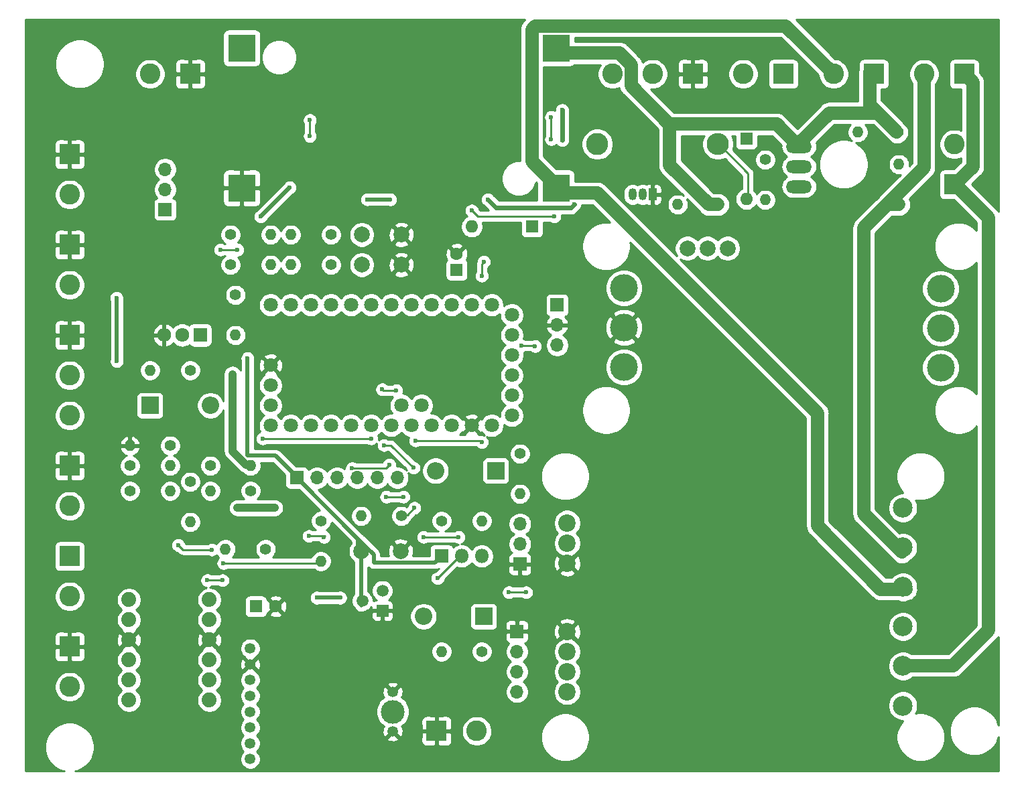
<source format=gbr>
G04 #@! TF.GenerationSoftware,KiCad,Pcbnew,5.1.12-84ad8e8a86~92~ubuntu18.04.1*
G04 #@! TF.CreationDate,2021-11-21T15:17:01+01:00*
G04 #@! TF.ProjectId,HM-LC-Bl1-FM_FUEL4EP_PCB,484d2d4c-432d-4426-9c31-2d464d5f4655,rev?*
G04 #@! TF.SameCoordinates,Original*
G04 #@! TF.FileFunction,Copper,L2,Bot*
G04 #@! TF.FilePolarity,Positive*
%FSLAX46Y46*%
G04 Gerber Fmt 4.6, Leading zero omitted, Abs format (unit mm)*
G04 Created by KiCad (PCBNEW 5.1.12-84ad8e8a86~92~ubuntu18.04.1) date 2021-11-21 15:17:01*
%MOMM*%
%LPD*%
G01*
G04 APERTURE LIST*
G04 #@! TA.AperFunction,ComponentPad*
%ADD10C,3.000000*%
G04 #@! TD*
G04 #@! TA.AperFunction,ComponentPad*
%ADD11C,1.350000*%
G04 #@! TD*
G04 #@! TA.AperFunction,ComponentPad*
%ADD12O,1.700000X1.700000*%
G04 #@! TD*
G04 #@! TA.AperFunction,ComponentPad*
%ADD13R,1.700000X1.700000*%
G04 #@! TD*
G04 #@! TA.AperFunction,ComponentPad*
%ADD14R,3.500000X3.500000*%
G04 #@! TD*
G04 #@! TA.AperFunction,ComponentPad*
%ADD15O,1.400000X1.400000*%
G04 #@! TD*
G04 #@! TA.AperFunction,ComponentPad*
%ADD16C,1.400000*%
G04 #@! TD*
G04 #@! TA.AperFunction,ComponentPad*
%ADD17O,2.800000X2.800000*%
G04 #@! TD*
G04 #@! TA.AperFunction,ComponentPad*
%ADD18C,2.800000*%
G04 #@! TD*
G04 #@! TA.AperFunction,ComponentPad*
%ADD19O,2.200000X2.200000*%
G04 #@! TD*
G04 #@! TA.AperFunction,ComponentPad*
%ADD20R,2.200000X2.200000*%
G04 #@! TD*
G04 #@! TA.AperFunction,ComponentPad*
%ADD21C,1.600000*%
G04 #@! TD*
G04 #@! TA.AperFunction,ComponentPad*
%ADD22R,1.600000X1.600000*%
G04 #@! TD*
G04 #@! TA.AperFunction,ComponentPad*
%ADD23C,2.000000*%
G04 #@! TD*
G04 #@! TA.AperFunction,ComponentPad*
%ADD24C,1.879600*%
G04 #@! TD*
G04 #@! TA.AperFunction,ComponentPad*
%ADD25C,2.600000*%
G04 #@! TD*
G04 #@! TA.AperFunction,ComponentPad*
%ADD26R,2.600000X2.600000*%
G04 #@! TD*
G04 #@! TA.AperFunction,ComponentPad*
%ADD27C,2.200000*%
G04 #@! TD*
G04 #@! TA.AperFunction,ComponentPad*
%ADD28C,2.500000*%
G04 #@! TD*
G04 #@! TA.AperFunction,ComponentPad*
%ADD29C,1.800000*%
G04 #@! TD*
G04 #@! TA.AperFunction,ComponentPad*
%ADD30C,1.498600*%
G04 #@! TD*
G04 #@! TA.AperFunction,ComponentPad*
%ADD31R,1.498600X1.498600*%
G04 #@! TD*
G04 #@! TA.AperFunction,ComponentPad*
%ADD32C,3.500000*%
G04 #@! TD*
G04 #@! TA.AperFunction,ComponentPad*
%ADD33O,3.251200X1.625600*%
G04 #@! TD*
G04 #@! TA.AperFunction,ComponentPad*
%ADD34R,1.050000X1.500000*%
G04 #@! TD*
G04 #@! TA.AperFunction,ComponentPad*
%ADD35O,1.050000X1.500000*%
G04 #@! TD*
G04 #@! TA.AperFunction,ComponentPad*
%ADD36O,1.800000X1.800000*%
G04 #@! TD*
G04 #@! TA.AperFunction,ComponentPad*
%ADD37R,1.800000X1.800000*%
G04 #@! TD*
G04 #@! TA.AperFunction,ComponentPad*
%ADD38O,1.717500X1.800000*%
G04 #@! TD*
G04 #@! TA.AperFunction,ComponentPad*
%ADD39R,1.717500X1.800000*%
G04 #@! TD*
G04 #@! TA.AperFunction,ComponentPad*
%ADD40O,1.600000X1.600000*%
G04 #@! TD*
G04 #@! TA.AperFunction,ViaPad*
%ADD41C,0.600000*%
G04 #@! TD*
G04 #@! TA.AperFunction,ViaPad*
%ADD42C,1.000000*%
G04 #@! TD*
G04 #@! TA.AperFunction,Conductor*
%ADD43C,0.250000*%
G04 #@! TD*
G04 #@! TA.AperFunction,Conductor*
%ADD44C,0.500000*%
G04 #@! TD*
G04 #@! TA.AperFunction,Conductor*
%ADD45C,0.600000*%
G04 #@! TD*
G04 #@! TA.AperFunction,Conductor*
%ADD46C,1.700000*%
G04 #@! TD*
G04 #@! TA.AperFunction,Conductor*
%ADD47C,1.000000*%
G04 #@! TD*
G04 #@! TA.AperFunction,Conductor*
%ADD48C,0.254000*%
G04 #@! TD*
G04 #@! TA.AperFunction,Conductor*
%ADD49C,0.100000*%
G04 #@! TD*
G04 APERTURE END LIST*
D10*
X76380000Y-55220000D03*
D11*
X76380000Y-57720000D03*
X76380000Y-52720000D03*
X58380000Y-59220000D03*
X58380000Y-57220000D03*
X58380000Y-55220000D03*
X58380000Y-53220000D03*
X58380000Y-51220000D03*
X58380000Y-49220000D03*
X58380000Y-47220000D03*
X58380000Y-61220000D03*
D12*
X76962000Y-25654000D03*
X74422000Y-25654000D03*
X71882000Y-25654000D03*
X69342000Y-25654000D03*
X66802000Y-25654000D03*
D13*
X64262000Y-25654000D03*
D14*
X96999000Y10980000D03*
X96999000Y28680000D03*
X57299000Y10980000D03*
X57299000Y28680000D03*
D12*
X92456000Y-31496000D03*
X92456000Y-34036000D03*
D13*
X92456000Y-36576000D03*
D15*
X43180000Y-21590000D03*
D16*
X48260000Y-21590000D03*
D15*
X82550000Y-47625000D03*
D16*
X87630000Y-47625000D03*
D15*
X45720000Y-12065000D03*
D16*
X50800000Y-12065000D03*
D15*
X123444000Y9474200D03*
D16*
X123444000Y14554200D03*
D15*
X112395000Y8890000D03*
D16*
X117475000Y8890000D03*
D15*
X72390000Y-30480000D03*
D16*
X77470000Y-30480000D03*
D15*
X140335000Y13970000D03*
D16*
X140335000Y8890000D03*
D15*
X135128000Y18034000D03*
D16*
X140208000Y18034000D03*
D15*
X87630000Y-31115000D03*
D16*
X82550000Y-31115000D03*
D15*
X92456000Y-27686000D03*
D16*
X92456000Y-22606000D03*
D15*
X67310000Y-36195000D03*
D16*
X67310000Y-31115000D03*
D15*
X55245000Y-34671000D03*
D16*
X60325000Y-34671000D03*
D15*
X50800000Y-31242000D03*
D16*
X50800000Y-26162000D03*
D15*
X63500000Y1270000D03*
D16*
X68580000Y1270000D03*
D15*
X63500000Y5080000D03*
D16*
X68580000Y5080000D03*
D15*
X48260000Y-24130000D03*
D16*
X43180000Y-24130000D03*
D15*
X60960000Y1270000D03*
D16*
X55880000Y1270000D03*
D15*
X60960000Y5080000D03*
D16*
X55880000Y5080000D03*
D15*
X53340000Y-27305000D03*
D16*
X58420000Y-27305000D03*
D15*
X56515000Y-7620000D03*
D16*
X56515000Y-2540000D03*
D15*
X58420000Y-24130000D03*
D16*
X53340000Y-24130000D03*
D15*
X48260000Y-27305000D03*
D16*
X43180000Y-27305000D03*
D17*
X117475000Y16510000D03*
D18*
X102235000Y16510000D03*
D19*
X53340000Y-16510000D03*
D20*
X45720000Y-16510000D03*
D19*
X80264000Y-43180000D03*
D20*
X87884000Y-43180000D03*
D19*
X81788000Y-24765000D03*
D20*
X89408000Y-24765000D03*
D21*
X84455000Y2635000D03*
D22*
X84455000Y635000D03*
D23*
X77390000Y-34925000D03*
X72390000Y-34925000D03*
X77470000Y5080000D03*
X72470000Y5080000D03*
X77470000Y1270000D03*
X72470000Y1270000D03*
D21*
X61595000Y-41910000D03*
D22*
X59095000Y-41910000D03*
D12*
X92075000Y-52705000D03*
X92075000Y-50165000D03*
X92075000Y-47625000D03*
D13*
X92075000Y-45085000D03*
D12*
X97155000Y-8890000D03*
X97155000Y-6350000D03*
D13*
X97155000Y-3810000D03*
D24*
X53213000Y-41071800D03*
X53213000Y-43611800D03*
X53213000Y-51231800D03*
X53213000Y-53771800D03*
X53213000Y-48691800D03*
X43053000Y-41071800D03*
X43053000Y-43611800D03*
X43053000Y-51231800D03*
X43053000Y-53771800D03*
X43053000Y-48691800D03*
X43053000Y-46151800D03*
X53213000Y-46151800D03*
D25*
X86995000Y-57658000D03*
D26*
X81915000Y-57658000D03*
D25*
X120650000Y25400000D03*
D26*
X125730000Y25400000D03*
D25*
X143510000Y25400000D03*
D26*
X148590000Y25400000D03*
D25*
X147320000Y16510000D03*
D26*
X147320000Y11430000D03*
D25*
X132080000Y25400000D03*
D26*
X137160000Y25400000D03*
D25*
X104140000Y25400000D03*
X109220000Y25400000D03*
D26*
X114300000Y25400000D03*
D27*
X98425000Y-36455000D03*
X98425000Y-33915000D03*
X98425000Y-31375000D03*
X98425000Y-45085000D03*
X98425000Y-47625000D03*
X98425000Y-50165000D03*
X98425000Y-52705000D03*
D28*
X140825000Y-29455000D03*
X140825000Y-34455000D03*
X140825000Y-39455000D03*
X140825000Y-44455000D03*
X140825000Y-49455000D03*
X140825000Y-54455000D03*
D29*
X60960000Y-13970000D03*
X60960000Y-16510000D03*
X60960000Y-19050000D03*
X63500000Y-19050000D03*
X66040000Y-19050000D03*
X68580000Y-19050000D03*
X71120000Y-19050000D03*
X73660000Y-19050000D03*
X76200000Y-19050000D03*
X78740000Y-19050000D03*
X81280000Y-19050000D03*
X83820000Y-19050000D03*
X86360000Y-19050000D03*
X88900000Y-19050000D03*
X88900000Y-3810000D03*
X86360000Y-3810000D03*
X83820000Y-3810000D03*
X81280000Y-3810000D03*
X78740000Y-3810000D03*
X76200000Y-3810000D03*
X73660000Y-3810000D03*
X71120000Y-3810000D03*
X68580000Y-3810000D03*
X66040000Y-3810000D03*
X63500000Y-3810000D03*
X60960000Y-3810000D03*
X77470000Y-16510000D03*
X80010000Y-16510000D03*
X60960000Y-11430000D03*
X91440000Y-5080000D03*
X91440000Y-7620000D03*
X91440000Y-10160000D03*
X91440000Y-12700000D03*
X91440000Y-15240000D03*
X91440000Y-17780000D03*
D25*
X35560000Y10160000D03*
D26*
X35560000Y15240000D03*
D25*
X35560000Y-1270000D03*
D26*
X35560000Y3810000D03*
D25*
X35560000Y-40640000D03*
D26*
X35560000Y-35560000D03*
D25*
X35560000Y-52070000D03*
D26*
X35560000Y-46990000D03*
D25*
X35560000Y-29210000D03*
D26*
X35560000Y-24130000D03*
D25*
X45720000Y25400000D03*
D26*
X50800000Y25400000D03*
D25*
X35560000Y-17780000D03*
X35560000Y-12700000D03*
D26*
X35560000Y-7620000D03*
D30*
X75082400Y-39928800D03*
X72542400Y-41198800D03*
D31*
X75082400Y-42468800D03*
D23*
X118680000Y3350000D03*
X116140000Y3350000D03*
X113600000Y3350000D03*
D32*
X105600000Y-1650000D03*
X105600000Y-6650000D03*
X105600000Y-11650000D03*
X145600000Y-1750000D03*
X145600000Y-6750000D03*
X145600000Y-11750000D03*
D33*
X127711200Y16230600D03*
X127711200Y13690600D03*
X127711200Y11150600D03*
D34*
X109220000Y10160000D03*
D35*
X106680000Y10160000D03*
X107950000Y10160000D03*
D36*
X87630000Y-35560000D03*
X85090000Y-35560000D03*
D37*
X82550000Y-35560000D03*
D38*
X47490000Y-7620000D03*
X49780000Y-7620000D03*
D39*
X52070000Y-7620000D03*
D12*
X47625000Y13335000D03*
X47625000Y10795000D03*
D13*
X47625000Y8255000D03*
D40*
X121056400Y9575800D03*
D22*
X121056400Y17195800D03*
D40*
X86360000Y6096000D03*
D22*
X93980000Y6096000D03*
D41*
X54864000Y-38608000D03*
X52959000Y-38608000D03*
X88392000Y9525000D03*
X58039000Y-10541000D03*
X99314000Y8890000D03*
X41529000Y-10922000D03*
X76073000Y9525000D03*
X73152000Y9525000D03*
X63373000Y11049000D03*
X59690000Y7366000D03*
X41478200Y-2895600D03*
X79121000Y-29464000D03*
X82042000Y-38354000D03*
X97790000Y17018000D03*
X97790000Y20828000D03*
X65913000Y19557999D03*
X65913000Y17557999D03*
X86360000Y8128000D03*
X96774000Y7366000D03*
X92595000Y-8934999D03*
X94361000Y-9017000D03*
X76835000Y-14605000D03*
X75057000Y-14478000D03*
X65786000Y-33020000D03*
X67684943Y-33140943D03*
X91059000Y-40132000D03*
X93218000Y-40132000D03*
X96393000Y17145000D03*
X96393000Y19939000D03*
X75946000Y-24003002D03*
X87630000Y-127000D03*
X87884000Y1651000D03*
X71252145Y-24448225D03*
X79248000Y-20955000D03*
X87630000Y-21150001D03*
X77724000Y-28067000D03*
X78994000Y-24384000D03*
X75565000Y-28067000D03*
X75276516Y-21523204D03*
X73660000Y-20701000D03*
X59944000Y-20701000D03*
X56769000Y3175000D03*
X54609998Y3175000D03*
X80264000Y-33147000D03*
X84709000Y-33147000D03*
X69748400Y-40817800D03*
X66776600Y-40817800D03*
X54991000Y-36449000D03*
X53531441Y-34735441D03*
X49278558Y-34165558D03*
X151650001Y-44818999D03*
D42*
X56769000Y-29464000D03*
X61468000Y-29464000D03*
X56122136Y-12561136D03*
D43*
X54864000Y-38608000D02*
X52959000Y-38608000D01*
D44*
X72390000Y-34925000D02*
X72390000Y-41783000D01*
X58039000Y-21844000D02*
X58039000Y-21844000D01*
X61595000Y-22860000D02*
X64389000Y-25654000D01*
X58039000Y-10541000D02*
X58039000Y-22860000D01*
X58039000Y-22860000D02*
X61595000Y-22860000D01*
X81734999Y-36375001D02*
X73967001Y-36375001D01*
X82550000Y-35560000D02*
X81734999Y-36375001D01*
X73967001Y-36375001D02*
X73967001Y-35359001D01*
X72009000Y-33401000D02*
X72009000Y-34417000D01*
X72009000Y-33401000D02*
X64516000Y-25908000D01*
X73967001Y-35359001D02*
X72009000Y-33401000D01*
X72009000Y-34417000D02*
X72517000Y-34925000D01*
D45*
X98886993Y8462993D02*
X99314000Y8890000D01*
X89454007Y8462993D02*
X98886993Y8462993D01*
X88392000Y9525000D02*
X89454007Y8462993D01*
D44*
X76073000Y9525000D02*
X73152000Y9525000D01*
X63373000Y11049000D02*
X59690000Y7366000D01*
X41529000Y-2946400D02*
X41478200Y-2895600D01*
X41529000Y-10922000D02*
X41529000Y-2946400D01*
D43*
X79121000Y-29464000D02*
X78232000Y-30353000D01*
X78232000Y-30353000D02*
X77470000Y-30353000D01*
X82042000Y-38354000D02*
X84836000Y-35560000D01*
D45*
X97790000Y20828000D02*
X97790000Y17018000D01*
D43*
X65913000Y17653000D02*
X65913000Y17557999D01*
X65913000Y19557999D02*
X65913000Y17653000D01*
X121285000Y9525000D02*
X121285000Y12827000D01*
X121285000Y12827000D02*
X117602000Y16510000D01*
X87122000Y7366000D02*
X86360000Y8128000D01*
X96774000Y7366000D02*
X87122000Y7366000D01*
D46*
X106490001Y23868997D02*
X111363997Y18995001D01*
X106490001Y26528001D02*
X106490001Y23868997D01*
X104973002Y28045000D02*
X106490001Y26528001D01*
X136652000Y25654000D02*
X136652000Y21463000D01*
X117475000Y8890000D02*
X116332000Y8890000D01*
X111363997Y13858003D02*
X111363997Y18995001D01*
X116332000Y8890000D02*
X111363997Y13858003D01*
X131572000Y20447000D02*
X137668000Y20447000D01*
X136652000Y21463000D02*
X137668000Y20447000D01*
X127635000Y16510000D02*
X131572000Y20447000D01*
X137668000Y20447000D02*
X140081000Y18034000D01*
X104973002Y28045000D02*
X97558000Y28045000D01*
X124895999Y19045801D02*
X111414797Y19045801D01*
X111414797Y19045801D02*
X111363997Y18995001D01*
X127711200Y16230600D02*
X124895999Y19045801D01*
D43*
X92595000Y-8934999D02*
X94278999Y-8934999D01*
X94278999Y-8934999D02*
X94361000Y-9017000D01*
X75184000Y-14605000D02*
X75057000Y-14478000D01*
X76835000Y-14605000D02*
X75184000Y-14605000D01*
X67805886Y-33020000D02*
X67684943Y-33140943D01*
X65786000Y-33020000D02*
X67805886Y-33020000D01*
X91059000Y-40132000D02*
X93218000Y-40132000D01*
X96393000Y17145000D02*
X96393000Y19939000D01*
X76006940Y-24063942D02*
X75946000Y-24003002D01*
X87630000Y-127000D02*
X87630000Y1397000D01*
X87630000Y1397000D02*
X87884000Y1651000D01*
X75500777Y-24448225D02*
X71252145Y-24448225D01*
X75946000Y-24003002D02*
X75500777Y-24448225D01*
X79248000Y-20955000D02*
X87434999Y-20955000D01*
X87434999Y-20955000D02*
X87630000Y-21150001D01*
X77724000Y-28067000D02*
X75565000Y-28067000D01*
X76133204Y-21523204D02*
X75276516Y-21523204D01*
X78994000Y-24384000D02*
X76133204Y-21523204D01*
X59944000Y-20701000D02*
X73660000Y-20701000D01*
X56769000Y3175000D02*
X54609998Y3175000D01*
X80264000Y-33147000D02*
X82169000Y-33147000D01*
X82169000Y-33147000D02*
X84709000Y-33147000D01*
D44*
X69748400Y-40817800D02*
X66776600Y-40817800D01*
D43*
X54991000Y-36449000D02*
X65532000Y-36449000D01*
X65532000Y-36449000D02*
X66929000Y-36449000D01*
X53531441Y-34735441D02*
X49848441Y-34735441D01*
X49848441Y-34735441D02*
X49278558Y-34165558D01*
D46*
X140825000Y-39479000D02*
X140716000Y-39370000D01*
X130048000Y-17473998D02*
X130048000Y-31750000D01*
X130048000Y-31750000D02*
X138049991Y-39751991D01*
X97380000Y10345000D02*
X102229002Y10345000D01*
X138049991Y-39751991D02*
X141224991Y-39751991D01*
X102229002Y10345000D02*
X130048000Y-17473998D01*
X93952001Y14378999D02*
X97536000Y10795000D01*
X93952001Y31023003D02*
X93952001Y14378999D01*
X94408999Y31480001D02*
X93952001Y31023003D01*
X125999999Y31480001D02*
X94408999Y31480001D01*
X132080000Y25400000D02*
X125999999Y31480001D01*
X143510000Y25400000D02*
X143510000Y13538998D01*
X135890000Y5918998D02*
X135890000Y-30226000D01*
X135890000Y-30226000D02*
X140716000Y-35052000D01*
X139979001Y9753999D02*
X139725001Y9753999D01*
X143510000Y13538998D02*
X139725001Y9753999D01*
X139725001Y9753999D02*
X135890000Y5918998D01*
X138861002Y8890000D02*
X135890000Y5918998D01*
X140335000Y8890000D02*
X138861002Y8890000D01*
X149670001Y24319999D02*
X149670001Y13653001D01*
X148590000Y25400000D02*
X149670001Y24319999D01*
X149670001Y13653001D02*
X147447000Y11430000D01*
X151650001Y7226999D02*
X151650001Y-44945999D01*
X147447000Y11430000D02*
X151650001Y7226999D01*
X151650001Y-44945999D02*
X147193000Y-49403000D01*
X147193000Y-49403000D02*
X141097000Y-49403000D01*
D47*
X56769000Y-29464000D02*
X61468000Y-29464000D01*
X56122136Y-22286653D02*
X57838483Y-24003000D01*
X56122136Y-12561136D02*
X56122136Y-22286653D01*
X57838483Y-24003000D02*
X58420000Y-24003000D01*
D48*
X92953532Y32124641D02*
X92896867Y32078137D01*
X92711295Y31852016D01*
X92573402Y31594036D01*
X92488488Y31314113D01*
X92467001Y31095952D01*
X92467001Y31095945D01*
X92459817Y31023003D01*
X92467001Y30950060D01*
X92467002Y14451952D01*
X92463363Y14415000D01*
X92078872Y14415000D01*
X91647075Y14329110D01*
X91240331Y14160631D01*
X90874271Y13916038D01*
X90562962Y13604729D01*
X90318369Y13238669D01*
X90149890Y12831925D01*
X90064000Y12400128D01*
X90064000Y11959872D01*
X90149890Y11528075D01*
X90318369Y11121331D01*
X90562962Y10755271D01*
X90874271Y10443962D01*
X91240331Y10199369D01*
X91647075Y10030890D01*
X92078872Y9945000D01*
X92519128Y9945000D01*
X92950925Y10030890D01*
X93357669Y10199369D01*
X93723729Y10443962D01*
X94035038Y10755271D01*
X94279631Y11121331D01*
X94448110Y11528075D01*
X94490369Y11740524D01*
X94610928Y11619965D01*
X94610928Y9397993D01*
X89841296Y9397993D01*
X89118264Y10121025D01*
X89118262Y10121028D01*
X88988028Y10251262D01*
X88949642Y10276911D01*
X88913971Y10306185D01*
X88873274Y10327938D01*
X88834889Y10353586D01*
X88792238Y10371252D01*
X88751540Y10393006D01*
X88707377Y10406403D01*
X88664729Y10424068D01*
X88619457Y10433073D01*
X88575291Y10446471D01*
X88529360Y10450995D01*
X88484089Y10460000D01*
X88437932Y10460000D01*
X88392000Y10464524D01*
X88346068Y10460000D01*
X88299911Y10460000D01*
X88254640Y10450995D01*
X88208709Y10446471D01*
X88164543Y10433073D01*
X88119271Y10424068D01*
X88076623Y10406403D01*
X88032460Y10393006D01*
X87991762Y10371252D01*
X87949111Y10353586D01*
X87910726Y10327938D01*
X87870029Y10306185D01*
X87834359Y10276911D01*
X87795972Y10251262D01*
X87763325Y10218615D01*
X87727657Y10189343D01*
X87698385Y10153675D01*
X87665738Y10121028D01*
X87640089Y10082641D01*
X87610815Y10046971D01*
X87589062Y10006274D01*
X87563414Y9967889D01*
X87545748Y9925238D01*
X87523994Y9884540D01*
X87510597Y9840377D01*
X87492932Y9797729D01*
X87483927Y9752457D01*
X87470529Y9708291D01*
X87466005Y9662360D01*
X87457000Y9617089D01*
X87457000Y9570932D01*
X87452476Y9525000D01*
X87457000Y9479068D01*
X87457000Y9432911D01*
X87466005Y9387640D01*
X87470529Y9341709D01*
X87483927Y9297543D01*
X87492932Y9252271D01*
X87510597Y9209623D01*
X87523994Y9165460D01*
X87545748Y9124762D01*
X87563414Y9082111D01*
X87589062Y9043726D01*
X87610815Y9003029D01*
X87640089Y8967358D01*
X87665738Y8928972D01*
X87795972Y8798738D01*
X87795975Y8798736D01*
X88468711Y8126000D01*
X87436802Y8126000D01*
X87283153Y8279649D01*
X87259068Y8400729D01*
X87188586Y8570889D01*
X87086262Y8724028D01*
X86956028Y8854262D01*
X86802889Y8956586D01*
X86632729Y9027068D01*
X86452089Y9063000D01*
X86267911Y9063000D01*
X86087271Y9027068D01*
X85917111Y8956586D01*
X85763972Y8854262D01*
X85633738Y8724028D01*
X85531414Y8570889D01*
X85460932Y8400729D01*
X85425000Y8220089D01*
X85425000Y8035911D01*
X85460932Y7855271D01*
X85531414Y7685111D01*
X85633738Y7531972D01*
X85763540Y7402170D01*
X85680273Y7367680D01*
X85445241Y7210637D01*
X85245363Y7010759D01*
X85088320Y6775727D01*
X84980147Y6514574D01*
X84925000Y6237335D01*
X84925000Y5954665D01*
X84980147Y5677426D01*
X85088320Y5416273D01*
X85245363Y5181241D01*
X85445241Y4981363D01*
X85680273Y4824320D01*
X85941426Y4716147D01*
X86218665Y4661000D01*
X86501335Y4661000D01*
X86778574Y4716147D01*
X87039727Y4824320D01*
X87274759Y4981363D01*
X87474637Y5181241D01*
X87631680Y5416273D01*
X87739853Y5677426D01*
X87795000Y5954665D01*
X87795000Y6237335D01*
X87739853Y6514574D01*
X87701983Y6606000D01*
X92541928Y6606000D01*
X92541928Y5296000D01*
X92554188Y5171518D01*
X92590498Y5051820D01*
X92649463Y4941506D01*
X92728815Y4844815D01*
X92825506Y4765463D01*
X92935820Y4706498D01*
X93055518Y4670188D01*
X93180000Y4657928D01*
X94780000Y4657928D01*
X94904482Y4670188D01*
X95024180Y4706498D01*
X95134494Y4765463D01*
X95231185Y4844815D01*
X95310537Y4941506D01*
X95369502Y5051820D01*
X95405812Y5171518D01*
X95418072Y5296000D01*
X95418072Y6606000D01*
X96228465Y6606000D01*
X96331111Y6537414D01*
X96501271Y6466932D01*
X96681911Y6431000D01*
X96866089Y6431000D01*
X97046729Y6466932D01*
X97216889Y6537414D01*
X97370028Y6639738D01*
X97500262Y6769972D01*
X97602586Y6923111D01*
X97673068Y7093271D01*
X97709000Y7273911D01*
X97709000Y7458089D01*
X97695095Y7527993D01*
X98841061Y7527993D01*
X98886993Y7523469D01*
X98932925Y7527993D01*
X99070285Y7541522D01*
X99246533Y7594986D01*
X99408965Y7681807D01*
X99551337Y7798649D01*
X99580623Y7834334D01*
X99910025Y8163736D01*
X99910028Y8163738D01*
X100040262Y8293972D01*
X100065911Y8332358D01*
X100095185Y8368029D01*
X100116938Y8408727D01*
X100142586Y8447111D01*
X100160251Y8489758D01*
X100182006Y8530459D01*
X100195404Y8574627D01*
X100213068Y8617271D01*
X100222072Y8662538D01*
X100235471Y8706707D01*
X100239995Y8752642D01*
X100249000Y8797911D01*
X100249000Y8844067D01*
X100250569Y8860000D01*
X101613895Y8860000D01*
X103832610Y6641285D01*
X103653058Y6677000D01*
X103046942Y6677000D01*
X102452472Y6558752D01*
X101892494Y6326802D01*
X101388527Y5990062D01*
X100959938Y5561473D01*
X100623198Y5057506D01*
X100391248Y4497528D01*
X100273000Y3903058D01*
X100273000Y3296942D01*
X100391248Y2702472D01*
X100623198Y2142494D01*
X100959938Y1638527D01*
X101388527Y1209938D01*
X101892494Y873198D01*
X102452472Y641248D01*
X103046942Y523000D01*
X103653058Y523000D01*
X104247528Y641248D01*
X104807506Y873198D01*
X105311473Y1209938D01*
X105740062Y1638527D01*
X106076802Y2142494D01*
X106308752Y2702472D01*
X106427000Y3296942D01*
X106427000Y3903058D01*
X106391285Y4082610D01*
X128563000Y-18089105D01*
X128563001Y-31677047D01*
X128555816Y-31750000D01*
X128584487Y-32041110D01*
X128669402Y-32321034D01*
X128807294Y-32579013D01*
X128946363Y-32748470D01*
X128946369Y-32748476D01*
X128992867Y-32805134D01*
X129049525Y-32851632D01*
X136948354Y-40750461D01*
X136994857Y-40807125D01*
X137220977Y-40992697D01*
X137478957Y-41130590D01*
X137758880Y-41215504D01*
X137977041Y-41236991D01*
X137977050Y-41236991D01*
X138049990Y-41244175D01*
X138122930Y-41236991D01*
X140201363Y-41236991D01*
X140275166Y-41267561D01*
X140639344Y-41340000D01*
X141010656Y-41340000D01*
X141374834Y-41267561D01*
X141495647Y-41217519D01*
X141516102Y-41215504D01*
X141796025Y-41130590D01*
X142054005Y-40992697D01*
X142280125Y-40807125D01*
X142465697Y-40581005D01*
X142603590Y-40323025D01*
X142688504Y-40043102D01*
X142717176Y-39751991D01*
X142707465Y-39653398D01*
X142710000Y-39640656D01*
X142710000Y-39269344D01*
X142637561Y-38905166D01*
X142495466Y-38562118D01*
X142289175Y-38253382D01*
X142026618Y-37990825D01*
X141717882Y-37784534D01*
X141374834Y-37642439D01*
X141010656Y-37570000D01*
X140639344Y-37570000D01*
X140275166Y-37642439D01*
X139932118Y-37784534D01*
X139623382Y-37990825D01*
X139360825Y-38253382D01*
X139351732Y-38266991D01*
X138665098Y-38266991D01*
X131533000Y-31134893D01*
X131533000Y-17546937D01*
X131540184Y-17473997D01*
X131533000Y-17401057D01*
X131533000Y-17401048D01*
X131511513Y-17182887D01*
X131426599Y-16902964D01*
X131288706Y-16644984D01*
X131103134Y-16418864D01*
X131046471Y-16372362D01*
X112667289Y2006820D01*
X112825537Y1901082D01*
X113123088Y1777832D01*
X113438967Y1715000D01*
X113761033Y1715000D01*
X114076912Y1777832D01*
X114374463Y1901082D01*
X114642252Y2080013D01*
X114869987Y2307748D01*
X114870000Y2307767D01*
X114870013Y2307748D01*
X115097748Y2080013D01*
X115365537Y1901082D01*
X115663088Y1777832D01*
X115978967Y1715000D01*
X116301033Y1715000D01*
X116616912Y1777832D01*
X116914463Y1901082D01*
X117182252Y2080013D01*
X117409987Y2307748D01*
X117410000Y2307767D01*
X117410013Y2307748D01*
X117637748Y2080013D01*
X117905537Y1901082D01*
X118203088Y1777832D01*
X118518967Y1715000D01*
X118841033Y1715000D01*
X119156912Y1777832D01*
X119454463Y1901082D01*
X119722252Y2080013D01*
X119949987Y2307748D01*
X120128918Y2575537D01*
X120252168Y2873088D01*
X120315000Y3188967D01*
X120315000Y3511033D01*
X120252168Y3826912D01*
X120128918Y4124463D01*
X119949987Y4392252D01*
X119722252Y4619987D01*
X119454463Y4798918D01*
X119156912Y4922168D01*
X118841033Y4985000D01*
X118518967Y4985000D01*
X118203088Y4922168D01*
X117905537Y4798918D01*
X117637748Y4619987D01*
X117410013Y4392252D01*
X117410000Y4392233D01*
X117409987Y4392252D01*
X117182252Y4619987D01*
X116914463Y4798918D01*
X116616912Y4922168D01*
X116301033Y4985000D01*
X115978967Y4985000D01*
X115663088Y4922168D01*
X115365537Y4798918D01*
X115097748Y4619987D01*
X114870013Y4392252D01*
X114870000Y4392233D01*
X114869987Y4392252D01*
X114642252Y4619987D01*
X114374463Y4798918D01*
X114076912Y4922168D01*
X113761033Y4985000D01*
X113438967Y4985000D01*
X113123088Y4922168D01*
X112825537Y4798918D01*
X112557748Y4619987D01*
X112330013Y4392252D01*
X112151082Y4124463D01*
X112027832Y3826912D01*
X111965000Y3511033D01*
X111965000Y3188967D01*
X112027832Y2873088D01*
X112151082Y2575537D01*
X112256820Y2417289D01*
X108755111Y5918998D01*
X134397816Y5918998D01*
X134405000Y5846055D01*
X134405001Y-30153047D01*
X134397816Y-30226000D01*
X134426487Y-30517110D01*
X134511402Y-30797034D01*
X134649294Y-31055013D01*
X134788363Y-31224470D01*
X134788369Y-31224476D01*
X134834867Y-31281134D01*
X134891525Y-31327632D01*
X139717530Y-36153637D01*
X139886986Y-36292706D01*
X140144965Y-36430598D01*
X140424890Y-36515513D01*
X140716000Y-36544185D01*
X141007110Y-36515513D01*
X141287034Y-36430598D01*
X141545013Y-36292706D01*
X141771134Y-36107134D01*
X141802479Y-36068940D01*
X142026618Y-35919175D01*
X142289175Y-35656618D01*
X142495466Y-35347882D01*
X142637561Y-35004834D01*
X142710000Y-34640656D01*
X142710000Y-34269344D01*
X142637561Y-33905166D01*
X142495466Y-33562118D01*
X142289175Y-33253382D01*
X142026618Y-32990825D01*
X141717882Y-32784534D01*
X141374834Y-32642439D01*
X141010656Y-32570000D01*
X140639344Y-32570000D01*
X140384749Y-32620642D01*
X137375000Y-29610893D01*
X137375000Y-29269344D01*
X138940000Y-29269344D01*
X138940000Y-29640656D01*
X139012439Y-30004834D01*
X139154534Y-30347882D01*
X139360825Y-30656618D01*
X139623382Y-30919175D01*
X139932118Y-31125466D01*
X140275166Y-31267561D01*
X140639344Y-31340000D01*
X141010656Y-31340000D01*
X141374834Y-31267561D01*
X141717882Y-31125466D01*
X142026618Y-30919175D01*
X142289175Y-30656618D01*
X142495466Y-30347882D01*
X142637561Y-30004834D01*
X142710000Y-29640656D01*
X142710000Y-29269344D01*
X142637561Y-28905166D01*
X142495466Y-28562118D01*
X142429878Y-28463959D01*
X142771942Y-28532000D01*
X143378058Y-28532000D01*
X143972528Y-28413752D01*
X144532506Y-28181802D01*
X145036473Y-27845062D01*
X145465062Y-27416473D01*
X145801802Y-26912506D01*
X146033752Y-26352528D01*
X146152000Y-25758058D01*
X146152000Y-25151942D01*
X146033752Y-24557472D01*
X145801802Y-23997494D01*
X145465062Y-23493527D01*
X145036473Y-23064938D01*
X144532506Y-22728198D01*
X143972528Y-22496248D01*
X143378058Y-22378000D01*
X142771942Y-22378000D01*
X142177472Y-22496248D01*
X141617494Y-22728198D01*
X141113527Y-23064938D01*
X140684938Y-23493527D01*
X140348198Y-23997494D01*
X140116248Y-24557472D01*
X139998000Y-25151942D01*
X139998000Y-25758058D01*
X140116248Y-26352528D01*
X140348198Y-26912506D01*
X140684938Y-27416473D01*
X140838465Y-27570000D01*
X140639344Y-27570000D01*
X140275166Y-27642439D01*
X139932118Y-27784534D01*
X139623382Y-27990825D01*
X139360825Y-28253382D01*
X139154534Y-28562118D01*
X139012439Y-28905166D01*
X138940000Y-29269344D01*
X137375000Y-29269344D01*
X137375000Y-11515098D01*
X143215000Y-11515098D01*
X143215000Y-11984902D01*
X143306654Y-12445679D01*
X143486440Y-12879721D01*
X143747450Y-13270349D01*
X144079651Y-13602550D01*
X144470279Y-13863560D01*
X144904321Y-14043346D01*
X145365098Y-14135000D01*
X145834902Y-14135000D01*
X146295679Y-14043346D01*
X146729721Y-13863560D01*
X147120349Y-13602550D01*
X147452550Y-13270349D01*
X147713560Y-12879721D01*
X147893346Y-12445679D01*
X147985000Y-11984902D01*
X147985000Y-11515098D01*
X147893346Y-11054321D01*
X147713560Y-10620279D01*
X147452550Y-10229651D01*
X147120349Y-9897450D01*
X146729721Y-9636440D01*
X146295679Y-9456654D01*
X145834902Y-9365000D01*
X145365098Y-9365000D01*
X144904321Y-9456654D01*
X144470279Y-9636440D01*
X144079651Y-9897450D01*
X143747450Y-10229651D01*
X143486440Y-10620279D01*
X143306654Y-11054321D01*
X143215000Y-11515098D01*
X137375000Y-11515098D01*
X137375000Y-6515098D01*
X143215000Y-6515098D01*
X143215000Y-6984902D01*
X143306654Y-7445679D01*
X143486440Y-7879721D01*
X143747450Y-8270349D01*
X144079651Y-8602550D01*
X144470279Y-8863560D01*
X144904321Y-9043346D01*
X145365098Y-9135000D01*
X145834902Y-9135000D01*
X146295679Y-9043346D01*
X146729721Y-8863560D01*
X147120349Y-8602550D01*
X147452550Y-8270349D01*
X147713560Y-7879721D01*
X147893346Y-7445679D01*
X147985000Y-6984902D01*
X147985000Y-6515098D01*
X147893346Y-6054321D01*
X147713560Y-5620279D01*
X147452550Y-5229651D01*
X147120349Y-4897450D01*
X146729721Y-4636440D01*
X146295679Y-4456654D01*
X145834902Y-4365000D01*
X145365098Y-4365000D01*
X144904321Y-4456654D01*
X144470279Y-4636440D01*
X144079651Y-4897450D01*
X143747450Y-5229651D01*
X143486440Y-5620279D01*
X143306654Y-6054321D01*
X143215000Y-6515098D01*
X137375000Y-6515098D01*
X137375000Y-1515098D01*
X143215000Y-1515098D01*
X143215000Y-1984902D01*
X143306654Y-2445679D01*
X143486440Y-2879721D01*
X143747450Y-3270349D01*
X144079651Y-3602550D01*
X144470279Y-3863560D01*
X144904321Y-4043346D01*
X145365098Y-4135000D01*
X145834902Y-4135000D01*
X146295679Y-4043346D01*
X146729721Y-3863560D01*
X147120349Y-3602550D01*
X147452550Y-3270349D01*
X147713560Y-2879721D01*
X147893346Y-2445679D01*
X147985000Y-1984902D01*
X147985000Y-1515098D01*
X147893346Y-1054321D01*
X147713560Y-620279D01*
X147452550Y-229651D01*
X147120349Y102550D01*
X146729721Y363560D01*
X146295679Y543346D01*
X145834902Y635000D01*
X145365098Y635000D01*
X144904321Y543346D01*
X144470279Y363560D01*
X144079651Y102550D01*
X143747450Y-229651D01*
X143486440Y-620279D01*
X143306654Y-1054321D01*
X143215000Y-1515098D01*
X137375000Y-1515098D01*
X137375000Y5303891D01*
X139476109Y7405000D01*
X140407950Y7405000D01*
X140626111Y7426487D01*
X140906034Y7511401D01*
X141164014Y7649294D01*
X141390134Y7834866D01*
X141575706Y8060986D01*
X141713599Y8318966D01*
X141798513Y8598889D01*
X141827185Y8890000D01*
X141798513Y9181111D01*
X141713599Y9461034D01*
X141650393Y9579284D01*
X144508476Y12437366D01*
X144565134Y12483864D01*
X144611632Y12540522D01*
X144611637Y12540527D01*
X144750706Y12709984D01*
X144815885Y12831925D01*
X144888599Y12967964D01*
X144973513Y13247887D01*
X144995000Y13466048D01*
X144995000Y13466055D01*
X145002184Y13538998D01*
X144995000Y13611940D01*
X144995000Y24148496D01*
X145013013Y24166509D01*
X145224775Y24483434D01*
X145370639Y24835581D01*
X145445000Y25209419D01*
X145445000Y25590581D01*
X145370639Y25964419D01*
X145224775Y26316566D01*
X145013013Y26633491D01*
X144743491Y26903013D01*
X144426566Y27114775D01*
X144074419Y27260639D01*
X143700581Y27335000D01*
X143319419Y27335000D01*
X142945581Y27260639D01*
X142593434Y27114775D01*
X142276509Y26903013D01*
X142006987Y26633491D01*
X141795225Y26316566D01*
X141649361Y25964419D01*
X141575000Y25590581D01*
X141575000Y25209419D01*
X141649361Y24835581D01*
X141795225Y24483434D01*
X142006987Y24166509D01*
X142025000Y24148496D01*
X142025001Y14154107D01*
X141660215Y13789320D01*
X141670000Y13838514D01*
X141670000Y14101486D01*
X141618696Y14359405D01*
X141518061Y14602359D01*
X141371962Y14821013D01*
X141186013Y15006962D01*
X140967359Y15153061D01*
X140724405Y15253696D01*
X140466486Y15305000D01*
X140203514Y15305000D01*
X139945595Y15253696D01*
X139702641Y15153061D01*
X139483987Y15006962D01*
X139298038Y14821013D01*
X139151939Y14602359D01*
X139051304Y14359405D01*
X139000000Y14101486D01*
X139000000Y13838514D01*
X139051304Y13580595D01*
X139151939Y13337641D01*
X139298038Y13118987D01*
X139483987Y12933038D01*
X139702641Y12786939D01*
X139945595Y12686304D01*
X140203514Y12635000D01*
X140466486Y12635000D01*
X140515680Y12644785D01*
X138726531Y10855636D01*
X138669867Y10809133D01*
X138623364Y10752469D01*
X137862532Y9991637D01*
X137805868Y9945134D01*
X137759366Y9888471D01*
X134891530Y7020635D01*
X134834866Y6974132D01*
X134649294Y6748011D01*
X134511401Y6490031D01*
X134426487Y6210108D01*
X134405000Y5991947D01*
X134405000Y5991940D01*
X134397816Y5918998D01*
X108755111Y5918998D01*
X104232130Y10441979D01*
X105520000Y10441979D01*
X105520000Y9878022D01*
X105536785Y9707601D01*
X105603115Y9488941D01*
X105710829Y9287422D01*
X105855788Y9110788D01*
X106032421Y8965829D01*
X106233940Y8858115D01*
X106452600Y8791785D01*
X106680000Y8769388D01*
X106907399Y8791785D01*
X107126059Y8858115D01*
X107315000Y8959106D01*
X107503940Y8858115D01*
X107722600Y8791785D01*
X107950000Y8769388D01*
X108177399Y8791785D01*
X108386098Y8855093D01*
X108450820Y8820498D01*
X108570518Y8784188D01*
X108695000Y8771928D01*
X108934250Y8775000D01*
X109093000Y8933750D01*
X109093000Y9706891D01*
X109093215Y9707600D01*
X109110000Y9878021D01*
X109110000Y10033000D01*
X109347000Y10033000D01*
X109347000Y8933750D01*
X109505750Y8775000D01*
X109745000Y8771928D01*
X109869482Y8784188D01*
X109989180Y8820498D01*
X110099494Y8879463D01*
X110196185Y8958815D01*
X110275537Y9055506D01*
X110334502Y9165820D01*
X110370812Y9285518D01*
X110383072Y9410000D01*
X110380000Y9874250D01*
X110221250Y10033000D01*
X109347000Y10033000D01*
X109110000Y10033000D01*
X109110000Y10441978D01*
X109093215Y10612399D01*
X109093000Y10613108D01*
X109093000Y11386250D01*
X109347000Y11386250D01*
X109347000Y10287000D01*
X110221250Y10287000D01*
X110380000Y10445750D01*
X110383072Y10910000D01*
X110370812Y11034482D01*
X110334502Y11154180D01*
X110275537Y11264494D01*
X110196185Y11361185D01*
X110099494Y11440537D01*
X109989180Y11499502D01*
X109869482Y11535812D01*
X109745000Y11548072D01*
X109505750Y11545000D01*
X109347000Y11386250D01*
X109093000Y11386250D01*
X108934250Y11545000D01*
X108695000Y11548072D01*
X108570518Y11535812D01*
X108450820Y11499502D01*
X108386098Y11464907D01*
X108177400Y11528215D01*
X107950000Y11550612D01*
X107722601Y11528215D01*
X107503941Y11461885D01*
X107315001Y11360894D01*
X107126060Y11461885D01*
X106907400Y11528215D01*
X106680000Y11550612D01*
X106452601Y11528215D01*
X106233941Y11461885D01*
X106032422Y11354171D01*
X105855789Y11209212D01*
X105710830Y11032579D01*
X105603115Y10831060D01*
X105536785Y10612400D01*
X105520000Y10441979D01*
X104232130Y10441979D01*
X103330639Y11343470D01*
X103284136Y11400134D01*
X103058016Y11585706D01*
X102800036Y11723599D01*
X102520113Y11808513D01*
X102301952Y11830000D01*
X102301944Y11830000D01*
X102229002Y11837184D01*
X102156060Y11830000D01*
X99387072Y11830000D01*
X99387072Y12730000D01*
X99374812Y12854482D01*
X99338502Y12974180D01*
X99279537Y13084494D01*
X99200185Y13181185D01*
X99103494Y13260537D01*
X98993180Y13319502D01*
X98873482Y13355812D01*
X98749000Y13368072D01*
X97063036Y13368072D01*
X95437001Y14994106D01*
X95437001Y20031089D01*
X95458000Y20031089D01*
X95458000Y19846911D01*
X95493932Y19666271D01*
X95564414Y19496111D01*
X95633001Y19393463D01*
X95633000Y17690536D01*
X95564414Y17587889D01*
X95493932Y17417729D01*
X95458000Y17237089D01*
X95458000Y17052911D01*
X95493932Y16872271D01*
X95564414Y16702111D01*
X95666738Y16548972D01*
X95796972Y16418738D01*
X95950111Y16316414D01*
X96120271Y16245932D01*
X96300911Y16210000D01*
X96485089Y16210000D01*
X96665729Y16245932D01*
X96835889Y16316414D01*
X96989028Y16418738D01*
X97034735Y16464445D01*
X97038092Y16460354D01*
X97063738Y16421972D01*
X97096380Y16389330D01*
X97125657Y16353656D01*
X97161331Y16324379D01*
X97193972Y16291738D01*
X97232353Y16266093D01*
X97268029Y16236814D01*
X97308732Y16215058D01*
X97347111Y16189414D01*
X97389757Y16171750D01*
X97430461Y16149993D01*
X97474628Y16136595D01*
X97517271Y16118932D01*
X97562541Y16109927D01*
X97606709Y16096529D01*
X97652640Y16092005D01*
X97697911Y16083000D01*
X97744068Y16083000D01*
X97790000Y16078476D01*
X97835932Y16083000D01*
X97882089Y16083000D01*
X97927359Y16092005D01*
X97973292Y16096529D01*
X98017462Y16109928D01*
X98062729Y16118932D01*
X98105369Y16136594D01*
X98149540Y16149993D01*
X98190248Y16171752D01*
X98232889Y16189414D01*
X98271264Y16215055D01*
X98311972Y16236814D01*
X98347653Y16266097D01*
X98386028Y16291738D01*
X98418665Y16324375D01*
X98454344Y16353656D01*
X98483625Y16389335D01*
X98516262Y16421972D01*
X98541903Y16460347D01*
X98571186Y16496028D01*
X98592945Y16536736D01*
X98618586Y16575111D01*
X98636248Y16617752D01*
X98658007Y16658460D01*
X98671406Y16702631D01*
X98674636Y16710430D01*
X100200000Y16710430D01*
X100200000Y16309570D01*
X100278204Y15916413D01*
X100431607Y15546066D01*
X100654313Y15212763D01*
X100937763Y14929313D01*
X101271066Y14706607D01*
X101641413Y14553204D01*
X102034570Y14475000D01*
X102435430Y14475000D01*
X102828587Y14553204D01*
X103198934Y14706607D01*
X103532237Y14929313D01*
X103815687Y15212763D01*
X104038393Y15546066D01*
X104191796Y15916413D01*
X104270000Y16309570D01*
X104270000Y16710430D01*
X104191796Y17103587D01*
X104038393Y17473934D01*
X103815687Y17807237D01*
X103532237Y18090687D01*
X103198934Y18313393D01*
X102828587Y18466796D01*
X102435430Y18545000D01*
X102034570Y18545000D01*
X101641413Y18466796D01*
X101271066Y18313393D01*
X100937763Y18090687D01*
X100654313Y17807237D01*
X100431607Y17473934D01*
X100278204Y17103587D01*
X100200000Y16710430D01*
X98674636Y16710430D01*
X98689068Y16745271D01*
X98698072Y16790538D01*
X98711471Y16834708D01*
X98715995Y16880641D01*
X98725000Y16925911D01*
X98725000Y20920089D01*
X98715995Y20965359D01*
X98711471Y21011292D01*
X98698072Y21055462D01*
X98689068Y21100729D01*
X98671406Y21143369D01*
X98658007Y21187540D01*
X98636248Y21228248D01*
X98618586Y21270889D01*
X98592945Y21309264D01*
X98571186Y21349972D01*
X98541903Y21385653D01*
X98516262Y21424028D01*
X98483625Y21456665D01*
X98454344Y21492344D01*
X98418666Y21521624D01*
X98386028Y21554262D01*
X98347649Y21579906D01*
X98311971Y21609186D01*
X98271268Y21630942D01*
X98232889Y21656586D01*
X98190243Y21674250D01*
X98149539Y21696007D01*
X98105372Y21709405D01*
X98062729Y21727068D01*
X98017459Y21736073D01*
X97973291Y21749471D01*
X97927360Y21753995D01*
X97882089Y21763000D01*
X97835932Y21763000D01*
X97790000Y21767524D01*
X97744068Y21763000D01*
X97697911Y21763000D01*
X97652641Y21753995D01*
X97606708Y21749471D01*
X97562538Y21736072D01*
X97517271Y21727068D01*
X97474631Y21709406D01*
X97430460Y21696007D01*
X97389752Y21674248D01*
X97347111Y21656586D01*
X97308736Y21630945D01*
X97268028Y21609186D01*
X97232347Y21579903D01*
X97193972Y21554262D01*
X97161335Y21521625D01*
X97125656Y21492344D01*
X97096376Y21456666D01*
X97063738Y21424028D01*
X97038094Y21385649D01*
X97008814Y21349971D01*
X96987058Y21309268D01*
X96961414Y21270889D01*
X96943750Y21228243D01*
X96921993Y21187539D01*
X96908595Y21143372D01*
X96890932Y21100729D01*
X96881927Y21055459D01*
X96868529Y21011291D01*
X96864005Y20965360D01*
X96855000Y20920089D01*
X96855000Y20754816D01*
X96835889Y20767586D01*
X96665729Y20838068D01*
X96485089Y20874000D01*
X96300911Y20874000D01*
X96120271Y20838068D01*
X95950111Y20767586D01*
X95796972Y20665262D01*
X95666738Y20535028D01*
X95564414Y20381889D01*
X95493932Y20211729D01*
X95458000Y20031089D01*
X95437001Y20031089D01*
X95437001Y26291928D01*
X98749000Y26291928D01*
X98873482Y26304188D01*
X98993180Y26340498D01*
X99103494Y26399463D01*
X99200185Y26478815D01*
X99266812Y26560000D01*
X102587882Y26560000D01*
X102425225Y26316566D01*
X102279361Y25964419D01*
X102205000Y25590581D01*
X102205000Y25209419D01*
X102279361Y24835581D01*
X102425225Y24483434D01*
X102636987Y24166509D01*
X102906509Y23896987D01*
X103223434Y23685225D01*
X103575581Y23539361D01*
X103949419Y23465000D01*
X104330581Y23465000D01*
X104704419Y23539361D01*
X105017510Y23669047D01*
X105026488Y23577887D01*
X105111403Y23297963D01*
X105249295Y23039984D01*
X105388364Y22870527D01*
X105388370Y22870521D01*
X105434868Y22813863D01*
X105491526Y22767365D01*
X109878998Y18379893D01*
X109878997Y13930946D01*
X109871813Y13858003D01*
X109878997Y13785061D01*
X109878997Y13785054D01*
X109900484Y13566893D01*
X109985398Y13286970D01*
X110067232Y13133870D01*
X110123291Y13028990D01*
X110243632Y12882354D01*
X110308863Y12802869D01*
X110365527Y12756366D01*
X113092071Y10029822D01*
X113027359Y10073061D01*
X112784405Y10173696D01*
X112526486Y10225000D01*
X112263514Y10225000D01*
X112005595Y10173696D01*
X111762641Y10073061D01*
X111543987Y9926962D01*
X111358038Y9741013D01*
X111211939Y9522359D01*
X111111304Y9279405D01*
X111060000Y9021486D01*
X111060000Y8758514D01*
X111111304Y8500595D01*
X111211939Y8257641D01*
X111358038Y8038987D01*
X111543987Y7853038D01*
X111762641Y7706939D01*
X112005595Y7606304D01*
X112263514Y7555000D01*
X112526486Y7555000D01*
X112784405Y7606304D01*
X113027359Y7706939D01*
X113246013Y7853038D01*
X113431962Y8038987D01*
X113578061Y8257641D01*
X113678696Y8500595D01*
X113730000Y8758514D01*
X113730000Y9021486D01*
X113678696Y9279405D01*
X113578061Y9522359D01*
X113534822Y9587071D01*
X115230363Y7891530D01*
X115276866Y7834866D01*
X115502986Y7649294D01*
X115760966Y7511401D01*
X116040889Y7426487D01*
X116259050Y7405000D01*
X116259059Y7405000D01*
X116331999Y7397816D01*
X116404939Y7405000D01*
X117547950Y7405000D01*
X117766111Y7426487D01*
X118046034Y7511401D01*
X118304014Y7649294D01*
X118530134Y7834866D01*
X118715706Y8060986D01*
X118853599Y8318966D01*
X118938513Y8598889D01*
X118967185Y8890000D01*
X118938513Y9181111D01*
X118853599Y9461034D01*
X118715706Y9719014D01*
X118530134Y9945134D01*
X118304014Y10130706D01*
X118046034Y10268599D01*
X117766111Y10353513D01*
X117547950Y10375000D01*
X116947107Y10375000D01*
X112848997Y14473110D01*
X112848997Y17560801D01*
X115729650Y17560801D01*
X115671607Y17473934D01*
X115518204Y17103587D01*
X115440000Y16710430D01*
X115440000Y16309570D01*
X115518204Y15916413D01*
X115671607Y15546066D01*
X115894313Y15212763D01*
X116177763Y14929313D01*
X116511066Y14706607D01*
X116881413Y14553204D01*
X117274570Y14475000D01*
X117675430Y14475000D01*
X118068587Y14553204D01*
X118362324Y14674874D01*
X120525001Y12512197D01*
X120525000Y10908919D01*
X120376673Y10847480D01*
X120141641Y10690437D01*
X119941763Y10490559D01*
X119784720Y10255527D01*
X119676547Y9994374D01*
X119621400Y9717135D01*
X119621400Y9434465D01*
X119676547Y9157226D01*
X119784720Y8896073D01*
X119941763Y8661041D01*
X120141641Y8461163D01*
X120376673Y8304120D01*
X120637826Y8195947D01*
X120915065Y8140800D01*
X121197735Y8140800D01*
X121474974Y8195947D01*
X121736127Y8304120D01*
X121971159Y8461163D01*
X122171037Y8661041D01*
X122276391Y8818715D01*
X122407038Y8623187D01*
X122592987Y8437238D01*
X122811641Y8291139D01*
X123054595Y8190504D01*
X123312514Y8139200D01*
X123575486Y8139200D01*
X123833405Y8190504D01*
X124076359Y8291139D01*
X124295013Y8437238D01*
X124480962Y8623187D01*
X124627061Y8841841D01*
X124727696Y9084795D01*
X124779000Y9342714D01*
X124779000Y9605686D01*
X124727696Y9863605D01*
X124627061Y10106559D01*
X124480962Y10325213D01*
X124295013Y10511162D01*
X124076359Y10657261D01*
X123833405Y10757896D01*
X123575486Y10809200D01*
X123312514Y10809200D01*
X123054595Y10757896D01*
X122811641Y10657261D01*
X122592987Y10511162D01*
X122407038Y10325213D01*
X122340477Y10225597D01*
X122328080Y10255527D01*
X122171037Y10490559D01*
X122045000Y10616596D01*
X122045000Y12789667D01*
X122048677Y12827000D01*
X122034003Y12975986D01*
X121990546Y13119247D01*
X121919974Y13251276D01*
X121848799Y13338003D01*
X121825001Y13367001D01*
X121796003Y13390799D01*
X120501116Y14685686D01*
X122109000Y14685686D01*
X122109000Y14422714D01*
X122160304Y14164795D01*
X122260939Y13921841D01*
X122407038Y13703187D01*
X122592987Y13517238D01*
X122811641Y13371139D01*
X123054595Y13270504D01*
X123312514Y13219200D01*
X123575486Y13219200D01*
X123833405Y13270504D01*
X124076359Y13371139D01*
X124295013Y13517238D01*
X124480962Y13703187D01*
X124627061Y13921841D01*
X124727696Y14164795D01*
X124779000Y14422714D01*
X124779000Y14685686D01*
X124727696Y14943605D01*
X124627061Y15186559D01*
X124480962Y15405213D01*
X124295013Y15591162D01*
X124076359Y15737261D01*
X123833405Y15837896D01*
X123575486Y15889200D01*
X123312514Y15889200D01*
X123054595Y15837896D01*
X122811641Y15737261D01*
X122592987Y15591162D01*
X122407038Y15405213D01*
X122260939Y15186559D01*
X122160304Y14943605D01*
X122109000Y14685686D01*
X120501116Y14685686D01*
X119384521Y15802281D01*
X119431796Y15916413D01*
X119510000Y16309570D01*
X119510000Y16710430D01*
X119431796Y17103587D01*
X119278393Y17473934D01*
X119220350Y17560801D01*
X119618328Y17560801D01*
X119618328Y16395800D01*
X119630588Y16271318D01*
X119666898Y16151620D01*
X119725863Y16041306D01*
X119805215Y15944615D01*
X119901906Y15865263D01*
X120012220Y15806298D01*
X120131918Y15769988D01*
X120256400Y15757728D01*
X121856400Y15757728D01*
X121980882Y15769988D01*
X122100580Y15806298D01*
X122210894Y15865263D01*
X122307585Y15944615D01*
X122386937Y16041306D01*
X122445902Y16151620D01*
X122482212Y16271318D01*
X122494472Y16395800D01*
X122494472Y17560801D01*
X124280892Y17560801D01*
X125458613Y16383080D01*
X125443595Y16230600D01*
X125471549Y15946782D01*
X125554335Y15673870D01*
X125688774Y15422354D01*
X125869698Y15201898D01*
X126090154Y15020974D01*
X126203105Y14960600D01*
X126090154Y14900226D01*
X125869698Y14719302D01*
X125688774Y14498846D01*
X125554335Y14247330D01*
X125471549Y13974418D01*
X125443595Y13690600D01*
X125471549Y13406782D01*
X125554335Y13133870D01*
X125688774Y12882354D01*
X125869698Y12661898D01*
X126090154Y12480974D01*
X126203105Y12420600D01*
X126090154Y12360226D01*
X125869698Y12179302D01*
X125688774Y11958846D01*
X125554335Y11707330D01*
X125471549Y11434418D01*
X125443595Y11150600D01*
X125471549Y10866782D01*
X125554335Y10593870D01*
X125688774Y10342354D01*
X125869698Y10121898D01*
X126090154Y9940974D01*
X126341670Y9806535D01*
X126614582Y9723749D01*
X126827278Y9702800D01*
X128595122Y9702800D01*
X128807818Y9723749D01*
X129080730Y9806535D01*
X129332246Y9940974D01*
X129552702Y10121898D01*
X129733626Y10342354D01*
X129868065Y10593870D01*
X129950851Y10866782D01*
X129978805Y11150600D01*
X129950851Y11434418D01*
X129868065Y11707330D01*
X129733626Y11958846D01*
X129552702Y12179302D01*
X129332246Y12360226D01*
X129219295Y12420600D01*
X129332246Y12480974D01*
X129552702Y12661898D01*
X129733626Y12882354D01*
X129868065Y13133870D01*
X129950851Y13406782D01*
X129978805Y13690600D01*
X129950851Y13974418D01*
X129868065Y14247330D01*
X129733626Y14498846D01*
X129552702Y14719302D01*
X129332246Y14900226D01*
X129219295Y14960600D01*
X129332246Y15020974D01*
X129552702Y15201898D01*
X129733626Y15422354D01*
X129868065Y15673870D01*
X129950851Y15946782D01*
X129978805Y16230600D01*
X129950851Y16514418D01*
X129901666Y16676559D01*
X132187107Y18962000D01*
X134168025Y18962000D01*
X134091038Y18885013D01*
X133944939Y18666359D01*
X133844304Y18423405D01*
X133793000Y18165486D01*
X133793000Y17902514D01*
X133844304Y17644595D01*
X133944939Y17401641D01*
X134091038Y17182987D01*
X134276987Y16997038D01*
X134380816Y16927662D01*
X134262112Y16976831D01*
X133657983Y17097000D01*
X133042017Y17097000D01*
X132437888Y16976831D01*
X131868810Y16741111D01*
X131356654Y16398899D01*
X130921101Y15963346D01*
X130578889Y15451190D01*
X130343169Y14882112D01*
X130223000Y14277983D01*
X130223000Y13662017D01*
X130343169Y13057888D01*
X130578889Y12488810D01*
X130921101Y11976654D01*
X131356654Y11541101D01*
X131868810Y11198889D01*
X132437888Y10963169D01*
X133042017Y10843000D01*
X133657983Y10843000D01*
X134262112Y10963169D01*
X134831190Y11198889D01*
X135343346Y11541101D01*
X135778899Y11976654D01*
X136121111Y12488810D01*
X136356831Y13057888D01*
X136477000Y13662017D01*
X136477000Y14277983D01*
X136356831Y14882112D01*
X136121111Y15451190D01*
X135778899Y15963346D01*
X135343346Y16398899D01*
X134850850Y16727975D01*
X134996514Y16699000D01*
X135259486Y16699000D01*
X135517405Y16750304D01*
X135760359Y16850939D01*
X135979013Y16997038D01*
X136164962Y17182987D01*
X136311061Y17401641D01*
X136411696Y17644595D01*
X136463000Y17902514D01*
X136463000Y18165486D01*
X136411696Y18423405D01*
X136311061Y18666359D01*
X136164962Y18885013D01*
X136087975Y18962000D01*
X137052893Y18962000D01*
X139082529Y16932364D01*
X139251986Y16793294D01*
X139509965Y16655402D01*
X139789889Y16570488D01*
X140080999Y16541816D01*
X140372109Y16570488D01*
X140652034Y16655402D01*
X140910013Y16793294D01*
X141136133Y16978867D01*
X141321706Y17204987D01*
X141459598Y17462966D01*
X141544512Y17742891D01*
X141573184Y18034001D01*
X141544512Y18325111D01*
X141459598Y18605035D01*
X141321706Y18863014D01*
X141182636Y19032471D01*
X138769642Y21445465D01*
X138769637Y21445471D01*
X138769632Y21445476D01*
X138723134Y21502134D01*
X138666475Y21548633D01*
X138137000Y22078107D01*
X138137000Y23461928D01*
X138460000Y23461928D01*
X138584482Y23474188D01*
X138704180Y23510498D01*
X138814494Y23569463D01*
X138911185Y23648815D01*
X138990537Y23745506D01*
X139049502Y23855820D01*
X139085812Y23975518D01*
X139098072Y24100000D01*
X139098072Y26700000D01*
X139085812Y26824482D01*
X139049502Y26944180D01*
X138990537Y27054494D01*
X138911185Y27151185D01*
X138814494Y27230537D01*
X138704180Y27289502D01*
X138584482Y27325812D01*
X138460000Y27338072D01*
X135860000Y27338072D01*
X135735518Y27325812D01*
X135615820Y27289502D01*
X135505506Y27230537D01*
X135408815Y27151185D01*
X135329463Y27054494D01*
X135270498Y26944180D01*
X135234188Y26824482D01*
X135221928Y26700000D01*
X135221928Y26055350D01*
X135188487Y25945110D01*
X135167000Y25726949D01*
X135167001Y21932000D01*
X131644942Y21932000D01*
X131572000Y21939184D01*
X131499057Y21932000D01*
X131499050Y21932000D01*
X131280889Y21910513D01*
X131000966Y21825599D01*
X130742986Y21687706D01*
X130516866Y21502134D01*
X130470364Y21445471D01*
X127533400Y18508507D01*
X125997636Y20044271D01*
X125951133Y20100935D01*
X125725013Y20286507D01*
X125467033Y20424400D01*
X125187110Y20509314D01*
X124968949Y20530801D01*
X124968941Y20530801D01*
X124895999Y20537985D01*
X124823057Y20530801D01*
X111928304Y20530801D01*
X108985336Y23473769D01*
X109029419Y23465000D01*
X109410581Y23465000D01*
X109784419Y23539361D01*
X110136566Y23685225D01*
X110453491Y23896987D01*
X110656504Y24100000D01*
X112361928Y24100000D01*
X112374188Y23975518D01*
X112410498Y23855820D01*
X112469463Y23745506D01*
X112548815Y23648815D01*
X112645506Y23569463D01*
X112755820Y23510498D01*
X112875518Y23474188D01*
X113000000Y23461928D01*
X114014250Y23465000D01*
X114173000Y23623750D01*
X114173000Y25273000D01*
X114427000Y25273000D01*
X114427000Y23623750D01*
X114585750Y23465000D01*
X115600000Y23461928D01*
X115724482Y23474188D01*
X115844180Y23510498D01*
X115954494Y23569463D01*
X116051185Y23648815D01*
X116130537Y23745506D01*
X116189502Y23855820D01*
X116225812Y23975518D01*
X116238072Y24100000D01*
X116235000Y25114250D01*
X116076250Y25273000D01*
X114427000Y25273000D01*
X114173000Y25273000D01*
X112523750Y25273000D01*
X112365000Y25114250D01*
X112361928Y24100000D01*
X110656504Y24100000D01*
X110723013Y24166509D01*
X110934775Y24483434D01*
X111080639Y24835581D01*
X111155000Y25209419D01*
X111155000Y25590581D01*
X111080639Y25964419D01*
X110934775Y26316566D01*
X110723013Y26633491D01*
X110656504Y26700000D01*
X112361928Y26700000D01*
X112365000Y25685750D01*
X112523750Y25527000D01*
X114173000Y25527000D01*
X114173000Y27176250D01*
X114427000Y27176250D01*
X114427000Y25527000D01*
X116076250Y25527000D01*
X116139831Y25590581D01*
X118715000Y25590581D01*
X118715000Y25209419D01*
X118789361Y24835581D01*
X118935225Y24483434D01*
X119146987Y24166509D01*
X119416509Y23896987D01*
X119733434Y23685225D01*
X120085581Y23539361D01*
X120459419Y23465000D01*
X120840581Y23465000D01*
X121214419Y23539361D01*
X121566566Y23685225D01*
X121883491Y23896987D01*
X122153013Y24166509D01*
X122364775Y24483434D01*
X122510639Y24835581D01*
X122585000Y25209419D01*
X122585000Y25590581D01*
X122510639Y25964419D01*
X122364775Y26316566D01*
X122153013Y26633491D01*
X122086504Y26700000D01*
X123791928Y26700000D01*
X123791928Y24100000D01*
X123804188Y23975518D01*
X123840498Y23855820D01*
X123899463Y23745506D01*
X123978815Y23648815D01*
X124075506Y23569463D01*
X124185820Y23510498D01*
X124305518Y23474188D01*
X124430000Y23461928D01*
X127030000Y23461928D01*
X127154482Y23474188D01*
X127274180Y23510498D01*
X127384494Y23569463D01*
X127481185Y23648815D01*
X127560537Y23745506D01*
X127619502Y23855820D01*
X127655812Y23975518D01*
X127668072Y24100000D01*
X127668072Y26700000D01*
X127655812Y26824482D01*
X127619502Y26944180D01*
X127560537Y27054494D01*
X127481185Y27151185D01*
X127384494Y27230537D01*
X127274180Y27289502D01*
X127154482Y27325812D01*
X127030000Y27338072D01*
X124430000Y27338072D01*
X124305518Y27325812D01*
X124185820Y27289502D01*
X124075506Y27230537D01*
X123978815Y27151185D01*
X123899463Y27054494D01*
X123840498Y26944180D01*
X123804188Y26824482D01*
X123791928Y26700000D01*
X122086504Y26700000D01*
X121883491Y26903013D01*
X121566566Y27114775D01*
X121214419Y27260639D01*
X120840581Y27335000D01*
X120459419Y27335000D01*
X120085581Y27260639D01*
X119733434Y27114775D01*
X119416509Y26903013D01*
X119146987Y26633491D01*
X118935225Y26316566D01*
X118789361Y25964419D01*
X118715000Y25590581D01*
X116139831Y25590581D01*
X116235000Y25685750D01*
X116238072Y26700000D01*
X116225812Y26824482D01*
X116189502Y26944180D01*
X116130537Y27054494D01*
X116051185Y27151185D01*
X115954494Y27230537D01*
X115844180Y27289502D01*
X115724482Y27325812D01*
X115600000Y27338072D01*
X114585750Y27335000D01*
X114427000Y27176250D01*
X114173000Y27176250D01*
X114014250Y27335000D01*
X113000000Y27338072D01*
X112875518Y27325812D01*
X112755820Y27289502D01*
X112645506Y27230537D01*
X112548815Y27151185D01*
X112469463Y27054494D01*
X112410498Y26944180D01*
X112374188Y26824482D01*
X112361928Y26700000D01*
X110656504Y26700000D01*
X110453491Y26903013D01*
X110136566Y27114775D01*
X109784419Y27260639D01*
X109410581Y27335000D01*
X109029419Y27335000D01*
X108655581Y27260639D01*
X108303434Y27114775D01*
X107986509Y26903013D01*
X107941666Y26858170D01*
X107884527Y27046530D01*
X107868600Y27099036D01*
X107730707Y27357015D01*
X107591638Y27526471D01*
X107545135Y27583135D01*
X107488472Y27629637D01*
X106074639Y29043470D01*
X106028136Y29100134D01*
X105802016Y29285706D01*
X105544036Y29423599D01*
X105264113Y29508513D01*
X105045952Y29530000D01*
X105045944Y29530000D01*
X104973002Y29537184D01*
X104900060Y29530000D01*
X99387072Y29530000D01*
X99387072Y29995001D01*
X125384892Y29995001D01*
X130145000Y25234892D01*
X130145000Y25209419D01*
X130219361Y24835581D01*
X130365225Y24483434D01*
X130576987Y24166509D01*
X130846509Y23896987D01*
X131163434Y23685225D01*
X131515581Y23539361D01*
X131889419Y23465000D01*
X132270581Y23465000D01*
X132644419Y23539361D01*
X132996566Y23685225D01*
X133313491Y23896987D01*
X133583013Y24166509D01*
X133794775Y24483434D01*
X133940639Y24835581D01*
X134015000Y25209419D01*
X134015000Y25590581D01*
X133940639Y25964419D01*
X133794775Y26316566D01*
X133583013Y26633491D01*
X133313491Y26903013D01*
X132996566Y27114775D01*
X132644419Y27260639D01*
X132270581Y27335000D01*
X132245108Y27335000D01*
X127322107Y32258000D01*
X152908000Y32258000D01*
X152908000Y8023660D01*
X152890707Y8056013D01*
X152705135Y8282133D01*
X152648472Y8328635D01*
X149547107Y11430000D01*
X150668471Y12551364D01*
X150725135Y12597867D01*
X150910707Y12823987D01*
X151048600Y13081967D01*
X151133514Y13361890D01*
X151155001Y13580051D01*
X151155001Y13580060D01*
X151162185Y13653000D01*
X151155001Y13725940D01*
X151155001Y24247057D01*
X151162185Y24320000D01*
X151155001Y24392942D01*
X151155001Y24392949D01*
X151133514Y24611110D01*
X151048600Y24891033D01*
X150910707Y25149013D01*
X150725135Y25375133D01*
X150668472Y25421635D01*
X150528072Y25562035D01*
X150528072Y26700000D01*
X150515812Y26824482D01*
X150479502Y26944180D01*
X150420537Y27054494D01*
X150341185Y27151185D01*
X150244494Y27230537D01*
X150134180Y27289502D01*
X150014482Y27325812D01*
X149890000Y27338072D01*
X147290000Y27338072D01*
X147165518Y27325812D01*
X147045820Y27289502D01*
X146935506Y27230537D01*
X146838815Y27151185D01*
X146759463Y27054494D01*
X146700498Y26944180D01*
X146664188Y26824482D01*
X146651928Y26700000D01*
X146651928Y24100000D01*
X146664188Y23975518D01*
X146700498Y23855820D01*
X146759463Y23745506D01*
X146838815Y23648815D01*
X146935506Y23569463D01*
X147045820Y23510498D01*
X147165518Y23474188D01*
X147290000Y23461928D01*
X148185001Y23461928D01*
X148185002Y18246134D01*
X147884419Y18370639D01*
X147510581Y18445000D01*
X147129419Y18445000D01*
X146755581Y18370639D01*
X146403434Y18224775D01*
X146086509Y18013013D01*
X145816987Y17743491D01*
X145605225Y17426566D01*
X145459361Y17074419D01*
X145385000Y16700581D01*
X145385000Y16319419D01*
X145459361Y15945581D01*
X145605225Y15593434D01*
X145816987Y15276509D01*
X146086509Y15006987D01*
X146403434Y14795225D01*
X146755581Y14649361D01*
X147129419Y14575000D01*
X147510581Y14575000D01*
X147884419Y14649361D01*
X148185002Y14773866D01*
X148185002Y14268109D01*
X147284965Y13368072D01*
X146020000Y13368072D01*
X145895518Y13355812D01*
X145775820Y13319502D01*
X145665506Y13260537D01*
X145568815Y13181185D01*
X145489463Y13084494D01*
X145430498Y12974180D01*
X145394188Y12854482D01*
X145381928Y12730000D01*
X145381928Y10130000D01*
X145394188Y10005518D01*
X145430498Y9885820D01*
X145489463Y9775506D01*
X145568815Y9678815D01*
X145665506Y9599463D01*
X145775820Y9540498D01*
X145895518Y9504188D01*
X146020000Y9491928D01*
X147284965Y9491928D01*
X150165001Y6611892D01*
X150165001Y5636534D01*
X149811473Y5990062D01*
X149307506Y6326802D01*
X148747528Y6558752D01*
X148153058Y6677000D01*
X147546942Y6677000D01*
X146952472Y6558752D01*
X146392494Y6326802D01*
X145888527Y5990062D01*
X145459938Y5561473D01*
X145123198Y5057506D01*
X144891248Y4497528D01*
X144773000Y3903058D01*
X144773000Y3296942D01*
X144891248Y2702472D01*
X145123198Y2142494D01*
X145459938Y1638527D01*
X145888527Y1209938D01*
X146392494Y873198D01*
X146952472Y641248D01*
X147546942Y523000D01*
X148153058Y523000D01*
X148747528Y641248D01*
X149307506Y873198D01*
X149811473Y1209938D01*
X150165001Y1563466D01*
X150165001Y-15063466D01*
X149811473Y-14709938D01*
X149307506Y-14373198D01*
X148747528Y-14141248D01*
X148153058Y-14023000D01*
X147546942Y-14023000D01*
X146952472Y-14141248D01*
X146392494Y-14373198D01*
X145888527Y-14709938D01*
X145459938Y-15138527D01*
X145123198Y-15642494D01*
X144891248Y-16202472D01*
X144773000Y-16796942D01*
X144773000Y-17403058D01*
X144891248Y-17997528D01*
X145123198Y-18557506D01*
X145459938Y-19061473D01*
X145888527Y-19490062D01*
X146392494Y-19826802D01*
X146952472Y-20058752D01*
X147546942Y-20177000D01*
X148153058Y-20177000D01*
X148747528Y-20058752D01*
X149307506Y-19826802D01*
X149811473Y-19490062D01*
X150165002Y-19136533D01*
X150165002Y-44330891D01*
X146577893Y-47918000D01*
X141917628Y-47918000D01*
X141717882Y-47784534D01*
X141374834Y-47642439D01*
X141010656Y-47570000D01*
X140639344Y-47570000D01*
X140275166Y-47642439D01*
X139932118Y-47784534D01*
X139623382Y-47990825D01*
X139360825Y-48253382D01*
X139154534Y-48562118D01*
X139012439Y-48905166D01*
X138940000Y-49269344D01*
X138940000Y-49640656D01*
X139012439Y-50004834D01*
X139154534Y-50347882D01*
X139360825Y-50656618D01*
X139623382Y-50919175D01*
X139932118Y-51125466D01*
X140275166Y-51267561D01*
X140639344Y-51340000D01*
X141010656Y-51340000D01*
X141374834Y-51267561D01*
X141717882Y-51125466D01*
X142026618Y-50919175D01*
X142057793Y-50888000D01*
X147120058Y-50888000D01*
X147193000Y-50895184D01*
X147265942Y-50888000D01*
X147265950Y-50888000D01*
X147484111Y-50866513D01*
X147764034Y-50781599D01*
X148022014Y-50643706D01*
X148248134Y-50458134D01*
X148294637Y-50401470D01*
X152648471Y-46047636D01*
X152705135Y-46001133D01*
X152890707Y-45775013D01*
X152908000Y-45742660D01*
X152908000Y-56952858D01*
X152866831Y-56745888D01*
X152631111Y-56176810D01*
X152288899Y-55664654D01*
X151853346Y-55229101D01*
X151341190Y-54886889D01*
X150772112Y-54651169D01*
X150167983Y-54531000D01*
X149552017Y-54531000D01*
X148947888Y-54651169D01*
X148378810Y-54886889D01*
X147866654Y-55229101D01*
X147431101Y-55664654D01*
X147088889Y-56176810D01*
X146853169Y-56745888D01*
X146733000Y-57350017D01*
X146733000Y-57965983D01*
X146853169Y-58570112D01*
X147088889Y-59139190D01*
X147431101Y-59651346D01*
X147866654Y-60086899D01*
X148378810Y-60429111D01*
X148947888Y-60664831D01*
X149552017Y-60785000D01*
X150167983Y-60785000D01*
X150772112Y-60664831D01*
X151341190Y-60429111D01*
X151853346Y-60086899D01*
X152288899Y-59651346D01*
X152631111Y-59139190D01*
X152866831Y-58570112D01*
X152908000Y-58363142D01*
X152908000Y-62738000D01*
X36265142Y-62738000D01*
X36472112Y-62696831D01*
X37041190Y-62461111D01*
X37553346Y-62118899D01*
X37988899Y-61683346D01*
X38331111Y-61171190D01*
X38566831Y-60602112D01*
X38687000Y-59997983D01*
X38687000Y-59382017D01*
X38566831Y-58777888D01*
X38331111Y-58208810D01*
X37988899Y-57696654D01*
X37553346Y-57261101D01*
X37041190Y-56918889D01*
X36472112Y-56683169D01*
X35867983Y-56563000D01*
X35252017Y-56563000D01*
X34647888Y-56683169D01*
X34078810Y-56918889D01*
X33566654Y-57261101D01*
X33131101Y-57696654D01*
X32788889Y-58208810D01*
X32553169Y-58777888D01*
X32433000Y-59382017D01*
X32433000Y-59997983D01*
X32553169Y-60602112D01*
X32788889Y-61171190D01*
X33131101Y-61683346D01*
X33566654Y-62118899D01*
X34078810Y-62461111D01*
X34647888Y-62696831D01*
X34854858Y-62738000D01*
X29972000Y-62738000D01*
X29972000Y-51879419D01*
X33625000Y-51879419D01*
X33625000Y-52260581D01*
X33699361Y-52634419D01*
X33845225Y-52986566D01*
X34056987Y-53303491D01*
X34326509Y-53573013D01*
X34643434Y-53784775D01*
X34995581Y-53930639D01*
X35369419Y-54005000D01*
X35750581Y-54005000D01*
X36124419Y-53930639D01*
X36476566Y-53784775D01*
X36793491Y-53573013D01*
X37063013Y-53303491D01*
X37274775Y-52986566D01*
X37420639Y-52634419D01*
X37495000Y-52260581D01*
X37495000Y-51879419D01*
X37420639Y-51505581D01*
X37274775Y-51153434D01*
X37063013Y-50836509D01*
X36793491Y-50566987D01*
X36476566Y-50355225D01*
X36124419Y-50209361D01*
X35750581Y-50135000D01*
X35369419Y-50135000D01*
X34995581Y-50209361D01*
X34643434Y-50355225D01*
X34326509Y-50566987D01*
X34056987Y-50836509D01*
X33845225Y-51153434D01*
X33699361Y-51505581D01*
X33625000Y-51879419D01*
X29972000Y-51879419D01*
X29972000Y-48290000D01*
X33621928Y-48290000D01*
X33634188Y-48414482D01*
X33670498Y-48534180D01*
X33729463Y-48644494D01*
X33808815Y-48741185D01*
X33905506Y-48820537D01*
X34015820Y-48879502D01*
X34135518Y-48915812D01*
X34260000Y-48928072D01*
X35274250Y-48925000D01*
X35433000Y-48766250D01*
X35433000Y-47117000D01*
X35687000Y-47117000D01*
X35687000Y-48766250D01*
X35845750Y-48925000D01*
X36860000Y-48928072D01*
X36984482Y-48915812D01*
X37104180Y-48879502D01*
X37214494Y-48820537D01*
X37311185Y-48741185D01*
X37390537Y-48644494D01*
X37448157Y-48536696D01*
X41478200Y-48536696D01*
X41478200Y-48846904D01*
X41538718Y-49151152D01*
X41657430Y-49437748D01*
X41829773Y-49695677D01*
X42049123Y-49915027D01*
X42119124Y-49961800D01*
X42049123Y-50008573D01*
X41829773Y-50227923D01*
X41657430Y-50485852D01*
X41538718Y-50772448D01*
X41478200Y-51076696D01*
X41478200Y-51386904D01*
X41538718Y-51691152D01*
X41657430Y-51977748D01*
X41829773Y-52235677D01*
X42049123Y-52455027D01*
X42119124Y-52501800D01*
X42049123Y-52548573D01*
X41829773Y-52767923D01*
X41657430Y-53025852D01*
X41538718Y-53312448D01*
X41478200Y-53616696D01*
X41478200Y-53926904D01*
X41538718Y-54231152D01*
X41657430Y-54517748D01*
X41829773Y-54775677D01*
X42049123Y-54995027D01*
X42307052Y-55167370D01*
X42593648Y-55286082D01*
X42897896Y-55346600D01*
X43208104Y-55346600D01*
X43512352Y-55286082D01*
X43798948Y-55167370D01*
X44056877Y-54995027D01*
X44276227Y-54775677D01*
X44448570Y-54517748D01*
X44567282Y-54231152D01*
X44627800Y-53926904D01*
X44627800Y-53616696D01*
X44567282Y-53312448D01*
X44448570Y-53025852D01*
X44276227Y-52767923D01*
X44056877Y-52548573D01*
X43986876Y-52501800D01*
X44056877Y-52455027D01*
X44276227Y-52235677D01*
X44448570Y-51977748D01*
X44567282Y-51691152D01*
X44627800Y-51386904D01*
X44627800Y-51076696D01*
X44567282Y-50772448D01*
X44448570Y-50485852D01*
X44276227Y-50227923D01*
X44056877Y-50008573D01*
X43986876Y-49961800D01*
X44056877Y-49915027D01*
X44276227Y-49695677D01*
X44448570Y-49437748D01*
X44567282Y-49151152D01*
X44627800Y-48846904D01*
X44627800Y-48536696D01*
X51638200Y-48536696D01*
X51638200Y-48846904D01*
X51698718Y-49151152D01*
X51817430Y-49437748D01*
X51989773Y-49695677D01*
X52209123Y-49915027D01*
X52279124Y-49961800D01*
X52209123Y-50008573D01*
X51989773Y-50227923D01*
X51817430Y-50485852D01*
X51698718Y-50772448D01*
X51638200Y-51076696D01*
X51638200Y-51386904D01*
X51698718Y-51691152D01*
X51817430Y-51977748D01*
X51989773Y-52235677D01*
X52209123Y-52455027D01*
X52279124Y-52501800D01*
X52209123Y-52548573D01*
X51989773Y-52767923D01*
X51817430Y-53025852D01*
X51698718Y-53312448D01*
X51638200Y-53616696D01*
X51638200Y-53926904D01*
X51698718Y-54231152D01*
X51817430Y-54517748D01*
X51989773Y-54775677D01*
X52209123Y-54995027D01*
X52467052Y-55167370D01*
X52753648Y-55286082D01*
X53057896Y-55346600D01*
X53368104Y-55346600D01*
X53672352Y-55286082D01*
X53958948Y-55167370D01*
X54216877Y-54995027D01*
X54436227Y-54775677D01*
X54608570Y-54517748D01*
X54727282Y-54231152D01*
X54787800Y-53926904D01*
X54787800Y-53616696D01*
X54727282Y-53312448D01*
X54608570Y-53025852D01*
X54436227Y-52767923D01*
X54216877Y-52548573D01*
X54146876Y-52501800D01*
X54216877Y-52455027D01*
X54436227Y-52235677D01*
X54608570Y-51977748D01*
X54727282Y-51691152D01*
X54787800Y-51386904D01*
X54787800Y-51090976D01*
X57070000Y-51090976D01*
X57070000Y-51349024D01*
X57120342Y-51602113D01*
X57219093Y-51840518D01*
X57362456Y-52055077D01*
X57527379Y-52220000D01*
X57362456Y-52384923D01*
X57219093Y-52599482D01*
X57120342Y-52837887D01*
X57070000Y-53090976D01*
X57070000Y-53349024D01*
X57120342Y-53602113D01*
X57219093Y-53840518D01*
X57362456Y-54055077D01*
X57527379Y-54220000D01*
X57362456Y-54384923D01*
X57219093Y-54599482D01*
X57120342Y-54837887D01*
X57070000Y-55090976D01*
X57070000Y-55349024D01*
X57120342Y-55602113D01*
X57219093Y-55840518D01*
X57362456Y-56055077D01*
X57527379Y-56220000D01*
X57362456Y-56384923D01*
X57219093Y-56599482D01*
X57120342Y-56837887D01*
X57070000Y-57090976D01*
X57070000Y-57349024D01*
X57120342Y-57602113D01*
X57219093Y-57840518D01*
X57362456Y-58055077D01*
X57527379Y-58220000D01*
X57362456Y-58384923D01*
X57219093Y-58599482D01*
X57120342Y-58837887D01*
X57070000Y-59090976D01*
X57070000Y-59349024D01*
X57120342Y-59602113D01*
X57219093Y-59840518D01*
X57362456Y-60055077D01*
X57527379Y-60220000D01*
X57362456Y-60384923D01*
X57219093Y-60599482D01*
X57120342Y-60837887D01*
X57070000Y-61090976D01*
X57070000Y-61349024D01*
X57120342Y-61602113D01*
X57219093Y-61840518D01*
X57362456Y-62055077D01*
X57544923Y-62237544D01*
X57759482Y-62380907D01*
X57997887Y-62479658D01*
X58250976Y-62530000D01*
X58509024Y-62530000D01*
X58762113Y-62479658D01*
X59000518Y-62380907D01*
X59215077Y-62237544D01*
X59397544Y-62055077D01*
X59540907Y-61840518D01*
X59639658Y-61602113D01*
X59690000Y-61349024D01*
X59690000Y-61090976D01*
X59639658Y-60837887D01*
X59540907Y-60599482D01*
X59397544Y-60384923D01*
X59232621Y-60220000D01*
X59397544Y-60055077D01*
X59540907Y-59840518D01*
X59639658Y-59602113D01*
X59690000Y-59349024D01*
X59690000Y-59090976D01*
X59639658Y-58837887D01*
X59550815Y-58623400D01*
X75656205Y-58623400D01*
X75712630Y-58854621D01*
X75946808Y-58963017D01*
X76197633Y-59023645D01*
X76455465Y-59034174D01*
X76710398Y-58994200D01*
X76808990Y-58958000D01*
X79976928Y-58958000D01*
X79989188Y-59082482D01*
X80025498Y-59202180D01*
X80084463Y-59312494D01*
X80163815Y-59409185D01*
X80260506Y-59488537D01*
X80370820Y-59547502D01*
X80490518Y-59583812D01*
X80615000Y-59596072D01*
X81629250Y-59593000D01*
X81788000Y-59434250D01*
X81788000Y-57785000D01*
X82042000Y-57785000D01*
X82042000Y-59434250D01*
X82200750Y-59593000D01*
X83215000Y-59596072D01*
X83339482Y-59583812D01*
X83459180Y-59547502D01*
X83569494Y-59488537D01*
X83666185Y-59409185D01*
X83745537Y-59312494D01*
X83804502Y-59202180D01*
X83840812Y-59082482D01*
X83853072Y-58958000D01*
X83850000Y-57943750D01*
X83691250Y-57785000D01*
X82042000Y-57785000D01*
X81788000Y-57785000D01*
X80138750Y-57785000D01*
X79980000Y-57943750D01*
X79976928Y-58958000D01*
X76808990Y-58958000D01*
X76952633Y-58905259D01*
X77047370Y-58854621D01*
X77103795Y-58623400D01*
X76380000Y-57899605D01*
X75656205Y-58623400D01*
X59550815Y-58623400D01*
X59540907Y-58599482D01*
X59397544Y-58384923D01*
X59232621Y-58220000D01*
X59397544Y-58055077D01*
X59540907Y-57840518D01*
X59639658Y-57602113D01*
X59690000Y-57349024D01*
X59690000Y-57090976D01*
X59639658Y-56837887D01*
X59540907Y-56599482D01*
X59397544Y-56384923D01*
X59232621Y-56220000D01*
X59397544Y-56055077D01*
X59540907Y-55840518D01*
X59639658Y-55602113D01*
X59690000Y-55349024D01*
X59690000Y-55090976D01*
X59673838Y-55009721D01*
X74245000Y-55009721D01*
X74245000Y-55430279D01*
X74327047Y-55842756D01*
X74487988Y-56231302D01*
X74721637Y-56580983D01*
X75019017Y-56878363D01*
X75270611Y-57046473D01*
X75245379Y-57052630D01*
X75136983Y-57286808D01*
X75076355Y-57537633D01*
X75065826Y-57795465D01*
X75105800Y-58050398D01*
X75194741Y-58292633D01*
X75245379Y-58387370D01*
X75476600Y-58443795D01*
X76200395Y-57720000D01*
X76186253Y-57705858D01*
X76365858Y-57526253D01*
X76380000Y-57540395D01*
X76394143Y-57526253D01*
X76573748Y-57705858D01*
X76559605Y-57720000D01*
X77283400Y-58443795D01*
X77514621Y-58387370D01*
X77623017Y-58153192D01*
X77683645Y-57902367D01*
X77694174Y-57644535D01*
X77654200Y-57389602D01*
X77565259Y-57147367D01*
X77514621Y-57052630D01*
X77489389Y-57046473D01*
X77740983Y-56878363D01*
X78038363Y-56580983D01*
X78187355Y-56358000D01*
X79976928Y-56358000D01*
X79980000Y-57372250D01*
X80138750Y-57531000D01*
X81788000Y-57531000D01*
X81788000Y-55881750D01*
X82042000Y-55881750D01*
X82042000Y-57531000D01*
X83691250Y-57531000D01*
X83754831Y-57467419D01*
X85060000Y-57467419D01*
X85060000Y-57848581D01*
X85134361Y-58222419D01*
X85280225Y-58574566D01*
X85491987Y-58891491D01*
X85761509Y-59161013D01*
X86078434Y-59372775D01*
X86430581Y-59518639D01*
X86804419Y-59593000D01*
X87185581Y-59593000D01*
X87559419Y-59518639D01*
X87911566Y-59372775D01*
X88228491Y-59161013D01*
X88498013Y-58891491D01*
X88709775Y-58574566D01*
X88855639Y-58222419D01*
X88869657Y-58151942D01*
X95098000Y-58151942D01*
X95098000Y-58758058D01*
X95216248Y-59352528D01*
X95448198Y-59912506D01*
X95784938Y-60416473D01*
X96213527Y-60845062D01*
X96717494Y-61181802D01*
X97277472Y-61413752D01*
X97871942Y-61532000D01*
X98478058Y-61532000D01*
X99072528Y-61413752D01*
X99632506Y-61181802D01*
X100136473Y-60845062D01*
X100565062Y-60416473D01*
X100901802Y-59912506D01*
X101133752Y-59352528D01*
X101252000Y-58758058D01*
X101252000Y-58151942D01*
X101133752Y-57557472D01*
X100901802Y-56997494D01*
X100565062Y-56493527D01*
X100136473Y-56064938D01*
X99632506Y-55728198D01*
X99072528Y-55496248D01*
X98478058Y-55378000D01*
X97871942Y-55378000D01*
X97277472Y-55496248D01*
X96717494Y-55728198D01*
X96213527Y-56064938D01*
X95784938Y-56493527D01*
X95448198Y-56997494D01*
X95216248Y-57557472D01*
X95098000Y-58151942D01*
X88869657Y-58151942D01*
X88930000Y-57848581D01*
X88930000Y-57467419D01*
X88855639Y-57093581D01*
X88709775Y-56741434D01*
X88498013Y-56424509D01*
X88228491Y-56154987D01*
X87911566Y-55943225D01*
X87559419Y-55797361D01*
X87185581Y-55723000D01*
X86804419Y-55723000D01*
X86430581Y-55797361D01*
X86078434Y-55943225D01*
X85761509Y-56154987D01*
X85491987Y-56424509D01*
X85280225Y-56741434D01*
X85134361Y-57093581D01*
X85060000Y-57467419D01*
X83754831Y-57467419D01*
X83850000Y-57372250D01*
X83853072Y-56358000D01*
X83840812Y-56233518D01*
X83804502Y-56113820D01*
X83745537Y-56003506D01*
X83666185Y-55906815D01*
X83569494Y-55827463D01*
X83459180Y-55768498D01*
X83339482Y-55732188D01*
X83215000Y-55719928D01*
X82200750Y-55723000D01*
X82042000Y-55881750D01*
X81788000Y-55881750D01*
X81629250Y-55723000D01*
X80615000Y-55719928D01*
X80490518Y-55732188D01*
X80370820Y-55768498D01*
X80260506Y-55827463D01*
X80163815Y-55906815D01*
X80084463Y-56003506D01*
X80025498Y-56113820D01*
X79989188Y-56233518D01*
X79976928Y-56358000D01*
X78187355Y-56358000D01*
X78272012Y-56231302D01*
X78432953Y-55842756D01*
X78515000Y-55430279D01*
X78515000Y-55009721D01*
X78432953Y-54597244D01*
X78272012Y-54208698D01*
X78038363Y-53859017D01*
X77740983Y-53561637D01*
X77489389Y-53393527D01*
X77514621Y-53387370D01*
X77623017Y-53153192D01*
X77683645Y-52902367D01*
X77694174Y-52644535D01*
X77654200Y-52389602D01*
X77565259Y-52147367D01*
X77514621Y-52052630D01*
X77283400Y-51996205D01*
X76559605Y-52720000D01*
X76573748Y-52734143D01*
X76394143Y-52913748D01*
X76380000Y-52899605D01*
X76365858Y-52913748D01*
X76186253Y-52734143D01*
X76200395Y-52720000D01*
X75476600Y-51996205D01*
X75245379Y-52052630D01*
X75136983Y-52286808D01*
X75076355Y-52537633D01*
X75065826Y-52795465D01*
X75105800Y-53050398D01*
X75194741Y-53292633D01*
X75245379Y-53387370D01*
X75270611Y-53393527D01*
X75019017Y-53561637D01*
X74721637Y-53859017D01*
X74487988Y-54208698D01*
X74327047Y-54597244D01*
X74245000Y-55009721D01*
X59673838Y-55009721D01*
X59639658Y-54837887D01*
X59540907Y-54599482D01*
X59397544Y-54384923D01*
X59232621Y-54220000D01*
X59397544Y-54055077D01*
X59540907Y-53840518D01*
X59639658Y-53602113D01*
X59690000Y-53349024D01*
X59690000Y-53090976D01*
X59639658Y-52837887D01*
X59540907Y-52599482D01*
X59397544Y-52384923D01*
X59232621Y-52220000D01*
X59397544Y-52055077D01*
X59540907Y-51840518D01*
X59550814Y-51816600D01*
X75656205Y-51816600D01*
X76380000Y-52540395D01*
X77103795Y-51816600D01*
X77047370Y-51585379D01*
X76813192Y-51476983D01*
X76562367Y-51416355D01*
X76304535Y-51405826D01*
X76049602Y-51445800D01*
X75807367Y-51534741D01*
X75712630Y-51585379D01*
X75656205Y-51816600D01*
X59550814Y-51816600D01*
X59639658Y-51602113D01*
X59690000Y-51349024D01*
X59690000Y-51090976D01*
X59639658Y-50837887D01*
X59540907Y-50599482D01*
X59397544Y-50384923D01*
X59215077Y-50202456D01*
X59102809Y-50127441D01*
X59103795Y-50123400D01*
X58380000Y-49399605D01*
X57656205Y-50123400D01*
X57657191Y-50127441D01*
X57544923Y-50202456D01*
X57362456Y-50384923D01*
X57219093Y-50599482D01*
X57120342Y-50837887D01*
X57070000Y-51090976D01*
X54787800Y-51090976D01*
X54787800Y-51076696D01*
X54727282Y-50772448D01*
X54608570Y-50485852D01*
X54436227Y-50227923D01*
X54216877Y-50008573D01*
X54146876Y-49961800D01*
X54216877Y-49915027D01*
X54436227Y-49695677D01*
X54608570Y-49437748D01*
X54667505Y-49295465D01*
X57065826Y-49295465D01*
X57105800Y-49550398D01*
X57194741Y-49792633D01*
X57245379Y-49887370D01*
X57476600Y-49943795D01*
X58200395Y-49220000D01*
X58559605Y-49220000D01*
X59283400Y-49943795D01*
X59514621Y-49887370D01*
X59623017Y-49653192D01*
X59683645Y-49402367D01*
X59694174Y-49144535D01*
X59654200Y-48889602D01*
X59565259Y-48647367D01*
X59514621Y-48552630D01*
X59283400Y-48496205D01*
X58559605Y-49220000D01*
X58200395Y-49220000D01*
X57476600Y-48496205D01*
X57245379Y-48552630D01*
X57136983Y-48786808D01*
X57076355Y-49037633D01*
X57065826Y-49295465D01*
X54667505Y-49295465D01*
X54727282Y-49151152D01*
X54787800Y-48846904D01*
X54787800Y-48536696D01*
X54727282Y-48232448D01*
X54608570Y-47945852D01*
X54436227Y-47687923D01*
X54216877Y-47468573D01*
X54080286Y-47377305D01*
X54125871Y-47244276D01*
X53972571Y-47090976D01*
X57070000Y-47090976D01*
X57070000Y-47349024D01*
X57120342Y-47602113D01*
X57219093Y-47840518D01*
X57362456Y-48055077D01*
X57544923Y-48237544D01*
X57657191Y-48312559D01*
X57656205Y-48316600D01*
X58380000Y-49040395D01*
X59103795Y-48316600D01*
X59102809Y-48312559D01*
X59215077Y-48237544D01*
X59397544Y-48055077D01*
X59540907Y-47840518D01*
X59639658Y-47602113D01*
X59661259Y-47493514D01*
X81215000Y-47493514D01*
X81215000Y-47756486D01*
X81266304Y-48014405D01*
X81366939Y-48257359D01*
X81513038Y-48476013D01*
X81698987Y-48661962D01*
X81917641Y-48808061D01*
X82160595Y-48908696D01*
X82418514Y-48960000D01*
X82681486Y-48960000D01*
X82939405Y-48908696D01*
X83182359Y-48808061D01*
X83401013Y-48661962D01*
X83586962Y-48476013D01*
X83733061Y-48257359D01*
X83833696Y-48014405D01*
X83885000Y-47756486D01*
X83885000Y-47493514D01*
X86295000Y-47493514D01*
X86295000Y-47756486D01*
X86346304Y-48014405D01*
X86446939Y-48257359D01*
X86593038Y-48476013D01*
X86778987Y-48661962D01*
X86997641Y-48808061D01*
X87240595Y-48908696D01*
X87498514Y-48960000D01*
X87761486Y-48960000D01*
X88019405Y-48908696D01*
X88262359Y-48808061D01*
X88481013Y-48661962D01*
X88666962Y-48476013D01*
X88813061Y-48257359D01*
X88913696Y-48014405D01*
X88965000Y-47756486D01*
X88965000Y-47493514D01*
X88913696Y-47235595D01*
X88813061Y-46992641D01*
X88666962Y-46773987D01*
X88481013Y-46588038D01*
X88262359Y-46441939D01*
X88019405Y-46341304D01*
X87761486Y-46290000D01*
X87498514Y-46290000D01*
X87240595Y-46341304D01*
X86997641Y-46441939D01*
X86778987Y-46588038D01*
X86593038Y-46773987D01*
X86446939Y-46992641D01*
X86346304Y-47235595D01*
X86295000Y-47493514D01*
X83885000Y-47493514D01*
X83833696Y-47235595D01*
X83733061Y-46992641D01*
X83586962Y-46773987D01*
X83401013Y-46588038D01*
X83182359Y-46441939D01*
X82939405Y-46341304D01*
X82681486Y-46290000D01*
X82418514Y-46290000D01*
X82160595Y-46341304D01*
X81917641Y-46441939D01*
X81698987Y-46588038D01*
X81513038Y-46773987D01*
X81366939Y-46992641D01*
X81266304Y-47235595D01*
X81215000Y-47493514D01*
X59661259Y-47493514D01*
X59690000Y-47349024D01*
X59690000Y-47090976D01*
X59639658Y-46837887D01*
X59540907Y-46599482D01*
X59397544Y-46384923D01*
X59215077Y-46202456D01*
X59000518Y-46059093D01*
X58762113Y-45960342D01*
X58634709Y-45935000D01*
X90586928Y-45935000D01*
X90599188Y-46059482D01*
X90635498Y-46179180D01*
X90694463Y-46289494D01*
X90773815Y-46386185D01*
X90870506Y-46465537D01*
X90980820Y-46524502D01*
X91053380Y-46546513D01*
X90921525Y-46678368D01*
X90759010Y-46921589D01*
X90647068Y-47191842D01*
X90590000Y-47478740D01*
X90590000Y-47771260D01*
X90647068Y-48058158D01*
X90759010Y-48328411D01*
X90921525Y-48571632D01*
X91128368Y-48778475D01*
X91302760Y-48895000D01*
X91128368Y-49011525D01*
X90921525Y-49218368D01*
X90759010Y-49461589D01*
X90647068Y-49731842D01*
X90590000Y-50018740D01*
X90590000Y-50311260D01*
X90647068Y-50598158D01*
X90759010Y-50868411D01*
X90921525Y-51111632D01*
X91128368Y-51318475D01*
X91302760Y-51435000D01*
X91128368Y-51551525D01*
X90921525Y-51758368D01*
X90759010Y-52001589D01*
X90647068Y-52271842D01*
X90590000Y-52558740D01*
X90590000Y-52851260D01*
X90647068Y-53138158D01*
X90759010Y-53408411D01*
X90921525Y-53651632D01*
X91128368Y-53858475D01*
X91371589Y-54020990D01*
X91641842Y-54132932D01*
X91928740Y-54190000D01*
X92221260Y-54190000D01*
X92508158Y-54132932D01*
X92778411Y-54020990D01*
X93021632Y-53858475D01*
X93228475Y-53651632D01*
X93390990Y-53408411D01*
X93502932Y-53138158D01*
X93560000Y-52851260D01*
X93560000Y-52558740D01*
X93502932Y-52271842D01*
X93390990Y-52001589D01*
X93228475Y-51758368D01*
X93021632Y-51551525D01*
X92847240Y-51435000D01*
X93021632Y-51318475D01*
X93228475Y-51111632D01*
X93390990Y-50868411D01*
X93502932Y-50598158D01*
X93560000Y-50311260D01*
X93560000Y-50018740D01*
X93502932Y-49731842D01*
X93390990Y-49461589D01*
X93228475Y-49218368D01*
X93021632Y-49011525D01*
X92847240Y-48895000D01*
X93021632Y-48778475D01*
X93228475Y-48571632D01*
X93390990Y-48328411D01*
X93502932Y-48058158D01*
X93560000Y-47771260D01*
X93560000Y-47478740D01*
X93555103Y-47454117D01*
X96690000Y-47454117D01*
X96690000Y-47795883D01*
X96756675Y-48131081D01*
X96887463Y-48446831D01*
X97077337Y-48730998D01*
X97241339Y-48895000D01*
X97077337Y-49059002D01*
X96887463Y-49343169D01*
X96756675Y-49658919D01*
X96690000Y-49994117D01*
X96690000Y-50335883D01*
X96756675Y-50671081D01*
X96887463Y-50986831D01*
X97077337Y-51270998D01*
X97241339Y-51435000D01*
X97077337Y-51599002D01*
X96887463Y-51883169D01*
X96756675Y-52198919D01*
X96690000Y-52534117D01*
X96690000Y-52875883D01*
X96756675Y-53211081D01*
X96887463Y-53526831D01*
X97077337Y-53810998D01*
X97319002Y-54052663D01*
X97603169Y-54242537D01*
X97918919Y-54373325D01*
X98254117Y-54440000D01*
X98595883Y-54440000D01*
X98931081Y-54373325D01*
X99182113Y-54269344D01*
X138940000Y-54269344D01*
X138940000Y-54640656D01*
X139012439Y-55004834D01*
X139154534Y-55347882D01*
X139360825Y-55656618D01*
X139623382Y-55919175D01*
X139932118Y-56125466D01*
X140275166Y-56267561D01*
X140639344Y-56340000D01*
X140838465Y-56340000D01*
X140684938Y-56493527D01*
X140348198Y-56997494D01*
X140116248Y-57557472D01*
X139998000Y-58151942D01*
X139998000Y-58758058D01*
X140116248Y-59352528D01*
X140348198Y-59912506D01*
X140684938Y-60416473D01*
X141113527Y-60845062D01*
X141617494Y-61181802D01*
X142177472Y-61413752D01*
X142771942Y-61532000D01*
X143378058Y-61532000D01*
X143972528Y-61413752D01*
X144532506Y-61181802D01*
X145036473Y-60845062D01*
X145465062Y-60416473D01*
X145801802Y-59912506D01*
X146033752Y-59352528D01*
X146152000Y-58758058D01*
X146152000Y-58151942D01*
X146033752Y-57557472D01*
X145801802Y-56997494D01*
X145465062Y-56493527D01*
X145036473Y-56064938D01*
X144532506Y-55728198D01*
X143972528Y-55496248D01*
X143378058Y-55378000D01*
X142771942Y-55378000D01*
X142429878Y-55446041D01*
X142495466Y-55347882D01*
X142637561Y-55004834D01*
X142710000Y-54640656D01*
X142710000Y-54269344D01*
X142637561Y-53905166D01*
X142495466Y-53562118D01*
X142289175Y-53253382D01*
X142026618Y-52990825D01*
X141717882Y-52784534D01*
X141374834Y-52642439D01*
X141010656Y-52570000D01*
X140639344Y-52570000D01*
X140275166Y-52642439D01*
X139932118Y-52784534D01*
X139623382Y-52990825D01*
X139360825Y-53253382D01*
X139154534Y-53562118D01*
X139012439Y-53905166D01*
X138940000Y-54269344D01*
X99182113Y-54269344D01*
X99246831Y-54242537D01*
X99530998Y-54052663D01*
X99772663Y-53810998D01*
X99962537Y-53526831D01*
X100093325Y-53211081D01*
X100160000Y-52875883D01*
X100160000Y-52534117D01*
X100093325Y-52198919D01*
X99962537Y-51883169D01*
X99772663Y-51599002D01*
X99608661Y-51435000D01*
X99772663Y-51270998D01*
X99962537Y-50986831D01*
X100093325Y-50671081D01*
X100160000Y-50335883D01*
X100160000Y-49994117D01*
X100093325Y-49658919D01*
X99962537Y-49343169D01*
X99772663Y-49059002D01*
X99608661Y-48895000D01*
X99772663Y-48730998D01*
X99962537Y-48446831D01*
X100093325Y-48131081D01*
X100160000Y-47795883D01*
X100160000Y-47454117D01*
X100093325Y-47118919D01*
X99962537Y-46803169D01*
X99772663Y-46519002D01*
X99530998Y-46277337D01*
X99249926Y-46089531D01*
X98425000Y-45264605D01*
X97600074Y-46089531D01*
X97319002Y-46277337D01*
X97077337Y-46519002D01*
X96887463Y-46803169D01*
X96756675Y-47118919D01*
X96690000Y-47454117D01*
X93555103Y-47454117D01*
X93502932Y-47191842D01*
X93390990Y-46921589D01*
X93228475Y-46678368D01*
X93096620Y-46546513D01*
X93169180Y-46524502D01*
X93279494Y-46465537D01*
X93376185Y-46386185D01*
X93455537Y-46289494D01*
X93514502Y-46179180D01*
X93550812Y-46059482D01*
X93563072Y-45935000D01*
X93560000Y-45370750D01*
X93401250Y-45212000D01*
X92202000Y-45212000D01*
X92202000Y-45232000D01*
X91948000Y-45232000D01*
X91948000Y-45212000D01*
X90748750Y-45212000D01*
X90590000Y-45370750D01*
X90586928Y-45935000D01*
X58634709Y-45935000D01*
X58509024Y-45910000D01*
X58250976Y-45910000D01*
X57997887Y-45960342D01*
X57759482Y-46059093D01*
X57544923Y-46202456D01*
X57362456Y-46384923D01*
X57219093Y-46599482D01*
X57120342Y-46837887D01*
X57070000Y-47090976D01*
X53972571Y-47090976D01*
X53213000Y-46331405D01*
X52300129Y-47244276D01*
X52345714Y-47377305D01*
X52209123Y-47468573D01*
X51989773Y-47687923D01*
X51817430Y-47945852D01*
X51698718Y-48232448D01*
X51638200Y-48536696D01*
X44627800Y-48536696D01*
X44567282Y-48232448D01*
X44448570Y-47945852D01*
X44276227Y-47687923D01*
X44056877Y-47468573D01*
X43920286Y-47377305D01*
X43965871Y-47244276D01*
X43053000Y-46331405D01*
X42140129Y-47244276D01*
X42185714Y-47377305D01*
X42049123Y-47468573D01*
X41829773Y-47687923D01*
X41657430Y-47945852D01*
X41538718Y-48232448D01*
X41478200Y-48536696D01*
X37448157Y-48536696D01*
X37449502Y-48534180D01*
X37485812Y-48414482D01*
X37498072Y-48290000D01*
X37495000Y-47275750D01*
X37336250Y-47117000D01*
X35687000Y-47117000D01*
X35433000Y-47117000D01*
X33783750Y-47117000D01*
X33625000Y-47275750D01*
X33621928Y-48290000D01*
X29972000Y-48290000D01*
X29972000Y-45690000D01*
X33621928Y-45690000D01*
X33625000Y-46704250D01*
X33783750Y-46863000D01*
X35433000Y-46863000D01*
X35433000Y-45213750D01*
X35687000Y-45213750D01*
X35687000Y-46863000D01*
X37336250Y-46863000D01*
X37495000Y-46704250D01*
X37496476Y-46216777D01*
X41471916Y-46216777D01*
X41514973Y-46523984D01*
X41617135Y-46816886D01*
X41702277Y-46976177D01*
X41960524Y-47064671D01*
X42873395Y-46151800D01*
X43232605Y-46151800D01*
X44145476Y-47064671D01*
X44403723Y-46976177D01*
X44538597Y-46696824D01*
X44616381Y-46396525D01*
X44626655Y-46216777D01*
X51631916Y-46216777D01*
X51674973Y-46523984D01*
X51777135Y-46816886D01*
X51862277Y-46976177D01*
X52120524Y-47064671D01*
X53033395Y-46151800D01*
X53392605Y-46151800D01*
X54305476Y-47064671D01*
X54563723Y-46976177D01*
X54698597Y-46696824D01*
X54776381Y-46396525D01*
X54794084Y-46086823D01*
X54751027Y-45779616D01*
X54648865Y-45486714D01*
X54563723Y-45327423D01*
X54305476Y-45238929D01*
X53392605Y-46151800D01*
X53033395Y-46151800D01*
X52120524Y-45238929D01*
X51862277Y-45327423D01*
X51727403Y-45606776D01*
X51649619Y-45907075D01*
X51631916Y-46216777D01*
X44626655Y-46216777D01*
X44634084Y-46086823D01*
X44591027Y-45779616D01*
X44488865Y-45486714D01*
X44403723Y-45327423D01*
X44145476Y-45238929D01*
X43232605Y-46151800D01*
X42873395Y-46151800D01*
X41960524Y-45238929D01*
X41702277Y-45327423D01*
X41567403Y-45606776D01*
X41489619Y-45907075D01*
X41471916Y-46216777D01*
X37496476Y-46216777D01*
X37498072Y-45690000D01*
X37485812Y-45565518D01*
X37449502Y-45445820D01*
X37390537Y-45335506D01*
X37311185Y-45238815D01*
X37214494Y-45159463D01*
X37104180Y-45100498D01*
X36984482Y-45064188D01*
X36860000Y-45051928D01*
X35845750Y-45055000D01*
X35687000Y-45213750D01*
X35433000Y-45213750D01*
X35274250Y-45055000D01*
X34260000Y-45051928D01*
X34135518Y-45064188D01*
X34015820Y-45100498D01*
X33905506Y-45159463D01*
X33808815Y-45238815D01*
X33729463Y-45335506D01*
X33670498Y-45445820D01*
X33634188Y-45565518D01*
X33621928Y-45690000D01*
X29972000Y-45690000D01*
X29972000Y-40449419D01*
X33625000Y-40449419D01*
X33625000Y-40830581D01*
X33699361Y-41204419D01*
X33845225Y-41556566D01*
X34056987Y-41873491D01*
X34326509Y-42143013D01*
X34643434Y-42354775D01*
X34995581Y-42500639D01*
X35369419Y-42575000D01*
X35750581Y-42575000D01*
X36124419Y-42500639D01*
X36476566Y-42354775D01*
X36793491Y-42143013D01*
X37063013Y-41873491D01*
X37274775Y-41556566D01*
X37420639Y-41204419D01*
X37477870Y-40916696D01*
X41478200Y-40916696D01*
X41478200Y-41226904D01*
X41538718Y-41531152D01*
X41657430Y-41817748D01*
X41829773Y-42075677D01*
X42049123Y-42295027D01*
X42119124Y-42341800D01*
X42049123Y-42388573D01*
X41829773Y-42607923D01*
X41657430Y-42865852D01*
X41538718Y-43152448D01*
X41478200Y-43456696D01*
X41478200Y-43766904D01*
X41538718Y-44071152D01*
X41657430Y-44357748D01*
X41829773Y-44615677D01*
X42049123Y-44835027D01*
X42185714Y-44926295D01*
X42140129Y-45059324D01*
X43053000Y-45972195D01*
X43965871Y-45059324D01*
X43920286Y-44926295D01*
X44056877Y-44835027D01*
X44276227Y-44615677D01*
X44448570Y-44357748D01*
X44567282Y-44071152D01*
X44627800Y-43766904D01*
X44627800Y-43456696D01*
X44567282Y-43152448D01*
X44448570Y-42865852D01*
X44276227Y-42607923D01*
X44056877Y-42388573D01*
X43986876Y-42341800D01*
X44056877Y-42295027D01*
X44276227Y-42075677D01*
X44448570Y-41817748D01*
X44567282Y-41531152D01*
X44627800Y-41226904D01*
X44627800Y-40916696D01*
X51638200Y-40916696D01*
X51638200Y-41226904D01*
X51698718Y-41531152D01*
X51817430Y-41817748D01*
X51989773Y-42075677D01*
X52209123Y-42295027D01*
X52279124Y-42341800D01*
X52209123Y-42388573D01*
X51989773Y-42607923D01*
X51817430Y-42865852D01*
X51698718Y-43152448D01*
X51638200Y-43456696D01*
X51638200Y-43766904D01*
X51698718Y-44071152D01*
X51817430Y-44357748D01*
X51989773Y-44615677D01*
X52209123Y-44835027D01*
X52345714Y-44926295D01*
X52300129Y-45059324D01*
X53213000Y-45972195D01*
X54041556Y-45143639D01*
X96682591Y-45143639D01*
X96727511Y-45482439D01*
X96837664Y-45805966D01*
X96943662Y-46004274D01*
X97218288Y-46112107D01*
X98245395Y-45085000D01*
X98604605Y-45085000D01*
X99631712Y-46112107D01*
X99906338Y-46004274D01*
X100057216Y-45697616D01*
X100145369Y-45367415D01*
X100167409Y-45026361D01*
X100122489Y-44687561D01*
X100012336Y-44364034D01*
X99961724Y-44269344D01*
X138940000Y-44269344D01*
X138940000Y-44640656D01*
X139012439Y-45004834D01*
X139154534Y-45347882D01*
X139360825Y-45656618D01*
X139623382Y-45919175D01*
X139932118Y-46125466D01*
X140275166Y-46267561D01*
X140639344Y-46340000D01*
X141010656Y-46340000D01*
X141374834Y-46267561D01*
X141717882Y-46125466D01*
X142026618Y-45919175D01*
X142289175Y-45656618D01*
X142495466Y-45347882D01*
X142637561Y-45004834D01*
X142710000Y-44640656D01*
X142710000Y-44269344D01*
X142637561Y-43905166D01*
X142495466Y-43562118D01*
X142289175Y-43253382D01*
X142026618Y-42990825D01*
X141717882Y-42784534D01*
X141374834Y-42642439D01*
X141010656Y-42570000D01*
X140639344Y-42570000D01*
X140275166Y-42642439D01*
X139932118Y-42784534D01*
X139623382Y-42990825D01*
X139360825Y-43253382D01*
X139154534Y-43562118D01*
X139012439Y-43905166D01*
X138940000Y-44269344D01*
X99961724Y-44269344D01*
X99906338Y-44165726D01*
X99631712Y-44057893D01*
X98604605Y-45085000D01*
X98245395Y-45085000D01*
X97218288Y-44057893D01*
X96943662Y-44165726D01*
X96792784Y-44472384D01*
X96704631Y-44802585D01*
X96682591Y-45143639D01*
X54041556Y-45143639D01*
X54125871Y-45059324D01*
X54080286Y-44926295D01*
X54216877Y-44835027D01*
X54436227Y-44615677D01*
X54608570Y-44357748D01*
X54727282Y-44071152D01*
X54787800Y-43766904D01*
X54787800Y-43456696D01*
X54727282Y-43152448D01*
X54608570Y-42865852D01*
X54436227Y-42607923D01*
X54216877Y-42388573D01*
X54146876Y-42341800D01*
X54216877Y-42295027D01*
X54436227Y-42075677D01*
X54608570Y-41817748D01*
X54727282Y-41531152D01*
X54787800Y-41226904D01*
X54787800Y-41110000D01*
X57656928Y-41110000D01*
X57656928Y-42710000D01*
X57669188Y-42834482D01*
X57705498Y-42954180D01*
X57764463Y-43064494D01*
X57843815Y-43161185D01*
X57940506Y-43240537D01*
X58050820Y-43299502D01*
X58170518Y-43335812D01*
X58295000Y-43348072D01*
X59895000Y-43348072D01*
X60019482Y-43335812D01*
X60139180Y-43299502D01*
X60249494Y-43240537D01*
X60346185Y-43161185D01*
X60425537Y-43064494D01*
X60484502Y-42954180D01*
X60500117Y-42902702D01*
X60781903Y-42902702D01*
X60853486Y-43146671D01*
X61108996Y-43267571D01*
X61383184Y-43336300D01*
X61665512Y-43350217D01*
X61945130Y-43308787D01*
X62198717Y-43218100D01*
X73695028Y-43218100D01*
X73707288Y-43342582D01*
X73743598Y-43462280D01*
X73802563Y-43572594D01*
X73881915Y-43669285D01*
X73978606Y-43748637D01*
X74088920Y-43807602D01*
X74208618Y-43843912D01*
X74333100Y-43856172D01*
X74796650Y-43853100D01*
X74955400Y-43694350D01*
X74955400Y-42595800D01*
X75209400Y-42595800D01*
X75209400Y-43694350D01*
X75368150Y-43853100D01*
X75831700Y-43856172D01*
X75956182Y-43843912D01*
X76075880Y-43807602D01*
X76186194Y-43748637D01*
X76282885Y-43669285D01*
X76362237Y-43572594D01*
X76421202Y-43462280D01*
X76457512Y-43342582D01*
X76469772Y-43218100D01*
X76468388Y-43009117D01*
X78529000Y-43009117D01*
X78529000Y-43350883D01*
X78595675Y-43686081D01*
X78726463Y-44001831D01*
X78916337Y-44285998D01*
X79158002Y-44527663D01*
X79442169Y-44717537D01*
X79757919Y-44848325D01*
X80093117Y-44915000D01*
X80434883Y-44915000D01*
X80770081Y-44848325D01*
X81085831Y-44717537D01*
X81369998Y-44527663D01*
X81611663Y-44285998D01*
X81801537Y-44001831D01*
X81932325Y-43686081D01*
X81999000Y-43350883D01*
X81999000Y-43009117D01*
X81932325Y-42673919D01*
X81801537Y-42358169D01*
X81615671Y-42080000D01*
X86145928Y-42080000D01*
X86145928Y-44280000D01*
X86158188Y-44404482D01*
X86194498Y-44524180D01*
X86253463Y-44634494D01*
X86332815Y-44731185D01*
X86429506Y-44810537D01*
X86539820Y-44869502D01*
X86659518Y-44905812D01*
X86784000Y-44918072D01*
X88984000Y-44918072D01*
X89108482Y-44905812D01*
X89228180Y-44869502D01*
X89338494Y-44810537D01*
X89435185Y-44731185D01*
X89514537Y-44634494D01*
X89573502Y-44524180D01*
X89609812Y-44404482D01*
X89622072Y-44280000D01*
X89622072Y-44235000D01*
X90586928Y-44235000D01*
X90590000Y-44799250D01*
X90748750Y-44958000D01*
X91948000Y-44958000D01*
X91948000Y-43758750D01*
X92202000Y-43758750D01*
X92202000Y-44958000D01*
X93401250Y-44958000D01*
X93560000Y-44799250D01*
X93563072Y-44235000D01*
X93550812Y-44110518D01*
X93514502Y-43990820D01*
X93455537Y-43880506D01*
X93453717Y-43878288D01*
X97397893Y-43878288D01*
X98425000Y-44905395D01*
X99452107Y-43878288D01*
X99344274Y-43603662D01*
X99037616Y-43452784D01*
X98707415Y-43364631D01*
X98366361Y-43342591D01*
X98027561Y-43387511D01*
X97704034Y-43497664D01*
X97505726Y-43603662D01*
X97397893Y-43878288D01*
X93453717Y-43878288D01*
X93376185Y-43783815D01*
X93279494Y-43704463D01*
X93169180Y-43645498D01*
X93049482Y-43609188D01*
X92925000Y-43596928D01*
X92360750Y-43600000D01*
X92202000Y-43758750D01*
X91948000Y-43758750D01*
X91789250Y-43600000D01*
X91225000Y-43596928D01*
X91100518Y-43609188D01*
X90980820Y-43645498D01*
X90870506Y-43704463D01*
X90773815Y-43783815D01*
X90694463Y-43880506D01*
X90635498Y-43990820D01*
X90599188Y-44110518D01*
X90586928Y-44235000D01*
X89622072Y-44235000D01*
X89622072Y-42080000D01*
X89609812Y-41955518D01*
X89573502Y-41835820D01*
X89514537Y-41725506D01*
X89435185Y-41628815D01*
X89338494Y-41549463D01*
X89228180Y-41490498D01*
X89108482Y-41454188D01*
X88984000Y-41441928D01*
X86784000Y-41441928D01*
X86659518Y-41454188D01*
X86539820Y-41490498D01*
X86429506Y-41549463D01*
X86332815Y-41628815D01*
X86253463Y-41725506D01*
X86194498Y-41835820D01*
X86158188Y-41955518D01*
X86145928Y-42080000D01*
X81615671Y-42080000D01*
X81611663Y-42074002D01*
X81369998Y-41832337D01*
X81085831Y-41642463D01*
X80770081Y-41511675D01*
X80434883Y-41445000D01*
X80093117Y-41445000D01*
X79757919Y-41511675D01*
X79442169Y-41642463D01*
X79158002Y-41832337D01*
X78916337Y-42074002D01*
X78726463Y-42358169D01*
X78595675Y-42673919D01*
X78529000Y-43009117D01*
X76468388Y-43009117D01*
X76466700Y-42754550D01*
X76307950Y-42595800D01*
X75209400Y-42595800D01*
X74955400Y-42595800D01*
X73856850Y-42595800D01*
X73698100Y-42754550D01*
X73695028Y-43218100D01*
X62198717Y-43218100D01*
X62211292Y-43213603D01*
X62336514Y-43146671D01*
X62408097Y-42902702D01*
X61595000Y-42089605D01*
X60781903Y-42902702D01*
X60500117Y-42902702D01*
X60520812Y-42834482D01*
X60533072Y-42710000D01*
X60533072Y-42702785D01*
X60602298Y-42723097D01*
X61415395Y-41910000D01*
X61774605Y-41910000D01*
X62587702Y-42723097D01*
X62831671Y-42651514D01*
X62952571Y-42396004D01*
X63021300Y-42121816D01*
X63035217Y-41839488D01*
X62993787Y-41559870D01*
X62898603Y-41293708D01*
X62831671Y-41168486D01*
X62587702Y-41096903D01*
X61774605Y-41910000D01*
X61415395Y-41910000D01*
X60602298Y-41096903D01*
X60533072Y-41117215D01*
X60533072Y-41110000D01*
X60520812Y-40985518D01*
X60500118Y-40917298D01*
X60781903Y-40917298D01*
X61595000Y-41730395D01*
X62408097Y-40917298D01*
X62351884Y-40725711D01*
X65841600Y-40725711D01*
X65841600Y-40909889D01*
X65877532Y-41090529D01*
X65948014Y-41260689D01*
X66050338Y-41413828D01*
X66180572Y-41544062D01*
X66333711Y-41646386D01*
X66503871Y-41716868D01*
X66684511Y-41752800D01*
X66868689Y-41752800D01*
X67049329Y-41716868D01*
X67083292Y-41702800D01*
X69441708Y-41702800D01*
X69475671Y-41716868D01*
X69656311Y-41752800D01*
X69840489Y-41752800D01*
X70021129Y-41716868D01*
X70191289Y-41646386D01*
X70344428Y-41544062D01*
X70474662Y-41413828D01*
X70576986Y-41260689D01*
X70647468Y-41090529D01*
X70683400Y-40909889D01*
X70683400Y-40725711D01*
X70647468Y-40545071D01*
X70576986Y-40374911D01*
X70474662Y-40221772D01*
X70344428Y-40091538D01*
X70191289Y-39989214D01*
X70021129Y-39918732D01*
X69840489Y-39882800D01*
X69656311Y-39882800D01*
X69475671Y-39918732D01*
X69441708Y-39932800D01*
X67083292Y-39932800D01*
X67049329Y-39918732D01*
X66868689Y-39882800D01*
X66684511Y-39882800D01*
X66503871Y-39918732D01*
X66333711Y-39989214D01*
X66180572Y-40091538D01*
X66050338Y-40221772D01*
X65948014Y-40374911D01*
X65877532Y-40545071D01*
X65841600Y-40725711D01*
X62351884Y-40725711D01*
X62336514Y-40673329D01*
X62081004Y-40552429D01*
X61806816Y-40483700D01*
X61524488Y-40469783D01*
X61244870Y-40511213D01*
X60978708Y-40606397D01*
X60853486Y-40673329D01*
X60781903Y-40917298D01*
X60500118Y-40917298D01*
X60484502Y-40865820D01*
X60425537Y-40755506D01*
X60346185Y-40658815D01*
X60249494Y-40579463D01*
X60139180Y-40520498D01*
X60019482Y-40484188D01*
X59895000Y-40471928D01*
X58295000Y-40471928D01*
X58170518Y-40484188D01*
X58050820Y-40520498D01*
X57940506Y-40579463D01*
X57843815Y-40658815D01*
X57764463Y-40755506D01*
X57705498Y-40865820D01*
X57669188Y-40985518D01*
X57656928Y-41110000D01*
X54787800Y-41110000D01*
X54787800Y-40916696D01*
X54727282Y-40612448D01*
X54608570Y-40325852D01*
X54436227Y-40067923D01*
X54216877Y-39848573D01*
X53958948Y-39676230D01*
X53672352Y-39557518D01*
X53368104Y-39497000D01*
X53256036Y-39497000D01*
X53401889Y-39436586D01*
X53504535Y-39368000D01*
X54318465Y-39368000D01*
X54421111Y-39436586D01*
X54591271Y-39507068D01*
X54771911Y-39543000D01*
X54956089Y-39543000D01*
X55136729Y-39507068D01*
X55306889Y-39436586D01*
X55460028Y-39334262D01*
X55590262Y-39204028D01*
X55692586Y-39050889D01*
X55763068Y-38880729D01*
X55799000Y-38700089D01*
X55799000Y-38515911D01*
X55763068Y-38335271D01*
X55692586Y-38165111D01*
X55590262Y-38011972D01*
X55460028Y-37881738D01*
X55306889Y-37779414D01*
X55136729Y-37708932D01*
X54956089Y-37673000D01*
X54771911Y-37673000D01*
X54591271Y-37708932D01*
X54421111Y-37779414D01*
X54318465Y-37848000D01*
X53504535Y-37848000D01*
X53401889Y-37779414D01*
X53231729Y-37708932D01*
X53051089Y-37673000D01*
X52866911Y-37673000D01*
X52686271Y-37708932D01*
X52516111Y-37779414D01*
X52362972Y-37881738D01*
X52232738Y-38011972D01*
X52130414Y-38165111D01*
X52059932Y-38335271D01*
X52024000Y-38515911D01*
X52024000Y-38700089D01*
X52059932Y-38880729D01*
X52130414Y-39050889D01*
X52232738Y-39204028D01*
X52362972Y-39334262D01*
X52516111Y-39436586D01*
X52686271Y-39507068D01*
X52846774Y-39538994D01*
X52753648Y-39557518D01*
X52467052Y-39676230D01*
X52209123Y-39848573D01*
X51989773Y-40067923D01*
X51817430Y-40325852D01*
X51698718Y-40612448D01*
X51638200Y-40916696D01*
X44627800Y-40916696D01*
X44567282Y-40612448D01*
X44448570Y-40325852D01*
X44276227Y-40067923D01*
X44056877Y-39848573D01*
X43798948Y-39676230D01*
X43512352Y-39557518D01*
X43208104Y-39497000D01*
X42897896Y-39497000D01*
X42593648Y-39557518D01*
X42307052Y-39676230D01*
X42049123Y-39848573D01*
X41829773Y-40067923D01*
X41657430Y-40325852D01*
X41538718Y-40612448D01*
X41478200Y-40916696D01*
X37477870Y-40916696D01*
X37495000Y-40830581D01*
X37495000Y-40449419D01*
X37420639Y-40075581D01*
X37274775Y-39723434D01*
X37063013Y-39406509D01*
X36793491Y-39136987D01*
X36476566Y-38925225D01*
X36124419Y-38779361D01*
X35750581Y-38705000D01*
X35369419Y-38705000D01*
X34995581Y-38779361D01*
X34643434Y-38925225D01*
X34326509Y-39136987D01*
X34056987Y-39406509D01*
X33845225Y-39723434D01*
X33699361Y-40075581D01*
X33625000Y-40449419D01*
X29972000Y-40449419D01*
X29972000Y-34260000D01*
X33621928Y-34260000D01*
X33621928Y-36860000D01*
X33634188Y-36984482D01*
X33670498Y-37104180D01*
X33729463Y-37214494D01*
X33808815Y-37311185D01*
X33905506Y-37390537D01*
X34015820Y-37449502D01*
X34135518Y-37485812D01*
X34260000Y-37498072D01*
X36860000Y-37498072D01*
X36984482Y-37485812D01*
X37104180Y-37449502D01*
X37214494Y-37390537D01*
X37311185Y-37311185D01*
X37390537Y-37214494D01*
X37449502Y-37104180D01*
X37485812Y-36984482D01*
X37498072Y-36860000D01*
X37498072Y-34260000D01*
X37485812Y-34135518D01*
X37466990Y-34073469D01*
X48343558Y-34073469D01*
X48343558Y-34257647D01*
X48379490Y-34438287D01*
X48449972Y-34608447D01*
X48552296Y-34761586D01*
X48682530Y-34891820D01*
X48835669Y-34994144D01*
X49005829Y-35064626D01*
X49126909Y-35088711D01*
X49284641Y-35246443D01*
X49308440Y-35275442D01*
X49424165Y-35370415D01*
X49556194Y-35440987D01*
X49699455Y-35484444D01*
X49811108Y-35495441D01*
X49811117Y-35495441D01*
X49848440Y-35499117D01*
X49885763Y-35495441D01*
X52985906Y-35495441D01*
X53088552Y-35564027D01*
X53258712Y-35634509D01*
X53439352Y-35670441D01*
X53623530Y-35670441D01*
X53804170Y-35634509D01*
X53974330Y-35564027D01*
X54127469Y-35461703D01*
X54151610Y-35437562D01*
X54208038Y-35522013D01*
X54393987Y-35707962D01*
X54405536Y-35715679D01*
X54394972Y-35722738D01*
X54264738Y-35852972D01*
X54162414Y-36006111D01*
X54091932Y-36176271D01*
X54056000Y-36356911D01*
X54056000Y-36541089D01*
X54091932Y-36721729D01*
X54162414Y-36891889D01*
X54264738Y-37045028D01*
X54394972Y-37175262D01*
X54548111Y-37277586D01*
X54718271Y-37348068D01*
X54898911Y-37384000D01*
X55083089Y-37384000D01*
X55263729Y-37348068D01*
X55433889Y-37277586D01*
X55536535Y-37209000D01*
X66436025Y-37209000D01*
X66458987Y-37231962D01*
X66677641Y-37378061D01*
X66920595Y-37478696D01*
X67178514Y-37530000D01*
X67441486Y-37530000D01*
X67699405Y-37478696D01*
X67942359Y-37378061D01*
X68161013Y-37231962D01*
X68346962Y-37046013D01*
X68493061Y-36827359D01*
X68593696Y-36584405D01*
X68645000Y-36326486D01*
X68645000Y-36063514D01*
X68593696Y-35805595D01*
X68493061Y-35562641D01*
X68346962Y-35343987D01*
X68161013Y-35158038D01*
X67942359Y-35011939D01*
X67699405Y-34911304D01*
X67441486Y-34860000D01*
X67178514Y-34860000D01*
X66920595Y-34911304D01*
X66677641Y-35011939D01*
X66458987Y-35158038D01*
X66273038Y-35343987D01*
X66126939Y-35562641D01*
X66074599Y-35689000D01*
X61194975Y-35689000D01*
X61361962Y-35522013D01*
X61508061Y-35303359D01*
X61608696Y-35060405D01*
X61660000Y-34802486D01*
X61660000Y-34539514D01*
X61608696Y-34281595D01*
X61508061Y-34038641D01*
X61361962Y-33819987D01*
X61176013Y-33634038D01*
X60957359Y-33487939D01*
X60714405Y-33387304D01*
X60456486Y-33336000D01*
X60193514Y-33336000D01*
X59935595Y-33387304D01*
X59692641Y-33487939D01*
X59473987Y-33634038D01*
X59288038Y-33819987D01*
X59141939Y-34038641D01*
X59041304Y-34281595D01*
X58990000Y-34539514D01*
X58990000Y-34802486D01*
X59041304Y-35060405D01*
X59141939Y-35303359D01*
X59288038Y-35522013D01*
X59455025Y-35689000D01*
X56114975Y-35689000D01*
X56281962Y-35522013D01*
X56428061Y-35303359D01*
X56528696Y-35060405D01*
X56580000Y-34802486D01*
X56580000Y-34539514D01*
X56528696Y-34281595D01*
X56428061Y-34038641D01*
X56281962Y-33819987D01*
X56096013Y-33634038D01*
X55877359Y-33487939D01*
X55634405Y-33387304D01*
X55376486Y-33336000D01*
X55113514Y-33336000D01*
X54855595Y-33387304D01*
X54612641Y-33487939D01*
X54393987Y-33634038D01*
X54208038Y-33819987D01*
X54095775Y-33988002D01*
X53974330Y-33906855D01*
X53804170Y-33836373D01*
X53623530Y-33800441D01*
X53439352Y-33800441D01*
X53258712Y-33836373D01*
X53088552Y-33906855D01*
X52985906Y-33975441D01*
X50194059Y-33975441D01*
X50177626Y-33892829D01*
X50107144Y-33722669D01*
X50004820Y-33569530D01*
X49874586Y-33439296D01*
X49721447Y-33336972D01*
X49551287Y-33266490D01*
X49370647Y-33230558D01*
X49186469Y-33230558D01*
X49005829Y-33266490D01*
X48835669Y-33336972D01*
X48682530Y-33439296D01*
X48552296Y-33569530D01*
X48449972Y-33722669D01*
X48379490Y-33892829D01*
X48343558Y-34073469D01*
X37466990Y-34073469D01*
X37449502Y-34015820D01*
X37390537Y-33905506D01*
X37311185Y-33808815D01*
X37214494Y-33729463D01*
X37104180Y-33670498D01*
X36984482Y-33634188D01*
X36860000Y-33621928D01*
X34260000Y-33621928D01*
X34135518Y-33634188D01*
X34015820Y-33670498D01*
X33905506Y-33729463D01*
X33808815Y-33808815D01*
X33729463Y-33905506D01*
X33670498Y-34015820D01*
X33634188Y-34135518D01*
X33621928Y-34260000D01*
X29972000Y-34260000D01*
X29972000Y-29019419D01*
X33625000Y-29019419D01*
X33625000Y-29400581D01*
X33699361Y-29774419D01*
X33845225Y-30126566D01*
X34056987Y-30443491D01*
X34326509Y-30713013D01*
X34643434Y-30924775D01*
X34995581Y-31070639D01*
X35369419Y-31145000D01*
X35750581Y-31145000D01*
X35923953Y-31110514D01*
X49465000Y-31110514D01*
X49465000Y-31373486D01*
X49516304Y-31631405D01*
X49616939Y-31874359D01*
X49763038Y-32093013D01*
X49948987Y-32278962D01*
X50167641Y-32425061D01*
X50410595Y-32525696D01*
X50668514Y-32577000D01*
X50931486Y-32577000D01*
X51189405Y-32525696D01*
X51432359Y-32425061D01*
X51651013Y-32278962D01*
X51836962Y-32093013D01*
X51983061Y-31874359D01*
X52083696Y-31631405D01*
X52135000Y-31373486D01*
X52135000Y-31110514D01*
X52083696Y-30852595D01*
X51983061Y-30609641D01*
X51836962Y-30390987D01*
X51651013Y-30205038D01*
X51432359Y-30058939D01*
X51189405Y-29958304D01*
X50931486Y-29907000D01*
X50668514Y-29907000D01*
X50410595Y-29958304D01*
X50167641Y-30058939D01*
X49948987Y-30205038D01*
X49763038Y-30390987D01*
X49616939Y-30609641D01*
X49516304Y-30852595D01*
X49465000Y-31110514D01*
X35923953Y-31110514D01*
X36124419Y-31070639D01*
X36476566Y-30924775D01*
X36793491Y-30713013D01*
X37063013Y-30443491D01*
X37274775Y-30126566D01*
X37420639Y-29774419D01*
X37482385Y-29464000D01*
X55628509Y-29464000D01*
X55634000Y-29519752D01*
X55634000Y-29575788D01*
X55644932Y-29630747D01*
X55650423Y-29686499D01*
X55666685Y-29740106D01*
X55677617Y-29795067D01*
X55699063Y-29846842D01*
X55715324Y-29900447D01*
X55741731Y-29949851D01*
X55763176Y-30001624D01*
X55794307Y-30048214D01*
X55820716Y-30097623D01*
X55856259Y-30140932D01*
X55887388Y-30187520D01*
X55927009Y-30227141D01*
X55962551Y-30270449D01*
X56005859Y-30305991D01*
X56045480Y-30345612D01*
X56092068Y-30376741D01*
X56135377Y-30412284D01*
X56184786Y-30438693D01*
X56231376Y-30469824D01*
X56283149Y-30491269D01*
X56332553Y-30517676D01*
X56386158Y-30533937D01*
X56437933Y-30555383D01*
X56492894Y-30566315D01*
X56546501Y-30582577D01*
X56602253Y-30588068D01*
X56657212Y-30599000D01*
X61579788Y-30599000D01*
X61634747Y-30588068D01*
X61690499Y-30582577D01*
X61744106Y-30566315D01*
X61799067Y-30555383D01*
X61850842Y-30533937D01*
X61904447Y-30517676D01*
X61953851Y-30491269D01*
X62005624Y-30469824D01*
X62052214Y-30438693D01*
X62101623Y-30412284D01*
X62144932Y-30376741D01*
X62191520Y-30345612D01*
X62231141Y-30305991D01*
X62274449Y-30270449D01*
X62309991Y-30227141D01*
X62349612Y-30187520D01*
X62380741Y-30140932D01*
X62416284Y-30097623D01*
X62442693Y-30048214D01*
X62473824Y-30001624D01*
X62495269Y-29949851D01*
X62521676Y-29900447D01*
X62537937Y-29846842D01*
X62559383Y-29795067D01*
X62570315Y-29740106D01*
X62586577Y-29686499D01*
X62592068Y-29630747D01*
X62603000Y-29575788D01*
X62603000Y-29519752D01*
X62608491Y-29464000D01*
X62603000Y-29408248D01*
X62603000Y-29352212D01*
X62592068Y-29297253D01*
X62586577Y-29241501D01*
X62570315Y-29187894D01*
X62559383Y-29132933D01*
X62537937Y-29081158D01*
X62521676Y-29027553D01*
X62495269Y-28978149D01*
X62473824Y-28926376D01*
X62442693Y-28879786D01*
X62416284Y-28830377D01*
X62380741Y-28787068D01*
X62349612Y-28740480D01*
X62309991Y-28700859D01*
X62274449Y-28657551D01*
X62231141Y-28622009D01*
X62191520Y-28582388D01*
X62144932Y-28551259D01*
X62101623Y-28515716D01*
X62052214Y-28489307D01*
X62005624Y-28458176D01*
X61953851Y-28436731D01*
X61904447Y-28410324D01*
X61850842Y-28394063D01*
X61799067Y-28372617D01*
X61744106Y-28361685D01*
X61690499Y-28345423D01*
X61634747Y-28339932D01*
X61579788Y-28329000D01*
X59283975Y-28329000D01*
X59456962Y-28156013D01*
X59603061Y-27937359D01*
X59703696Y-27694405D01*
X59755000Y-27436486D01*
X59755000Y-27173514D01*
X59703696Y-26915595D01*
X59603061Y-26672641D01*
X59456962Y-26453987D01*
X59271013Y-26268038D01*
X59052359Y-26121939D01*
X58809405Y-26021304D01*
X58551486Y-25970000D01*
X58288514Y-25970000D01*
X58030595Y-26021304D01*
X57787641Y-26121939D01*
X57568987Y-26268038D01*
X57383038Y-26453987D01*
X57236939Y-26672641D01*
X57136304Y-26915595D01*
X57085000Y-27173514D01*
X57085000Y-27436486D01*
X57136304Y-27694405D01*
X57236939Y-27937359D01*
X57383038Y-28156013D01*
X57556025Y-28329000D01*
X56657212Y-28329000D01*
X56602253Y-28339932D01*
X56546501Y-28345423D01*
X56492894Y-28361685D01*
X56437933Y-28372617D01*
X56386158Y-28394063D01*
X56332553Y-28410324D01*
X56283149Y-28436731D01*
X56231376Y-28458176D01*
X56184786Y-28489307D01*
X56135377Y-28515716D01*
X56092068Y-28551259D01*
X56045480Y-28582388D01*
X56005859Y-28622009D01*
X55962551Y-28657551D01*
X55927009Y-28700859D01*
X55887388Y-28740480D01*
X55856259Y-28787068D01*
X55820716Y-28830377D01*
X55794307Y-28879786D01*
X55763176Y-28926376D01*
X55741731Y-28978149D01*
X55715324Y-29027553D01*
X55699063Y-29081158D01*
X55677617Y-29132933D01*
X55666685Y-29187894D01*
X55650423Y-29241501D01*
X55644932Y-29297253D01*
X55634000Y-29352212D01*
X55634000Y-29408248D01*
X55628509Y-29464000D01*
X37482385Y-29464000D01*
X37495000Y-29400581D01*
X37495000Y-29019419D01*
X37420639Y-28645581D01*
X37274775Y-28293434D01*
X37063013Y-27976509D01*
X36793491Y-27706987D01*
X36476566Y-27495225D01*
X36124419Y-27349361D01*
X35750581Y-27275000D01*
X35369419Y-27275000D01*
X34995581Y-27349361D01*
X34643434Y-27495225D01*
X34326509Y-27706987D01*
X34056987Y-27976509D01*
X33845225Y-28293434D01*
X33699361Y-28645581D01*
X33625000Y-29019419D01*
X29972000Y-29019419D01*
X29972000Y-27173514D01*
X41845000Y-27173514D01*
X41845000Y-27436486D01*
X41896304Y-27694405D01*
X41996939Y-27937359D01*
X42143038Y-28156013D01*
X42328987Y-28341962D01*
X42547641Y-28488061D01*
X42790595Y-28588696D01*
X43048514Y-28640000D01*
X43311486Y-28640000D01*
X43569405Y-28588696D01*
X43812359Y-28488061D01*
X44031013Y-28341962D01*
X44216962Y-28156013D01*
X44363061Y-27937359D01*
X44463696Y-27694405D01*
X44515000Y-27436486D01*
X44515000Y-27173514D01*
X46925000Y-27173514D01*
X46925000Y-27436486D01*
X46976304Y-27694405D01*
X47076939Y-27937359D01*
X47223038Y-28156013D01*
X47408987Y-28341962D01*
X47627641Y-28488061D01*
X47870595Y-28588696D01*
X48128514Y-28640000D01*
X48391486Y-28640000D01*
X48649405Y-28588696D01*
X48892359Y-28488061D01*
X49111013Y-28341962D01*
X49296962Y-28156013D01*
X49443061Y-27937359D01*
X49543696Y-27694405D01*
X49595000Y-27436486D01*
X49595000Y-27173514D01*
X49543696Y-26915595D01*
X49443061Y-26672641D01*
X49296962Y-26453987D01*
X49111013Y-26268038D01*
X48892359Y-26121939D01*
X48671640Y-26030514D01*
X49465000Y-26030514D01*
X49465000Y-26293486D01*
X49516304Y-26551405D01*
X49616939Y-26794359D01*
X49763038Y-27013013D01*
X49948987Y-27198962D01*
X50167641Y-27345061D01*
X50410595Y-27445696D01*
X50668514Y-27497000D01*
X50931486Y-27497000D01*
X51189405Y-27445696D01*
X51432359Y-27345061D01*
X51651013Y-27198962D01*
X51676461Y-27173514D01*
X52005000Y-27173514D01*
X52005000Y-27436486D01*
X52056304Y-27694405D01*
X52156939Y-27937359D01*
X52303038Y-28156013D01*
X52488987Y-28341962D01*
X52707641Y-28488061D01*
X52950595Y-28588696D01*
X53208514Y-28640000D01*
X53471486Y-28640000D01*
X53729405Y-28588696D01*
X53972359Y-28488061D01*
X54191013Y-28341962D01*
X54376962Y-28156013D01*
X54523061Y-27937359D01*
X54623696Y-27694405D01*
X54675000Y-27436486D01*
X54675000Y-27173514D01*
X54623696Y-26915595D01*
X54523061Y-26672641D01*
X54376962Y-26453987D01*
X54191013Y-26268038D01*
X53972359Y-26121939D01*
X53729405Y-26021304D01*
X53471486Y-25970000D01*
X53208514Y-25970000D01*
X52950595Y-26021304D01*
X52707641Y-26121939D01*
X52488987Y-26268038D01*
X52303038Y-26453987D01*
X52156939Y-26672641D01*
X52056304Y-26915595D01*
X52005000Y-27173514D01*
X51676461Y-27173514D01*
X51836962Y-27013013D01*
X51983061Y-26794359D01*
X52083696Y-26551405D01*
X52135000Y-26293486D01*
X52135000Y-26030514D01*
X52083696Y-25772595D01*
X51983061Y-25529641D01*
X51836962Y-25310987D01*
X51651013Y-25125038D01*
X51432359Y-24978939D01*
X51189405Y-24878304D01*
X50931486Y-24827000D01*
X50668514Y-24827000D01*
X50410595Y-24878304D01*
X50167641Y-24978939D01*
X49948987Y-25125038D01*
X49763038Y-25310987D01*
X49616939Y-25529641D01*
X49516304Y-25772595D01*
X49465000Y-26030514D01*
X48671640Y-26030514D01*
X48649405Y-26021304D01*
X48391486Y-25970000D01*
X48128514Y-25970000D01*
X47870595Y-26021304D01*
X47627641Y-26121939D01*
X47408987Y-26268038D01*
X47223038Y-26453987D01*
X47076939Y-26672641D01*
X46976304Y-26915595D01*
X46925000Y-27173514D01*
X44515000Y-27173514D01*
X44463696Y-26915595D01*
X44363061Y-26672641D01*
X44216962Y-26453987D01*
X44031013Y-26268038D01*
X43812359Y-26121939D01*
X43569405Y-26021304D01*
X43311486Y-25970000D01*
X43048514Y-25970000D01*
X42790595Y-26021304D01*
X42547641Y-26121939D01*
X42328987Y-26268038D01*
X42143038Y-26453987D01*
X41996939Y-26672641D01*
X41896304Y-26915595D01*
X41845000Y-27173514D01*
X29972000Y-27173514D01*
X29972000Y-25430000D01*
X33621928Y-25430000D01*
X33634188Y-25554482D01*
X33670498Y-25674180D01*
X33729463Y-25784494D01*
X33808815Y-25881185D01*
X33905506Y-25960537D01*
X34015820Y-26019502D01*
X34135518Y-26055812D01*
X34260000Y-26068072D01*
X35274250Y-26065000D01*
X35433000Y-25906250D01*
X35433000Y-24257000D01*
X35687000Y-24257000D01*
X35687000Y-25906250D01*
X35845750Y-26065000D01*
X36860000Y-26068072D01*
X36984482Y-26055812D01*
X37104180Y-26019502D01*
X37214494Y-25960537D01*
X37311185Y-25881185D01*
X37390537Y-25784494D01*
X37449502Y-25674180D01*
X37485812Y-25554482D01*
X37498072Y-25430000D01*
X37495000Y-24415750D01*
X37336250Y-24257000D01*
X35687000Y-24257000D01*
X35433000Y-24257000D01*
X33783750Y-24257000D01*
X33625000Y-24415750D01*
X33621928Y-25430000D01*
X29972000Y-25430000D01*
X29972000Y-22830000D01*
X33621928Y-22830000D01*
X33625000Y-23844250D01*
X33783750Y-24003000D01*
X35433000Y-24003000D01*
X35433000Y-22353750D01*
X35687000Y-22353750D01*
X35687000Y-24003000D01*
X37336250Y-24003000D01*
X37340736Y-23998514D01*
X41845000Y-23998514D01*
X41845000Y-24261486D01*
X41896304Y-24519405D01*
X41996939Y-24762359D01*
X42143038Y-24981013D01*
X42328987Y-25166962D01*
X42547641Y-25313061D01*
X42790595Y-25413696D01*
X43048514Y-25465000D01*
X43311486Y-25465000D01*
X43569405Y-25413696D01*
X43812359Y-25313061D01*
X44031013Y-25166962D01*
X44216962Y-24981013D01*
X44363061Y-24762359D01*
X44463696Y-24519405D01*
X44515000Y-24261486D01*
X44515000Y-23998514D01*
X44463696Y-23740595D01*
X44363061Y-23497641D01*
X44216962Y-23278987D01*
X44031013Y-23093038D01*
X43812359Y-22946939D01*
X43589813Y-22854757D01*
X43759123Y-22792853D01*
X43982660Y-22656759D01*
X44175351Y-22479670D01*
X44329792Y-22268392D01*
X44440047Y-22031044D01*
X44472716Y-21923329D01*
X44349374Y-21717000D01*
X43307000Y-21717000D01*
X43307000Y-21737000D01*
X43053000Y-21737000D01*
X43053000Y-21717000D01*
X42010626Y-21717000D01*
X41887284Y-21923329D01*
X41919953Y-22031044D01*
X42030208Y-22268392D01*
X42184649Y-22479670D01*
X42377340Y-22656759D01*
X42600877Y-22792853D01*
X42770187Y-22854757D01*
X42547641Y-22946939D01*
X42328987Y-23093038D01*
X42143038Y-23278987D01*
X41996939Y-23497641D01*
X41896304Y-23740595D01*
X41845000Y-23998514D01*
X37340736Y-23998514D01*
X37495000Y-23844250D01*
X37498072Y-22830000D01*
X37485812Y-22705518D01*
X37449502Y-22585820D01*
X37390537Y-22475506D01*
X37311185Y-22378815D01*
X37214494Y-22299463D01*
X37104180Y-22240498D01*
X36984482Y-22204188D01*
X36860000Y-22191928D01*
X35845750Y-22195000D01*
X35687000Y-22353750D01*
X35433000Y-22353750D01*
X35274250Y-22195000D01*
X34260000Y-22191928D01*
X34135518Y-22204188D01*
X34015820Y-22240498D01*
X33905506Y-22299463D01*
X33808815Y-22378815D01*
X33729463Y-22475506D01*
X33670498Y-22585820D01*
X33634188Y-22705518D01*
X33621928Y-22830000D01*
X29972000Y-22830000D01*
X29972000Y-21256671D01*
X41887284Y-21256671D01*
X42010626Y-21463000D01*
X43053000Y-21463000D01*
X43053000Y-20419799D01*
X43307000Y-20419799D01*
X43307000Y-21463000D01*
X44349374Y-21463000D01*
X44352055Y-21458514D01*
X46925000Y-21458514D01*
X46925000Y-21721486D01*
X46976304Y-21979405D01*
X47076939Y-22222359D01*
X47223038Y-22441013D01*
X47408987Y-22626962D01*
X47627641Y-22773061D01*
X47837530Y-22860000D01*
X47627641Y-22946939D01*
X47408987Y-23093038D01*
X47223038Y-23278987D01*
X47076939Y-23497641D01*
X46976304Y-23740595D01*
X46925000Y-23998514D01*
X46925000Y-24261486D01*
X46976304Y-24519405D01*
X47076939Y-24762359D01*
X47223038Y-24981013D01*
X47408987Y-25166962D01*
X47627641Y-25313061D01*
X47870595Y-25413696D01*
X48128514Y-25465000D01*
X48391486Y-25465000D01*
X48649405Y-25413696D01*
X48892359Y-25313061D01*
X49111013Y-25166962D01*
X49296962Y-24981013D01*
X49443061Y-24762359D01*
X49543696Y-24519405D01*
X49595000Y-24261486D01*
X49595000Y-23998514D01*
X52005000Y-23998514D01*
X52005000Y-24261486D01*
X52056304Y-24519405D01*
X52156939Y-24762359D01*
X52303038Y-24981013D01*
X52488987Y-25166962D01*
X52707641Y-25313061D01*
X52950595Y-25413696D01*
X53208514Y-25465000D01*
X53471486Y-25465000D01*
X53729405Y-25413696D01*
X53972359Y-25313061D01*
X54191013Y-25166962D01*
X54376962Y-24981013D01*
X54523061Y-24762359D01*
X54623696Y-24519405D01*
X54675000Y-24261486D01*
X54675000Y-23998514D01*
X54623696Y-23740595D01*
X54523061Y-23497641D01*
X54376962Y-23278987D01*
X54191013Y-23093038D01*
X53972359Y-22946939D01*
X53729405Y-22846304D01*
X53471486Y-22795000D01*
X53208514Y-22795000D01*
X52950595Y-22846304D01*
X52707641Y-22946939D01*
X52488987Y-23093038D01*
X52303038Y-23278987D01*
X52156939Y-23497641D01*
X52056304Y-23740595D01*
X52005000Y-23998514D01*
X49595000Y-23998514D01*
X49543696Y-23740595D01*
X49443061Y-23497641D01*
X49296962Y-23278987D01*
X49111013Y-23093038D01*
X48892359Y-22946939D01*
X48682470Y-22860000D01*
X48892359Y-22773061D01*
X49111013Y-22626962D01*
X49296962Y-22441013D01*
X49443061Y-22222359D01*
X49543696Y-21979405D01*
X49595000Y-21721486D01*
X49595000Y-21458514D01*
X49543696Y-21200595D01*
X49443061Y-20957641D01*
X49296962Y-20738987D01*
X49111013Y-20553038D01*
X48892359Y-20406939D01*
X48649405Y-20306304D01*
X48391486Y-20255000D01*
X48128514Y-20255000D01*
X47870595Y-20306304D01*
X47627641Y-20406939D01*
X47408987Y-20553038D01*
X47223038Y-20738987D01*
X47076939Y-20957641D01*
X46976304Y-21200595D01*
X46925000Y-21458514D01*
X44352055Y-21458514D01*
X44472716Y-21256671D01*
X44440047Y-21148956D01*
X44329792Y-20911608D01*
X44175351Y-20700330D01*
X43982660Y-20523241D01*
X43759123Y-20387147D01*
X43513330Y-20297278D01*
X43307000Y-20419799D01*
X43053000Y-20419799D01*
X42846670Y-20297278D01*
X42600877Y-20387147D01*
X42377340Y-20523241D01*
X42184649Y-20700330D01*
X42030208Y-20911608D01*
X41919953Y-21148956D01*
X41887284Y-21256671D01*
X29972000Y-21256671D01*
X29972000Y-17589419D01*
X33625000Y-17589419D01*
X33625000Y-17970581D01*
X33699361Y-18344419D01*
X33845225Y-18696566D01*
X34056987Y-19013491D01*
X34326509Y-19283013D01*
X34643434Y-19494775D01*
X34995581Y-19640639D01*
X35369419Y-19715000D01*
X35750581Y-19715000D01*
X36124419Y-19640639D01*
X36476566Y-19494775D01*
X36793491Y-19283013D01*
X37063013Y-19013491D01*
X37274775Y-18696566D01*
X37420639Y-18344419D01*
X37495000Y-17970581D01*
X37495000Y-17589419D01*
X37420639Y-17215581D01*
X37274775Y-16863434D01*
X37063013Y-16546509D01*
X36793491Y-16276987D01*
X36476566Y-16065225D01*
X36124419Y-15919361D01*
X35750581Y-15845000D01*
X35369419Y-15845000D01*
X34995581Y-15919361D01*
X34643434Y-16065225D01*
X34326509Y-16276987D01*
X34056987Y-16546509D01*
X33845225Y-16863434D01*
X33699361Y-17215581D01*
X33625000Y-17589419D01*
X29972000Y-17589419D01*
X29972000Y-15410000D01*
X43981928Y-15410000D01*
X43981928Y-17610000D01*
X43994188Y-17734482D01*
X44030498Y-17854180D01*
X44089463Y-17964494D01*
X44168815Y-18061185D01*
X44265506Y-18140537D01*
X44375820Y-18199502D01*
X44495518Y-18235812D01*
X44620000Y-18248072D01*
X46820000Y-18248072D01*
X46944482Y-18235812D01*
X47064180Y-18199502D01*
X47174494Y-18140537D01*
X47271185Y-18061185D01*
X47350537Y-17964494D01*
X47409502Y-17854180D01*
X47445812Y-17734482D01*
X47458072Y-17610000D01*
X47458072Y-16339117D01*
X51605000Y-16339117D01*
X51605000Y-16680883D01*
X51671675Y-17016081D01*
X51802463Y-17331831D01*
X51992337Y-17615998D01*
X52234002Y-17857663D01*
X52518169Y-18047537D01*
X52833919Y-18178325D01*
X53169117Y-18245000D01*
X53510883Y-18245000D01*
X53846081Y-18178325D01*
X54161831Y-18047537D01*
X54445998Y-17857663D01*
X54687663Y-17615998D01*
X54877537Y-17331831D01*
X54987136Y-17067235D01*
X54987137Y-22230892D01*
X54981645Y-22286653D01*
X55003559Y-22509151D01*
X55068460Y-22723099D01*
X55105744Y-22792853D01*
X55173853Y-22920276D01*
X55315688Y-23093102D01*
X55358996Y-23128644D01*
X56996492Y-24766140D01*
X57032034Y-24809449D01*
X57204860Y-24951284D01*
X57402036Y-25056676D01*
X57483375Y-25081350D01*
X57568987Y-25166962D01*
X57787641Y-25313061D01*
X58030595Y-25413696D01*
X58288514Y-25465000D01*
X58551486Y-25465000D01*
X58809405Y-25413696D01*
X59052359Y-25313061D01*
X59271013Y-25166962D01*
X59456962Y-24981013D01*
X59603061Y-24762359D01*
X59703696Y-24519405D01*
X59755000Y-24261486D01*
X59755000Y-23998514D01*
X59704572Y-23745000D01*
X61228422Y-23745000D01*
X62773928Y-25290507D01*
X62773928Y-26504000D01*
X62786188Y-26628482D01*
X62822498Y-26748180D01*
X62881463Y-26858494D01*
X62960815Y-26955185D01*
X63057506Y-27034537D01*
X63167820Y-27093502D01*
X63287518Y-27129812D01*
X63412000Y-27142072D01*
X64498494Y-27142072D01*
X67143405Y-29786984D01*
X66920595Y-29831304D01*
X66677641Y-29931939D01*
X66458987Y-30078038D01*
X66273038Y-30263987D01*
X66126939Y-30482641D01*
X66026304Y-30725595D01*
X65975000Y-30983514D01*
X65975000Y-31246486D01*
X66026304Y-31504405D01*
X66126939Y-31747359D01*
X66273038Y-31966013D01*
X66458987Y-32151962D01*
X66620678Y-32260000D01*
X66331535Y-32260000D01*
X66228889Y-32191414D01*
X66058729Y-32120932D01*
X65878089Y-32085000D01*
X65693911Y-32085000D01*
X65513271Y-32120932D01*
X65343111Y-32191414D01*
X65189972Y-32293738D01*
X65059738Y-32423972D01*
X64957414Y-32577111D01*
X64886932Y-32747271D01*
X64851000Y-32927911D01*
X64851000Y-33112089D01*
X64886932Y-33292729D01*
X64957414Y-33462889D01*
X65059738Y-33616028D01*
X65189972Y-33746262D01*
X65343111Y-33848586D01*
X65513271Y-33919068D01*
X65693911Y-33955000D01*
X65878089Y-33955000D01*
X66058729Y-33919068D01*
X66228889Y-33848586D01*
X66331535Y-33780000D01*
X67001710Y-33780000D01*
X67088915Y-33867205D01*
X67242054Y-33969529D01*
X67412214Y-34040011D01*
X67592854Y-34075943D01*
X67777032Y-34075943D01*
X67957672Y-34040011D01*
X68127832Y-33969529D01*
X68280971Y-33867205D01*
X68411205Y-33736971D01*
X68513529Y-33583832D01*
X68584011Y-33413672D01*
X68619943Y-33233032D01*
X68619943Y-33048854D01*
X68584011Y-32868214D01*
X68513529Y-32698054D01*
X68411205Y-32544915D01*
X68280971Y-32414681D01*
X68127832Y-32312357D01*
X68000128Y-32259461D01*
X68161013Y-32151962D01*
X68346962Y-31966013D01*
X68493061Y-31747359D01*
X68593696Y-31504405D01*
X68638016Y-31281595D01*
X71124000Y-33767579D01*
X71124000Y-33878761D01*
X71120013Y-33882748D01*
X70941082Y-34150537D01*
X70817832Y-34448088D01*
X70755000Y-34763967D01*
X70755000Y-35086033D01*
X70817832Y-35401912D01*
X70941082Y-35699463D01*
X71120013Y-35967252D01*
X71347748Y-36194987D01*
X71505000Y-36300060D01*
X71505001Y-40278503D01*
X71467144Y-40316360D01*
X71315649Y-40543088D01*
X71211298Y-40795015D01*
X71158100Y-41062458D01*
X71158100Y-41335142D01*
X71211298Y-41602585D01*
X71315649Y-41854512D01*
X71467144Y-42081240D01*
X71636383Y-42250479D01*
X71650590Y-42277059D01*
X71761184Y-42411817D01*
X71895942Y-42522411D01*
X72049688Y-42604589D01*
X72216511Y-42655195D01*
X72390000Y-42672282D01*
X72563490Y-42655195D01*
X72730313Y-42604589D01*
X72824914Y-42554025D01*
X72946185Y-42529902D01*
X73198112Y-42425551D01*
X73424840Y-42274056D01*
X73617656Y-42081240D01*
X73696642Y-41963029D01*
X73698100Y-42183050D01*
X73856850Y-42341800D01*
X74955400Y-42341800D01*
X74955400Y-42321800D01*
X75209400Y-42321800D01*
X75209400Y-42341800D01*
X76307950Y-42341800D01*
X76466700Y-42183050D01*
X76469772Y-41719500D01*
X76457512Y-41595018D01*
X76421202Y-41475320D01*
X76362237Y-41365006D01*
X76282885Y-41268315D01*
X76186194Y-41188963D01*
X76075880Y-41129998D01*
X75956182Y-41093688D01*
X75846817Y-41082917D01*
X75964840Y-41004056D01*
X76157656Y-40811240D01*
X76309151Y-40584512D01*
X76413502Y-40332585D01*
X76466700Y-40065142D01*
X76466700Y-40039911D01*
X90124000Y-40039911D01*
X90124000Y-40224089D01*
X90159932Y-40404729D01*
X90230414Y-40574889D01*
X90332738Y-40728028D01*
X90462972Y-40858262D01*
X90616111Y-40960586D01*
X90786271Y-41031068D01*
X90966911Y-41067000D01*
X91151089Y-41067000D01*
X91331729Y-41031068D01*
X91501889Y-40960586D01*
X91604535Y-40892000D01*
X92672465Y-40892000D01*
X92775111Y-40960586D01*
X92945271Y-41031068D01*
X93125911Y-41067000D01*
X93310089Y-41067000D01*
X93490729Y-41031068D01*
X93660889Y-40960586D01*
X93814028Y-40858262D01*
X93944262Y-40728028D01*
X94046586Y-40574889D01*
X94117068Y-40404729D01*
X94153000Y-40224089D01*
X94153000Y-40039911D01*
X94117068Y-39859271D01*
X94046586Y-39689111D01*
X93944262Y-39535972D01*
X93814028Y-39405738D01*
X93660889Y-39303414D01*
X93490729Y-39232932D01*
X93310089Y-39197000D01*
X93125911Y-39197000D01*
X92945271Y-39232932D01*
X92775111Y-39303414D01*
X92672465Y-39372000D01*
X91604535Y-39372000D01*
X91501889Y-39303414D01*
X91331729Y-39232932D01*
X91151089Y-39197000D01*
X90966911Y-39197000D01*
X90786271Y-39232932D01*
X90616111Y-39303414D01*
X90462972Y-39405738D01*
X90332738Y-39535972D01*
X90230414Y-39689111D01*
X90159932Y-39859271D01*
X90124000Y-40039911D01*
X76466700Y-40039911D01*
X76466700Y-39792458D01*
X76413502Y-39525015D01*
X76309151Y-39273088D01*
X76157656Y-39046360D01*
X75964840Y-38853544D01*
X75738112Y-38702049D01*
X75486185Y-38597698D01*
X75218742Y-38544500D01*
X74946058Y-38544500D01*
X74678615Y-38597698D01*
X74426688Y-38702049D01*
X74199960Y-38853544D01*
X74007144Y-39046360D01*
X73855649Y-39273088D01*
X73751298Y-39525015D01*
X73698100Y-39792458D01*
X73698100Y-40065142D01*
X73751298Y-40332585D01*
X73855649Y-40584512D01*
X74007144Y-40811240D01*
X74199960Y-41004056D01*
X74317983Y-41082917D01*
X74208618Y-41093688D01*
X74088920Y-41129998D01*
X73978606Y-41188963D01*
X73926700Y-41231561D01*
X73926700Y-41062458D01*
X73873502Y-40795015D01*
X73769151Y-40543088D01*
X73617656Y-40316360D01*
X73424840Y-40123544D01*
X73275000Y-40023424D01*
X73275000Y-36926829D01*
X73338184Y-37003818D01*
X73472942Y-37114412D01*
X73626688Y-37196590D01*
X73793511Y-37247196D01*
X73967001Y-37264283D01*
X74010477Y-37260001D01*
X81691530Y-37260001D01*
X81734999Y-37264282D01*
X81778468Y-37260001D01*
X81778476Y-37260001D01*
X81908489Y-37247196D01*
X82075312Y-37196590D01*
X82181214Y-37139985D01*
X81890352Y-37430847D01*
X81769271Y-37454932D01*
X81599111Y-37525414D01*
X81445972Y-37627738D01*
X81315738Y-37757972D01*
X81213414Y-37911111D01*
X81142932Y-38081271D01*
X81107000Y-38261911D01*
X81107000Y-38446089D01*
X81142932Y-38626729D01*
X81213414Y-38796889D01*
X81315738Y-38950028D01*
X81445972Y-39080262D01*
X81599111Y-39182586D01*
X81769271Y-39253068D01*
X81949911Y-39289000D01*
X82134089Y-39289000D01*
X82314729Y-39253068D01*
X82484889Y-39182586D01*
X82638028Y-39080262D01*
X82768262Y-38950028D01*
X82870586Y-38796889D01*
X82941068Y-38626729D01*
X82965153Y-38505648D01*
X84044801Y-37426000D01*
X90967928Y-37426000D01*
X90980188Y-37550482D01*
X91016498Y-37670180D01*
X91075463Y-37780494D01*
X91154815Y-37877185D01*
X91251506Y-37956537D01*
X91361820Y-38015502D01*
X91481518Y-38051812D01*
X91606000Y-38064072D01*
X92170250Y-38061000D01*
X92329000Y-37902250D01*
X92329000Y-36703000D01*
X92583000Y-36703000D01*
X92583000Y-37902250D01*
X92741750Y-38061000D01*
X93306000Y-38064072D01*
X93430482Y-38051812D01*
X93550180Y-38015502D01*
X93660494Y-37956537D01*
X93757185Y-37877185D01*
X93836537Y-37780494D01*
X93895502Y-37670180D01*
X93898070Y-37661712D01*
X97397893Y-37661712D01*
X97505726Y-37936338D01*
X97812384Y-38087216D01*
X98142585Y-38175369D01*
X98483639Y-38197409D01*
X98822439Y-38152489D01*
X99145966Y-38042336D01*
X99344274Y-37936338D01*
X99452107Y-37661712D01*
X98425000Y-36634605D01*
X97397893Y-37661712D01*
X93898070Y-37661712D01*
X93931812Y-37550482D01*
X93944072Y-37426000D01*
X93941000Y-36861750D01*
X93782250Y-36703000D01*
X92583000Y-36703000D01*
X92329000Y-36703000D01*
X91129750Y-36703000D01*
X90971000Y-36861750D01*
X90967928Y-37426000D01*
X84044801Y-37426000D01*
X84495556Y-36975245D01*
X84642257Y-37036011D01*
X84938816Y-37095000D01*
X85241184Y-37095000D01*
X85537743Y-37036011D01*
X85817095Y-36920299D01*
X86068505Y-36752312D01*
X86282312Y-36538505D01*
X86360000Y-36422237D01*
X86437688Y-36538505D01*
X86651495Y-36752312D01*
X86902905Y-36920299D01*
X87182257Y-37036011D01*
X87478816Y-37095000D01*
X87781184Y-37095000D01*
X88077743Y-37036011D01*
X88357095Y-36920299D01*
X88608505Y-36752312D01*
X88822312Y-36538505D01*
X88838926Y-36513639D01*
X96682591Y-36513639D01*
X96727511Y-36852439D01*
X96837664Y-37175966D01*
X96943662Y-37374274D01*
X97218288Y-37482107D01*
X98245395Y-36455000D01*
X98604605Y-36455000D01*
X99631712Y-37482107D01*
X99906338Y-37374274D01*
X100057216Y-37067616D01*
X100145369Y-36737415D01*
X100167409Y-36396361D01*
X100122489Y-36057561D01*
X100012336Y-35734034D01*
X99906338Y-35535726D01*
X99631712Y-35427893D01*
X98604605Y-36455000D01*
X98245395Y-36455000D01*
X97218288Y-35427893D01*
X96943662Y-35535726D01*
X96792784Y-35842384D01*
X96704631Y-36172585D01*
X96682591Y-36513639D01*
X88838926Y-36513639D01*
X88990299Y-36287095D01*
X89106011Y-36007743D01*
X89162052Y-35726000D01*
X90967928Y-35726000D01*
X90971000Y-36290250D01*
X91129750Y-36449000D01*
X92329000Y-36449000D01*
X92329000Y-36429000D01*
X92583000Y-36429000D01*
X92583000Y-36449000D01*
X93782250Y-36449000D01*
X93941000Y-36290250D01*
X93944072Y-35726000D01*
X93931812Y-35601518D01*
X93895502Y-35481820D01*
X93836537Y-35371506D01*
X93757185Y-35274815D01*
X93660494Y-35195463D01*
X93550180Y-35136498D01*
X93477620Y-35114487D01*
X93609475Y-34982632D01*
X93771990Y-34739411D01*
X93883932Y-34469158D01*
X93941000Y-34182260D01*
X93941000Y-33889740D01*
X93883932Y-33602842D01*
X93771990Y-33332589D01*
X93609475Y-33089368D01*
X93402632Y-32882525D01*
X93228240Y-32766000D01*
X93402632Y-32649475D01*
X93609475Y-32442632D01*
X93771990Y-32199411D01*
X93883932Y-31929158D01*
X93941000Y-31642260D01*
X93941000Y-31349740D01*
X93912034Y-31204117D01*
X96690000Y-31204117D01*
X96690000Y-31545883D01*
X96756675Y-31881081D01*
X96887463Y-32196831D01*
X97077337Y-32480998D01*
X97241339Y-32645000D01*
X97077337Y-32809002D01*
X96887463Y-33093169D01*
X96756675Y-33408919D01*
X96690000Y-33744117D01*
X96690000Y-34085883D01*
X96756675Y-34421081D01*
X96887463Y-34736831D01*
X97077337Y-35020998D01*
X97319002Y-35262663D01*
X97600074Y-35450469D01*
X98425000Y-36275395D01*
X99249926Y-35450469D01*
X99530998Y-35262663D01*
X99772663Y-35020998D01*
X99962537Y-34736831D01*
X100093325Y-34421081D01*
X100160000Y-34085883D01*
X100160000Y-33744117D01*
X100093325Y-33408919D01*
X99962537Y-33093169D01*
X99772663Y-32809002D01*
X99608661Y-32645000D01*
X99772663Y-32480998D01*
X99962537Y-32196831D01*
X100093325Y-31881081D01*
X100160000Y-31545883D01*
X100160000Y-31204117D01*
X100093325Y-30868919D01*
X99962537Y-30553169D01*
X99772663Y-30269002D01*
X99530998Y-30027337D01*
X99246831Y-29837463D01*
X98931081Y-29706675D01*
X98595883Y-29640000D01*
X98254117Y-29640000D01*
X97918919Y-29706675D01*
X97603169Y-29837463D01*
X97319002Y-30027337D01*
X97077337Y-30269002D01*
X96887463Y-30553169D01*
X96756675Y-30868919D01*
X96690000Y-31204117D01*
X93912034Y-31204117D01*
X93883932Y-31062842D01*
X93771990Y-30792589D01*
X93609475Y-30549368D01*
X93402632Y-30342525D01*
X93159411Y-30180010D01*
X92889158Y-30068068D01*
X92602260Y-30011000D01*
X92309740Y-30011000D01*
X92022842Y-30068068D01*
X91752589Y-30180010D01*
X91509368Y-30342525D01*
X91302525Y-30549368D01*
X91140010Y-30792589D01*
X91028068Y-31062842D01*
X90971000Y-31349740D01*
X90971000Y-31642260D01*
X91028068Y-31929158D01*
X91140010Y-32199411D01*
X91302525Y-32442632D01*
X91509368Y-32649475D01*
X91683760Y-32766000D01*
X91509368Y-32882525D01*
X91302525Y-33089368D01*
X91140010Y-33332589D01*
X91028068Y-33602842D01*
X90971000Y-33889740D01*
X90971000Y-34182260D01*
X91028068Y-34469158D01*
X91140010Y-34739411D01*
X91302525Y-34982632D01*
X91434380Y-35114487D01*
X91361820Y-35136498D01*
X91251506Y-35195463D01*
X91154815Y-35274815D01*
X91075463Y-35371506D01*
X91016498Y-35481820D01*
X90980188Y-35601518D01*
X90967928Y-35726000D01*
X89162052Y-35726000D01*
X89165000Y-35711184D01*
X89165000Y-35408816D01*
X89106011Y-35112257D01*
X88990299Y-34832905D01*
X88822312Y-34581495D01*
X88608505Y-34367688D01*
X88357095Y-34199701D01*
X88077743Y-34083989D01*
X87781184Y-34025000D01*
X87478816Y-34025000D01*
X87182257Y-34083989D01*
X86902905Y-34199701D01*
X86651495Y-34367688D01*
X86437688Y-34581495D01*
X86360000Y-34697763D01*
X86282312Y-34581495D01*
X86068505Y-34367688D01*
X85817095Y-34199701D01*
X85537743Y-34083989D01*
X85241184Y-34025000D01*
X85032592Y-34025000D01*
X85151889Y-33975586D01*
X85305028Y-33873262D01*
X85435262Y-33743028D01*
X85537586Y-33589889D01*
X85608068Y-33419729D01*
X85644000Y-33239089D01*
X85644000Y-33054911D01*
X85608068Y-32874271D01*
X85537586Y-32704111D01*
X85435262Y-32550972D01*
X85305028Y-32420738D01*
X85151889Y-32318414D01*
X84981729Y-32247932D01*
X84801089Y-32212000D01*
X84616911Y-32212000D01*
X84436271Y-32247932D01*
X84266111Y-32318414D01*
X84163465Y-32387000D01*
X82967642Y-32387000D01*
X83182359Y-32298061D01*
X83401013Y-32151962D01*
X83586962Y-31966013D01*
X83733061Y-31747359D01*
X83833696Y-31504405D01*
X83885000Y-31246486D01*
X83885000Y-30983514D01*
X86295000Y-30983514D01*
X86295000Y-31246486D01*
X86346304Y-31504405D01*
X86446939Y-31747359D01*
X86593038Y-31966013D01*
X86778987Y-32151962D01*
X86997641Y-32298061D01*
X87240595Y-32398696D01*
X87498514Y-32450000D01*
X87761486Y-32450000D01*
X88019405Y-32398696D01*
X88262359Y-32298061D01*
X88481013Y-32151962D01*
X88666962Y-31966013D01*
X88813061Y-31747359D01*
X88913696Y-31504405D01*
X88965000Y-31246486D01*
X88965000Y-30983514D01*
X88913696Y-30725595D01*
X88813061Y-30482641D01*
X88666962Y-30263987D01*
X88481013Y-30078038D01*
X88262359Y-29931939D01*
X88019405Y-29831304D01*
X87761486Y-29780000D01*
X87498514Y-29780000D01*
X87240595Y-29831304D01*
X86997641Y-29931939D01*
X86778987Y-30078038D01*
X86593038Y-30263987D01*
X86446939Y-30482641D01*
X86346304Y-30725595D01*
X86295000Y-30983514D01*
X83885000Y-30983514D01*
X83833696Y-30725595D01*
X83733061Y-30482641D01*
X83586962Y-30263987D01*
X83401013Y-30078038D01*
X83182359Y-29931939D01*
X82939405Y-29831304D01*
X82681486Y-29780000D01*
X82418514Y-29780000D01*
X82160595Y-29831304D01*
X81917641Y-29931939D01*
X81698987Y-30078038D01*
X81513038Y-30263987D01*
X81366939Y-30482641D01*
X81266304Y-30725595D01*
X81215000Y-30983514D01*
X81215000Y-31246486D01*
X81266304Y-31504405D01*
X81366939Y-31747359D01*
X81513038Y-31966013D01*
X81698987Y-32151962D01*
X81917641Y-32298061D01*
X82132358Y-32387000D01*
X80809535Y-32387000D01*
X80706889Y-32318414D01*
X80536729Y-32247932D01*
X80356089Y-32212000D01*
X80171911Y-32212000D01*
X79991271Y-32247932D01*
X79821111Y-32318414D01*
X79667972Y-32420738D01*
X79537738Y-32550972D01*
X79435414Y-32704111D01*
X79364932Y-32874271D01*
X79329000Y-33054911D01*
X79329000Y-33239089D01*
X79364932Y-33419729D01*
X79435414Y-33589889D01*
X79537738Y-33743028D01*
X79667972Y-33873262D01*
X79821111Y-33975586D01*
X79991271Y-34046068D01*
X80171911Y-34082000D01*
X80356089Y-34082000D01*
X80536729Y-34046068D01*
X80706889Y-33975586D01*
X80809535Y-33907000D01*
X84163465Y-33907000D01*
X84266111Y-33975586D01*
X84436271Y-34046068D01*
X84616911Y-34082000D01*
X84652256Y-34082000D01*
X84642257Y-34083989D01*
X84362905Y-34199701D01*
X84111495Y-34367688D01*
X84045056Y-34434127D01*
X84039502Y-34415820D01*
X83980537Y-34305506D01*
X83901185Y-34208815D01*
X83804494Y-34129463D01*
X83694180Y-34070498D01*
X83574482Y-34034188D01*
X83450000Y-34021928D01*
X81650000Y-34021928D01*
X81525518Y-34034188D01*
X81405820Y-34070498D01*
X81295506Y-34129463D01*
X81198815Y-34208815D01*
X81119463Y-34305506D01*
X81060498Y-34415820D01*
X81024188Y-34535518D01*
X81011928Y-34660000D01*
X81011928Y-35490001D01*
X78932127Y-35490001D01*
X79012384Y-35183892D01*
X79031718Y-34862405D01*
X78987961Y-34543325D01*
X78882795Y-34238912D01*
X78789814Y-34064956D01*
X78525413Y-33969192D01*
X77569605Y-34925000D01*
X77583748Y-34939143D01*
X77404143Y-35118748D01*
X77390000Y-35104605D01*
X77375858Y-35118748D01*
X77196253Y-34939143D01*
X77210395Y-34925000D01*
X76254587Y-33969192D01*
X75990186Y-34064956D01*
X75849296Y-34354571D01*
X75767616Y-34666108D01*
X75748282Y-34987595D01*
X75792039Y-35306675D01*
X75855373Y-35490001D01*
X74852001Y-35490001D01*
X74852001Y-35402470D01*
X74856282Y-35359001D01*
X74852001Y-35315532D01*
X74852001Y-35315524D01*
X74839196Y-35185511D01*
X74830862Y-35158038D01*
X74788590Y-35018687D01*
X74706412Y-34864942D01*
X74623533Y-34763954D01*
X74623531Y-34763952D01*
X74595818Y-34730184D01*
X74562050Y-34702471D01*
X73649166Y-33789587D01*
X76434192Y-33789587D01*
X77390000Y-34745395D01*
X78345808Y-33789587D01*
X78250044Y-33525186D01*
X77960429Y-33384296D01*
X77648892Y-33302616D01*
X77327405Y-33283282D01*
X77008325Y-33327039D01*
X76703912Y-33432205D01*
X76529956Y-33525186D01*
X76434192Y-33789587D01*
X73649166Y-33789587D01*
X72665534Y-32805956D01*
X72637817Y-32772183D01*
X72604051Y-32744472D01*
X70208093Y-30348514D01*
X71055000Y-30348514D01*
X71055000Y-30611486D01*
X71106304Y-30869405D01*
X71206939Y-31112359D01*
X71353038Y-31331013D01*
X71538987Y-31516962D01*
X71757641Y-31663061D01*
X72000595Y-31763696D01*
X72258514Y-31815000D01*
X72521486Y-31815000D01*
X72779405Y-31763696D01*
X73022359Y-31663061D01*
X73241013Y-31516962D01*
X73426962Y-31331013D01*
X73573061Y-31112359D01*
X73673696Y-30869405D01*
X73725000Y-30611486D01*
X73725000Y-30348514D01*
X76135000Y-30348514D01*
X76135000Y-30611486D01*
X76186304Y-30869405D01*
X76286939Y-31112359D01*
X76433038Y-31331013D01*
X76618987Y-31516962D01*
X76837641Y-31663061D01*
X77080595Y-31763696D01*
X77338514Y-31815000D01*
X77601486Y-31815000D01*
X77859405Y-31763696D01*
X78102359Y-31663061D01*
X78321013Y-31516962D01*
X78506962Y-31331013D01*
X78653061Y-31112359D01*
X78729461Y-30927912D01*
X78772001Y-30893001D01*
X78795803Y-30863998D01*
X79272649Y-30387153D01*
X79393729Y-30363068D01*
X79563889Y-30292586D01*
X79717028Y-30190262D01*
X79847262Y-30060028D01*
X79949586Y-29906889D01*
X80020068Y-29736729D01*
X80056000Y-29556089D01*
X80056000Y-29371911D01*
X80020068Y-29191271D01*
X79949586Y-29021111D01*
X79847262Y-28867972D01*
X79717028Y-28737738D01*
X79563889Y-28635414D01*
X79393729Y-28564932D01*
X79213089Y-28529000D01*
X79028911Y-28529000D01*
X78848271Y-28564932D01*
X78678111Y-28635414D01*
X78524972Y-28737738D01*
X78394738Y-28867972D01*
X78292414Y-29021111D01*
X78221932Y-29191271D01*
X78197847Y-29312351D01*
X78168839Y-29341359D01*
X78102359Y-29296939D01*
X77859405Y-29196304D01*
X77601486Y-29145000D01*
X77338514Y-29145000D01*
X77080595Y-29196304D01*
X76837641Y-29296939D01*
X76618987Y-29443038D01*
X76433038Y-29628987D01*
X76286939Y-29847641D01*
X76186304Y-30090595D01*
X76135000Y-30348514D01*
X73725000Y-30348514D01*
X73673696Y-30090595D01*
X73573061Y-29847641D01*
X73426962Y-29628987D01*
X73241013Y-29443038D01*
X73022359Y-29296939D01*
X72779405Y-29196304D01*
X72521486Y-29145000D01*
X72258514Y-29145000D01*
X72000595Y-29196304D01*
X71757641Y-29296939D01*
X71538987Y-29443038D01*
X71353038Y-29628987D01*
X71206939Y-29847641D01*
X71106304Y-30090595D01*
X71055000Y-30348514D01*
X70208093Y-30348514D01*
X67834490Y-27974911D01*
X74630000Y-27974911D01*
X74630000Y-28159089D01*
X74665932Y-28339729D01*
X74736414Y-28509889D01*
X74838738Y-28663028D01*
X74968972Y-28793262D01*
X75122111Y-28895586D01*
X75292271Y-28966068D01*
X75472911Y-29002000D01*
X75657089Y-29002000D01*
X75837729Y-28966068D01*
X76007889Y-28895586D01*
X76110535Y-28827000D01*
X77178465Y-28827000D01*
X77281111Y-28895586D01*
X77451271Y-28966068D01*
X77631911Y-29002000D01*
X77816089Y-29002000D01*
X77996729Y-28966068D01*
X78166889Y-28895586D01*
X78320028Y-28793262D01*
X78450262Y-28663028D01*
X78552586Y-28509889D01*
X78623068Y-28339729D01*
X78659000Y-28159089D01*
X78659000Y-27974911D01*
X78623068Y-27794271D01*
X78552586Y-27624111D01*
X78506083Y-27554514D01*
X91121000Y-27554514D01*
X91121000Y-27817486D01*
X91172304Y-28075405D01*
X91272939Y-28318359D01*
X91419038Y-28537013D01*
X91604987Y-28722962D01*
X91823641Y-28869061D01*
X92066595Y-28969696D01*
X92324514Y-29021000D01*
X92587486Y-29021000D01*
X92845405Y-28969696D01*
X93088359Y-28869061D01*
X93307013Y-28722962D01*
X93492962Y-28537013D01*
X93639061Y-28318359D01*
X93739696Y-28075405D01*
X93791000Y-27817486D01*
X93791000Y-27554514D01*
X93739696Y-27296595D01*
X93639061Y-27053641D01*
X93492962Y-26834987D01*
X93307013Y-26649038D01*
X93088359Y-26502939D01*
X92845405Y-26402304D01*
X92587486Y-26351000D01*
X92324514Y-26351000D01*
X92066595Y-26402304D01*
X91823641Y-26502939D01*
X91604987Y-26649038D01*
X91419038Y-26834987D01*
X91272939Y-27053641D01*
X91172304Y-27296595D01*
X91121000Y-27554514D01*
X78506083Y-27554514D01*
X78450262Y-27470972D01*
X78320028Y-27340738D01*
X78166889Y-27238414D01*
X77996729Y-27167932D01*
X77816089Y-27132000D01*
X77631911Y-27132000D01*
X77451271Y-27167932D01*
X77281111Y-27238414D01*
X77178465Y-27307000D01*
X76110535Y-27307000D01*
X76007889Y-27238414D01*
X75837729Y-27167932D01*
X75657089Y-27132000D01*
X75472911Y-27132000D01*
X75292271Y-27167932D01*
X75122111Y-27238414D01*
X74968972Y-27340738D01*
X74838738Y-27470972D01*
X74736414Y-27624111D01*
X74665932Y-27794271D01*
X74630000Y-27974911D01*
X67834490Y-27974911D01*
X66990230Y-27130652D01*
X67235158Y-27081932D01*
X67505411Y-26969990D01*
X67748632Y-26807475D01*
X67955475Y-26600632D01*
X68072000Y-26426240D01*
X68188525Y-26600632D01*
X68395368Y-26807475D01*
X68638589Y-26969990D01*
X68908842Y-27081932D01*
X69195740Y-27139000D01*
X69488260Y-27139000D01*
X69775158Y-27081932D01*
X70045411Y-26969990D01*
X70288632Y-26807475D01*
X70495475Y-26600632D01*
X70612000Y-26426240D01*
X70728525Y-26600632D01*
X70935368Y-26807475D01*
X71178589Y-26969990D01*
X71448842Y-27081932D01*
X71735740Y-27139000D01*
X72028260Y-27139000D01*
X72315158Y-27081932D01*
X72585411Y-26969990D01*
X72828632Y-26807475D01*
X73035475Y-26600632D01*
X73152000Y-26426240D01*
X73268525Y-26600632D01*
X73475368Y-26807475D01*
X73718589Y-26969990D01*
X73988842Y-27081932D01*
X74275740Y-27139000D01*
X74568260Y-27139000D01*
X74855158Y-27081932D01*
X75125411Y-26969990D01*
X75368632Y-26807475D01*
X75575475Y-26600632D01*
X75692000Y-26426240D01*
X75808525Y-26600632D01*
X76015368Y-26807475D01*
X76258589Y-26969990D01*
X76528842Y-27081932D01*
X76815740Y-27139000D01*
X77108260Y-27139000D01*
X77395158Y-27081932D01*
X77665411Y-26969990D01*
X77908632Y-26807475D01*
X78115475Y-26600632D01*
X78277990Y-26357411D01*
X78389932Y-26087158D01*
X78447000Y-25800260D01*
X78447000Y-25507740D01*
X78389932Y-25220842D01*
X78306056Y-25018346D01*
X78397972Y-25110262D01*
X78551111Y-25212586D01*
X78721271Y-25283068D01*
X78901911Y-25319000D01*
X79086089Y-25319000D01*
X79266729Y-25283068D01*
X79436889Y-25212586D01*
X79590028Y-25110262D01*
X79720262Y-24980028D01*
X79822586Y-24826889D01*
X79893068Y-24656729D01*
X79905522Y-24594117D01*
X80053000Y-24594117D01*
X80053000Y-24935883D01*
X80119675Y-25271081D01*
X80250463Y-25586831D01*
X80440337Y-25870998D01*
X80682002Y-26112663D01*
X80966169Y-26302537D01*
X81281919Y-26433325D01*
X81617117Y-26500000D01*
X81958883Y-26500000D01*
X82294081Y-26433325D01*
X82609831Y-26302537D01*
X82893998Y-26112663D01*
X83135663Y-25870998D01*
X83325537Y-25586831D01*
X83456325Y-25271081D01*
X83523000Y-24935883D01*
X83523000Y-24594117D01*
X83456325Y-24258919D01*
X83325537Y-23943169D01*
X83139671Y-23665000D01*
X87669928Y-23665000D01*
X87669928Y-25865000D01*
X87682188Y-25989482D01*
X87718498Y-26109180D01*
X87777463Y-26219494D01*
X87856815Y-26316185D01*
X87953506Y-26395537D01*
X88063820Y-26454502D01*
X88183518Y-26490812D01*
X88308000Y-26503072D01*
X90508000Y-26503072D01*
X90632482Y-26490812D01*
X90752180Y-26454502D01*
X90862494Y-26395537D01*
X90959185Y-26316185D01*
X91038537Y-26219494D01*
X91097502Y-26109180D01*
X91133812Y-25989482D01*
X91146072Y-25865000D01*
X91146072Y-25151942D01*
X95098000Y-25151942D01*
X95098000Y-25758058D01*
X95216248Y-26352528D01*
X95448198Y-26912506D01*
X95784938Y-27416473D01*
X96213527Y-27845062D01*
X96717494Y-28181802D01*
X97277472Y-28413752D01*
X97871942Y-28532000D01*
X98478058Y-28532000D01*
X99072528Y-28413752D01*
X99632506Y-28181802D01*
X100136473Y-27845062D01*
X100565062Y-27416473D01*
X100901802Y-26912506D01*
X101133752Y-26352528D01*
X101252000Y-25758058D01*
X101252000Y-25151942D01*
X101133752Y-24557472D01*
X100901802Y-23997494D01*
X100565062Y-23493527D01*
X100136473Y-23064938D01*
X99632506Y-22728198D01*
X99072528Y-22496248D01*
X98478058Y-22378000D01*
X97871942Y-22378000D01*
X97277472Y-22496248D01*
X96717494Y-22728198D01*
X96213527Y-23064938D01*
X95784938Y-23493527D01*
X95448198Y-23997494D01*
X95216248Y-24557472D01*
X95098000Y-25151942D01*
X91146072Y-25151942D01*
X91146072Y-23665000D01*
X91133812Y-23540518D01*
X91097502Y-23420820D01*
X91038537Y-23310506D01*
X90959185Y-23213815D01*
X90862494Y-23134463D01*
X90752180Y-23075498D01*
X90632482Y-23039188D01*
X90508000Y-23026928D01*
X88308000Y-23026928D01*
X88183518Y-23039188D01*
X88063820Y-23075498D01*
X87953506Y-23134463D01*
X87856815Y-23213815D01*
X87777463Y-23310506D01*
X87718498Y-23420820D01*
X87682188Y-23540518D01*
X87669928Y-23665000D01*
X83139671Y-23665000D01*
X83135663Y-23659002D01*
X82893998Y-23417337D01*
X82609831Y-23227463D01*
X82294081Y-23096675D01*
X81958883Y-23030000D01*
X81617117Y-23030000D01*
X81281919Y-23096675D01*
X80966169Y-23227463D01*
X80682002Y-23417337D01*
X80440337Y-23659002D01*
X80250463Y-23943169D01*
X80119675Y-24258919D01*
X80053000Y-24594117D01*
X79905522Y-24594117D01*
X79929000Y-24476089D01*
X79929000Y-24291911D01*
X79893068Y-24111271D01*
X79822586Y-23941111D01*
X79720262Y-23787972D01*
X79590028Y-23657738D01*
X79436889Y-23555414D01*
X79266729Y-23484932D01*
X79145649Y-23460847D01*
X78159316Y-22474514D01*
X91121000Y-22474514D01*
X91121000Y-22737486D01*
X91172304Y-22995405D01*
X91272939Y-23238359D01*
X91419038Y-23457013D01*
X91604987Y-23642962D01*
X91823641Y-23789061D01*
X92066595Y-23889696D01*
X92324514Y-23941000D01*
X92587486Y-23941000D01*
X92845405Y-23889696D01*
X93088359Y-23789061D01*
X93307013Y-23642962D01*
X93492962Y-23457013D01*
X93639061Y-23238359D01*
X93739696Y-22995405D01*
X93791000Y-22737486D01*
X93791000Y-22474514D01*
X93739696Y-22216595D01*
X93639061Y-21973641D01*
X93492962Y-21754987D01*
X93307013Y-21569038D01*
X93088359Y-21422939D01*
X92845405Y-21322304D01*
X92587486Y-21271000D01*
X92324514Y-21271000D01*
X92066595Y-21322304D01*
X91823641Y-21422939D01*
X91604987Y-21569038D01*
X91419038Y-21754987D01*
X91272939Y-21973641D01*
X91172304Y-22216595D01*
X91121000Y-22474514D01*
X78159316Y-22474514D01*
X76697008Y-21012207D01*
X76673205Y-20983203D01*
X76557480Y-20888230D01*
X76425451Y-20817658D01*
X76282190Y-20774201D01*
X76170537Y-20763204D01*
X76170526Y-20763204D01*
X76133204Y-20759528D01*
X76095882Y-20763204D01*
X75822051Y-20763204D01*
X75719405Y-20694618D01*
X75549245Y-20624136D01*
X75368605Y-20588204D01*
X75184427Y-20588204D01*
X75003787Y-20624136D01*
X74833627Y-20694618D01*
X74680488Y-20796942D01*
X74572816Y-20904614D01*
X74595000Y-20793089D01*
X74595000Y-20608911D01*
X74559068Y-20428271D01*
X74515959Y-20324195D01*
X74638505Y-20242312D01*
X74852312Y-20028505D01*
X74930000Y-19912237D01*
X75007688Y-20028505D01*
X75221495Y-20242312D01*
X75472905Y-20410299D01*
X75752257Y-20526011D01*
X76048816Y-20585000D01*
X76351184Y-20585000D01*
X76647743Y-20526011D01*
X76927095Y-20410299D01*
X77178505Y-20242312D01*
X77392312Y-20028505D01*
X77470000Y-19912237D01*
X77547688Y-20028505D01*
X77761495Y-20242312D01*
X78012905Y-20410299D01*
X78292257Y-20526011D01*
X78404416Y-20548321D01*
X78348932Y-20682271D01*
X78313000Y-20862911D01*
X78313000Y-21047089D01*
X78348932Y-21227729D01*
X78419414Y-21397889D01*
X78521738Y-21551028D01*
X78651972Y-21681262D01*
X78805111Y-21783586D01*
X78975271Y-21854068D01*
X79155911Y-21890000D01*
X79340089Y-21890000D01*
X79520729Y-21854068D01*
X79690889Y-21783586D01*
X79793535Y-21715000D01*
X86883005Y-21715000D01*
X86903738Y-21746029D01*
X87033972Y-21876263D01*
X87187111Y-21978587D01*
X87357271Y-22049069D01*
X87537911Y-22085001D01*
X87722089Y-22085001D01*
X87902729Y-22049069D01*
X88072889Y-21978587D01*
X88226028Y-21876263D01*
X88356262Y-21746029D01*
X88458586Y-21592890D01*
X88529068Y-21422730D01*
X88565000Y-21242090D01*
X88565000Y-21057912D01*
X88529068Y-20877272D01*
X88458586Y-20707112D01*
X88356262Y-20553973D01*
X88240648Y-20438359D01*
X88452257Y-20526011D01*
X88748816Y-20585000D01*
X89051184Y-20585000D01*
X89347743Y-20526011D01*
X89627095Y-20410299D01*
X89878505Y-20242312D01*
X90092312Y-20028505D01*
X90260299Y-19777095D01*
X90376011Y-19497743D01*
X90435000Y-19201184D01*
X90435000Y-18945817D01*
X90461495Y-18972312D01*
X90712905Y-19140299D01*
X90992257Y-19256011D01*
X91288816Y-19315000D01*
X91591184Y-19315000D01*
X91887743Y-19256011D01*
X92167095Y-19140299D01*
X92418505Y-18972312D01*
X92632312Y-18758505D01*
X92800299Y-18507095D01*
X92916011Y-18227743D01*
X92975000Y-17931184D01*
X92975000Y-17628816D01*
X92916011Y-17332257D01*
X92800299Y-17052905D01*
X92632312Y-16801495D01*
X92627759Y-16796942D01*
X100273000Y-16796942D01*
X100273000Y-17403058D01*
X100391248Y-17997528D01*
X100623198Y-18557506D01*
X100959938Y-19061473D01*
X101388527Y-19490062D01*
X101892494Y-19826802D01*
X102452472Y-20058752D01*
X103046942Y-20177000D01*
X103653058Y-20177000D01*
X104247528Y-20058752D01*
X104807506Y-19826802D01*
X105311473Y-19490062D01*
X105740062Y-19061473D01*
X106076802Y-18557506D01*
X106308752Y-17997528D01*
X106427000Y-17403058D01*
X106427000Y-16796942D01*
X106308752Y-16202472D01*
X106076802Y-15642494D01*
X105740062Y-15138527D01*
X105311473Y-14709938D01*
X104807506Y-14373198D01*
X104247528Y-14141248D01*
X103653058Y-14023000D01*
X103046942Y-14023000D01*
X102452472Y-14141248D01*
X101892494Y-14373198D01*
X101388527Y-14709938D01*
X100959938Y-15138527D01*
X100623198Y-15642494D01*
X100391248Y-16202472D01*
X100273000Y-16796942D01*
X92627759Y-16796942D01*
X92418505Y-16587688D01*
X92302237Y-16510000D01*
X92418505Y-16432312D01*
X92632312Y-16218505D01*
X92800299Y-15967095D01*
X92916011Y-15687743D01*
X92975000Y-15391184D01*
X92975000Y-15088816D01*
X92916011Y-14792257D01*
X92800299Y-14512905D01*
X92632312Y-14261495D01*
X92418505Y-14047688D01*
X92302237Y-13970000D01*
X92418505Y-13892312D01*
X92632312Y-13678505D01*
X92800299Y-13427095D01*
X92916011Y-13147743D01*
X92975000Y-12851184D01*
X92975000Y-12548816D01*
X92916011Y-12252257D01*
X92800299Y-11972905D01*
X92632312Y-11721495D01*
X92418505Y-11507688D01*
X92302237Y-11430000D01*
X92324539Y-11415098D01*
X103215000Y-11415098D01*
X103215000Y-11884902D01*
X103306654Y-12345679D01*
X103486440Y-12779721D01*
X103747450Y-13170349D01*
X104079651Y-13502550D01*
X104470279Y-13763560D01*
X104904321Y-13943346D01*
X105365098Y-14035000D01*
X105834902Y-14035000D01*
X106295679Y-13943346D01*
X106729721Y-13763560D01*
X107120349Y-13502550D01*
X107452550Y-13170349D01*
X107713560Y-12779721D01*
X107893346Y-12345679D01*
X107985000Y-11884902D01*
X107985000Y-11415098D01*
X107893346Y-10954321D01*
X107713560Y-10520279D01*
X107452550Y-10129651D01*
X107120349Y-9797450D01*
X106729721Y-9536440D01*
X106295679Y-9356654D01*
X105834902Y-9265000D01*
X105365098Y-9265000D01*
X104904321Y-9356654D01*
X104470279Y-9536440D01*
X104079651Y-9797450D01*
X103747450Y-10129651D01*
X103486440Y-10520279D01*
X103306654Y-10954321D01*
X103215000Y-11415098D01*
X92324539Y-11415098D01*
X92418505Y-11352312D01*
X92632312Y-11138505D01*
X92800299Y-10887095D01*
X92916011Y-10607743D01*
X92975000Y-10311184D01*
X92975000Y-10008816D01*
X92934721Y-9806318D01*
X93037889Y-9763585D01*
X93140535Y-9694999D01*
X93716709Y-9694999D01*
X93764972Y-9743262D01*
X93918111Y-9845586D01*
X94088271Y-9916068D01*
X94268911Y-9952000D01*
X94453089Y-9952000D01*
X94633729Y-9916068D01*
X94803889Y-9845586D01*
X94957028Y-9743262D01*
X95087262Y-9613028D01*
X95189586Y-9459889D01*
X95260068Y-9289729D01*
X95296000Y-9109089D01*
X95296000Y-8924911D01*
X95260068Y-8744271D01*
X95259849Y-8743740D01*
X95670000Y-8743740D01*
X95670000Y-9036260D01*
X95727068Y-9323158D01*
X95839010Y-9593411D01*
X96001525Y-9836632D01*
X96208368Y-10043475D01*
X96451589Y-10205990D01*
X96721842Y-10317932D01*
X97008740Y-10375000D01*
X97301260Y-10375000D01*
X97588158Y-10317932D01*
X97858411Y-10205990D01*
X98101632Y-10043475D01*
X98308475Y-9836632D01*
X98470990Y-9593411D01*
X98582932Y-9323158D01*
X98640000Y-9036260D01*
X98640000Y-8743740D01*
X98582932Y-8456842D01*
X98526089Y-8319609D01*
X104109997Y-8319609D01*
X104296073Y-8660766D01*
X104713409Y-8876513D01*
X105164815Y-9006696D01*
X105632946Y-9046313D01*
X106099811Y-8993842D01*
X106547468Y-8851297D01*
X106903927Y-8660766D01*
X107090003Y-8319609D01*
X105600000Y-6829605D01*
X104109997Y-8319609D01*
X98526089Y-8319609D01*
X98470990Y-8186589D01*
X98308475Y-7943368D01*
X98101632Y-7736525D01*
X97919466Y-7614805D01*
X98036355Y-7545178D01*
X98252588Y-7350269D01*
X98426641Y-7116920D01*
X98551825Y-6854099D01*
X98596476Y-6706890D01*
X98583840Y-6682946D01*
X103203687Y-6682946D01*
X103256158Y-7149811D01*
X103398703Y-7597468D01*
X103589234Y-7953927D01*
X103930391Y-8140003D01*
X105420395Y-6650000D01*
X105779605Y-6650000D01*
X107269609Y-8140003D01*
X107610766Y-7953927D01*
X107826513Y-7536591D01*
X107956696Y-7085185D01*
X107996313Y-6617054D01*
X107943842Y-6150189D01*
X107801297Y-5702532D01*
X107610766Y-5346073D01*
X107269609Y-5159997D01*
X105779605Y-6650000D01*
X105420395Y-6650000D01*
X103930391Y-5159997D01*
X103589234Y-5346073D01*
X103373487Y-5763409D01*
X103243304Y-6214815D01*
X103203687Y-6682946D01*
X98583840Y-6682946D01*
X98475155Y-6477000D01*
X97282000Y-6477000D01*
X97282000Y-6497000D01*
X97028000Y-6497000D01*
X97028000Y-6477000D01*
X95834845Y-6477000D01*
X95713524Y-6706890D01*
X95758175Y-6854099D01*
X95883359Y-7116920D01*
X96057412Y-7350269D01*
X96273645Y-7545178D01*
X96390534Y-7614805D01*
X96208368Y-7736525D01*
X96001525Y-7943368D01*
X95839010Y-8186589D01*
X95727068Y-8456842D01*
X95670000Y-8743740D01*
X95259849Y-8743740D01*
X95189586Y-8574111D01*
X95087262Y-8420972D01*
X94957028Y-8290738D01*
X94803889Y-8188414D01*
X94633729Y-8117932D01*
X94453089Y-8082000D01*
X94268911Y-8082000D01*
X94088271Y-8117932D01*
X93950498Y-8174999D01*
X93140535Y-8174999D01*
X93037889Y-8106413D01*
X92918182Y-8056829D01*
X92975000Y-7771184D01*
X92975000Y-7468816D01*
X92916011Y-7172257D01*
X92800299Y-6892905D01*
X92632312Y-6641495D01*
X92418505Y-6427688D01*
X92302237Y-6350000D01*
X92418505Y-6272312D01*
X92632312Y-6058505D01*
X92800299Y-5807095D01*
X92916011Y-5527743D01*
X92975000Y-5231184D01*
X92975000Y-4928816D01*
X92916011Y-4632257D01*
X92800299Y-4352905D01*
X92632312Y-4101495D01*
X92418505Y-3887688D01*
X92167095Y-3719701D01*
X91887743Y-3603989D01*
X91591184Y-3545000D01*
X91288816Y-3545000D01*
X90992257Y-3603989D01*
X90712905Y-3719701D01*
X90461495Y-3887688D01*
X90435000Y-3914183D01*
X90435000Y-3658816D01*
X90376011Y-3362257D01*
X90260299Y-3082905D01*
X90178177Y-2960000D01*
X95666928Y-2960000D01*
X95666928Y-4660000D01*
X95679188Y-4784482D01*
X95715498Y-4904180D01*
X95774463Y-5014494D01*
X95853815Y-5111185D01*
X95950506Y-5190537D01*
X96060820Y-5249502D01*
X96141466Y-5273966D01*
X96057412Y-5349731D01*
X95883359Y-5583080D01*
X95758175Y-5845901D01*
X95713524Y-5993110D01*
X95834845Y-6223000D01*
X97028000Y-6223000D01*
X97028000Y-6203000D01*
X97282000Y-6203000D01*
X97282000Y-6223000D01*
X98475155Y-6223000D01*
X98596476Y-5993110D01*
X98551825Y-5845901D01*
X98426641Y-5583080D01*
X98252588Y-5349731D01*
X98168534Y-5273966D01*
X98249180Y-5249502D01*
X98359494Y-5190537D01*
X98456185Y-5111185D01*
X98535537Y-5014494D01*
X98553765Y-4980391D01*
X104109997Y-4980391D01*
X105600000Y-6470395D01*
X107090003Y-4980391D01*
X106903927Y-4639234D01*
X106486591Y-4423487D01*
X106035185Y-4293304D01*
X105567054Y-4253687D01*
X105100189Y-4306158D01*
X104652532Y-4448703D01*
X104296073Y-4639234D01*
X104109997Y-4980391D01*
X98553765Y-4980391D01*
X98594502Y-4904180D01*
X98630812Y-4784482D01*
X98643072Y-4660000D01*
X98643072Y-2960000D01*
X98630812Y-2835518D01*
X98594502Y-2715820D01*
X98535537Y-2605506D01*
X98456185Y-2508815D01*
X98359494Y-2429463D01*
X98249180Y-2370498D01*
X98129482Y-2334188D01*
X98005000Y-2321928D01*
X96305000Y-2321928D01*
X96180518Y-2334188D01*
X96060820Y-2370498D01*
X95950506Y-2429463D01*
X95853815Y-2508815D01*
X95774463Y-2605506D01*
X95715498Y-2715820D01*
X95679188Y-2835518D01*
X95666928Y-2960000D01*
X90178177Y-2960000D01*
X90092312Y-2831495D01*
X89878505Y-2617688D01*
X89627095Y-2449701D01*
X89347743Y-2333989D01*
X89051184Y-2275000D01*
X88748816Y-2275000D01*
X88452257Y-2333989D01*
X88172905Y-2449701D01*
X87921495Y-2617688D01*
X87707688Y-2831495D01*
X87630000Y-2947763D01*
X87552312Y-2831495D01*
X87338505Y-2617688D01*
X87087095Y-2449701D01*
X86807743Y-2333989D01*
X86511184Y-2275000D01*
X86208816Y-2275000D01*
X85912257Y-2333989D01*
X85632905Y-2449701D01*
X85381495Y-2617688D01*
X85167688Y-2831495D01*
X85090000Y-2947763D01*
X85012312Y-2831495D01*
X84798505Y-2617688D01*
X84547095Y-2449701D01*
X84267743Y-2333989D01*
X83971184Y-2275000D01*
X83668816Y-2275000D01*
X83372257Y-2333989D01*
X83092905Y-2449701D01*
X82841495Y-2617688D01*
X82627688Y-2831495D01*
X82550000Y-2947763D01*
X82472312Y-2831495D01*
X82258505Y-2617688D01*
X82007095Y-2449701D01*
X81727743Y-2333989D01*
X81431184Y-2275000D01*
X81128816Y-2275000D01*
X80832257Y-2333989D01*
X80552905Y-2449701D01*
X80301495Y-2617688D01*
X80087688Y-2831495D01*
X80010000Y-2947763D01*
X79932312Y-2831495D01*
X79718505Y-2617688D01*
X79467095Y-2449701D01*
X79187743Y-2333989D01*
X78891184Y-2275000D01*
X78588816Y-2275000D01*
X78292257Y-2333989D01*
X78012905Y-2449701D01*
X77761495Y-2617688D01*
X77547688Y-2831495D01*
X77470000Y-2947763D01*
X77392312Y-2831495D01*
X77178505Y-2617688D01*
X76927095Y-2449701D01*
X76647743Y-2333989D01*
X76351184Y-2275000D01*
X76048816Y-2275000D01*
X75752257Y-2333989D01*
X75472905Y-2449701D01*
X75221495Y-2617688D01*
X75007688Y-2831495D01*
X74930000Y-2947763D01*
X74852312Y-2831495D01*
X74638505Y-2617688D01*
X74387095Y-2449701D01*
X74107743Y-2333989D01*
X73811184Y-2275000D01*
X73508816Y-2275000D01*
X73212257Y-2333989D01*
X72932905Y-2449701D01*
X72681495Y-2617688D01*
X72467688Y-2831495D01*
X72390000Y-2947763D01*
X72312312Y-2831495D01*
X72098505Y-2617688D01*
X71847095Y-2449701D01*
X71567743Y-2333989D01*
X71271184Y-2275000D01*
X70968816Y-2275000D01*
X70672257Y-2333989D01*
X70392905Y-2449701D01*
X70141495Y-2617688D01*
X69927688Y-2831495D01*
X69850000Y-2947763D01*
X69772312Y-2831495D01*
X69558505Y-2617688D01*
X69307095Y-2449701D01*
X69027743Y-2333989D01*
X68731184Y-2275000D01*
X68428816Y-2275000D01*
X68132257Y-2333989D01*
X67852905Y-2449701D01*
X67601495Y-2617688D01*
X67387688Y-2831495D01*
X67310000Y-2947763D01*
X67232312Y-2831495D01*
X67018505Y-2617688D01*
X66767095Y-2449701D01*
X66487743Y-2333989D01*
X66191184Y-2275000D01*
X65888816Y-2275000D01*
X65592257Y-2333989D01*
X65312905Y-2449701D01*
X65061495Y-2617688D01*
X64847688Y-2831495D01*
X64770000Y-2947763D01*
X64692312Y-2831495D01*
X64478505Y-2617688D01*
X64227095Y-2449701D01*
X63947743Y-2333989D01*
X63651184Y-2275000D01*
X63348816Y-2275000D01*
X63052257Y-2333989D01*
X62772905Y-2449701D01*
X62521495Y-2617688D01*
X62307688Y-2831495D01*
X62230000Y-2947763D01*
X62152312Y-2831495D01*
X61938505Y-2617688D01*
X61687095Y-2449701D01*
X61407743Y-2333989D01*
X61111184Y-2275000D01*
X60808816Y-2275000D01*
X60512257Y-2333989D01*
X60232905Y-2449701D01*
X59981495Y-2617688D01*
X59767688Y-2831495D01*
X59599701Y-3082905D01*
X59483989Y-3362257D01*
X59425000Y-3658816D01*
X59425000Y-3961184D01*
X59483989Y-4257743D01*
X59599701Y-4537095D01*
X59767688Y-4788505D01*
X59981495Y-5002312D01*
X60232905Y-5170299D01*
X60512257Y-5286011D01*
X60808816Y-5345000D01*
X61111184Y-5345000D01*
X61407743Y-5286011D01*
X61687095Y-5170299D01*
X61938505Y-5002312D01*
X62152312Y-4788505D01*
X62230000Y-4672237D01*
X62307688Y-4788505D01*
X62521495Y-5002312D01*
X62772905Y-5170299D01*
X63052257Y-5286011D01*
X63348816Y-5345000D01*
X63651184Y-5345000D01*
X63947743Y-5286011D01*
X64227095Y-5170299D01*
X64478505Y-5002312D01*
X64692312Y-4788505D01*
X64770000Y-4672237D01*
X64847688Y-4788505D01*
X65061495Y-5002312D01*
X65312905Y-5170299D01*
X65592257Y-5286011D01*
X65888816Y-5345000D01*
X66191184Y-5345000D01*
X66487743Y-5286011D01*
X66767095Y-5170299D01*
X67018505Y-5002312D01*
X67232312Y-4788505D01*
X67310000Y-4672237D01*
X67387688Y-4788505D01*
X67601495Y-5002312D01*
X67852905Y-5170299D01*
X68132257Y-5286011D01*
X68428816Y-5345000D01*
X68731184Y-5345000D01*
X69027743Y-5286011D01*
X69307095Y-5170299D01*
X69558505Y-5002312D01*
X69772312Y-4788505D01*
X69850000Y-4672237D01*
X69927688Y-4788505D01*
X70141495Y-5002312D01*
X70392905Y-5170299D01*
X70672257Y-5286011D01*
X70968816Y-5345000D01*
X71271184Y-5345000D01*
X71567743Y-5286011D01*
X71847095Y-5170299D01*
X72098505Y-5002312D01*
X72312312Y-4788505D01*
X72390000Y-4672237D01*
X72467688Y-4788505D01*
X72681495Y-5002312D01*
X72932905Y-5170299D01*
X73212257Y-5286011D01*
X73508816Y-5345000D01*
X73811184Y-5345000D01*
X74107743Y-5286011D01*
X74387095Y-5170299D01*
X74638505Y-5002312D01*
X74852312Y-4788505D01*
X74930000Y-4672237D01*
X75007688Y-4788505D01*
X75221495Y-5002312D01*
X75472905Y-5170299D01*
X75752257Y-5286011D01*
X76048816Y-5345000D01*
X76351184Y-5345000D01*
X76647743Y-5286011D01*
X76927095Y-5170299D01*
X77178505Y-5002312D01*
X77392312Y-4788505D01*
X77470000Y-4672237D01*
X77547688Y-4788505D01*
X77761495Y-5002312D01*
X78012905Y-5170299D01*
X78292257Y-5286011D01*
X78588816Y-5345000D01*
X78891184Y-5345000D01*
X79187743Y-5286011D01*
X79467095Y-5170299D01*
X79718505Y-5002312D01*
X79932312Y-4788505D01*
X80010000Y-4672237D01*
X80087688Y-4788505D01*
X80301495Y-5002312D01*
X80552905Y-5170299D01*
X80832257Y-5286011D01*
X81128816Y-5345000D01*
X81431184Y-5345000D01*
X81727743Y-5286011D01*
X82007095Y-5170299D01*
X82258505Y-5002312D01*
X82472312Y-4788505D01*
X82550000Y-4672237D01*
X82627688Y-4788505D01*
X82841495Y-5002312D01*
X83092905Y-5170299D01*
X83372257Y-5286011D01*
X83668816Y-5345000D01*
X83971184Y-5345000D01*
X84267743Y-5286011D01*
X84547095Y-5170299D01*
X84798505Y-5002312D01*
X85012312Y-4788505D01*
X85090000Y-4672237D01*
X85167688Y-4788505D01*
X85381495Y-5002312D01*
X85632905Y-5170299D01*
X85912257Y-5286011D01*
X86208816Y-5345000D01*
X86511184Y-5345000D01*
X86807743Y-5286011D01*
X87087095Y-5170299D01*
X87338505Y-5002312D01*
X87552312Y-4788505D01*
X87630000Y-4672237D01*
X87707688Y-4788505D01*
X87921495Y-5002312D01*
X88172905Y-5170299D01*
X88452257Y-5286011D01*
X88748816Y-5345000D01*
X89051184Y-5345000D01*
X89347743Y-5286011D01*
X89627095Y-5170299D01*
X89878505Y-5002312D01*
X89905000Y-4975817D01*
X89905000Y-5231184D01*
X89963989Y-5527743D01*
X90079701Y-5807095D01*
X90247688Y-6058505D01*
X90461495Y-6272312D01*
X90577763Y-6350000D01*
X90461495Y-6427688D01*
X90247688Y-6641495D01*
X90079701Y-6892905D01*
X89963989Y-7172257D01*
X89905000Y-7468816D01*
X89905000Y-7771184D01*
X89963989Y-8067743D01*
X90079701Y-8347095D01*
X90247688Y-8598505D01*
X90461495Y-8812312D01*
X90577763Y-8890000D01*
X90461495Y-8967688D01*
X90247688Y-9181495D01*
X90079701Y-9432905D01*
X89963989Y-9712257D01*
X89905000Y-10008816D01*
X89905000Y-10311184D01*
X89963989Y-10607743D01*
X90079701Y-10887095D01*
X90247688Y-11138505D01*
X90461495Y-11352312D01*
X90577763Y-11430000D01*
X90461495Y-11507688D01*
X90247688Y-11721495D01*
X90079701Y-11972905D01*
X89963989Y-12252257D01*
X89905000Y-12548816D01*
X89905000Y-12851184D01*
X89963989Y-13147743D01*
X90079701Y-13427095D01*
X90247688Y-13678505D01*
X90461495Y-13892312D01*
X90577763Y-13970000D01*
X90461495Y-14047688D01*
X90247688Y-14261495D01*
X90079701Y-14512905D01*
X89963989Y-14792257D01*
X89905000Y-15088816D01*
X89905000Y-15391184D01*
X89963989Y-15687743D01*
X90079701Y-15967095D01*
X90247688Y-16218505D01*
X90461495Y-16432312D01*
X90577763Y-16510000D01*
X90461495Y-16587688D01*
X90247688Y-16801495D01*
X90079701Y-17052905D01*
X89963989Y-17332257D01*
X89905000Y-17628816D01*
X89905000Y-17884183D01*
X89878505Y-17857688D01*
X89627095Y-17689701D01*
X89347743Y-17573989D01*
X89051184Y-17515000D01*
X88748816Y-17515000D01*
X88452257Y-17573989D01*
X88172905Y-17689701D01*
X87921495Y-17857688D01*
X87707688Y-18071495D01*
X87605049Y-18225105D01*
X87424080Y-18165525D01*
X86539605Y-19050000D01*
X87424080Y-19934475D01*
X87605049Y-19874895D01*
X87707688Y-20028505D01*
X87921495Y-20242312D01*
X87986046Y-20285444D01*
X87902729Y-20250933D01*
X87722089Y-20215001D01*
X87613668Y-20215001D01*
X87583985Y-20205997D01*
X87472332Y-20195000D01*
X87472321Y-20195000D01*
X87434999Y-20191324D01*
X87397677Y-20195000D01*
X87217834Y-20195000D01*
X87244475Y-20114080D01*
X86360000Y-19229605D01*
X85475525Y-20114080D01*
X85502166Y-20195000D01*
X84845817Y-20195000D01*
X85012312Y-20028505D01*
X85114951Y-19874895D01*
X85295920Y-19934475D01*
X86180395Y-19050000D01*
X85295920Y-18165525D01*
X85114951Y-18225105D01*
X85012312Y-18071495D01*
X84926737Y-17985920D01*
X85475525Y-17985920D01*
X86360000Y-18870395D01*
X87244475Y-17985920D01*
X87160792Y-17731739D01*
X86888225Y-17600842D01*
X86595358Y-17525635D01*
X86293447Y-17509009D01*
X85994093Y-17551603D01*
X85708801Y-17651778D01*
X85559208Y-17731739D01*
X85475525Y-17985920D01*
X84926737Y-17985920D01*
X84798505Y-17857688D01*
X84547095Y-17689701D01*
X84267743Y-17573989D01*
X83971184Y-17515000D01*
X83668816Y-17515000D01*
X83372257Y-17573989D01*
X83092905Y-17689701D01*
X82841495Y-17857688D01*
X82627688Y-18071495D01*
X82550000Y-18187763D01*
X82472312Y-18071495D01*
X82258505Y-17857688D01*
X82007095Y-17689701D01*
X81727743Y-17573989D01*
X81431184Y-17515000D01*
X81175817Y-17515000D01*
X81202312Y-17488505D01*
X81370299Y-17237095D01*
X81486011Y-16957743D01*
X81545000Y-16661184D01*
X81545000Y-16358816D01*
X81486011Y-16062257D01*
X81370299Y-15782905D01*
X81202312Y-15531495D01*
X80988505Y-15317688D01*
X80737095Y-15149701D01*
X80457743Y-15033989D01*
X80161184Y-14975000D01*
X79858816Y-14975000D01*
X79562257Y-15033989D01*
X79282905Y-15149701D01*
X79031495Y-15317688D01*
X78817688Y-15531495D01*
X78740000Y-15647763D01*
X78662312Y-15531495D01*
X78448505Y-15317688D01*
X78197095Y-15149701D01*
X77917743Y-15033989D01*
X77688252Y-14988341D01*
X77734068Y-14877729D01*
X77770000Y-14697089D01*
X77770000Y-14512911D01*
X77734068Y-14332271D01*
X77663586Y-14162111D01*
X77561262Y-14008972D01*
X77431028Y-13878738D01*
X77277889Y-13776414D01*
X77107729Y-13705932D01*
X76927089Y-13670000D01*
X76742911Y-13670000D01*
X76562271Y-13705932D01*
X76392111Y-13776414D01*
X76289465Y-13845000D01*
X75746290Y-13845000D01*
X75653028Y-13751738D01*
X75499889Y-13649414D01*
X75329729Y-13578932D01*
X75149089Y-13543000D01*
X74964911Y-13543000D01*
X74784271Y-13578932D01*
X74614111Y-13649414D01*
X74460972Y-13751738D01*
X74330738Y-13881972D01*
X74228414Y-14035111D01*
X74157932Y-14205271D01*
X74122000Y-14385911D01*
X74122000Y-14570089D01*
X74157932Y-14750729D01*
X74228414Y-14920889D01*
X74330738Y-15074028D01*
X74460972Y-15204262D01*
X74614111Y-15306586D01*
X74784271Y-15377068D01*
X74964911Y-15413000D01*
X75149089Y-15413000D01*
X75329729Y-15377068D01*
X75358864Y-15365000D01*
X76289465Y-15365000D01*
X76382212Y-15426971D01*
X76277688Y-15531495D01*
X76109701Y-15782905D01*
X75993989Y-16062257D01*
X75935000Y-16358816D01*
X75935000Y-16661184D01*
X75993989Y-16957743D01*
X76109701Y-17237095D01*
X76277688Y-17488505D01*
X76304183Y-17515000D01*
X76048816Y-17515000D01*
X75752257Y-17573989D01*
X75472905Y-17689701D01*
X75221495Y-17857688D01*
X75007688Y-18071495D01*
X74930000Y-18187763D01*
X74852312Y-18071495D01*
X74638505Y-17857688D01*
X74387095Y-17689701D01*
X74107743Y-17573989D01*
X73811184Y-17515000D01*
X73508816Y-17515000D01*
X73212257Y-17573989D01*
X72932905Y-17689701D01*
X72681495Y-17857688D01*
X72467688Y-18071495D01*
X72390000Y-18187763D01*
X72312312Y-18071495D01*
X72098505Y-17857688D01*
X71847095Y-17689701D01*
X71567743Y-17573989D01*
X71271184Y-17515000D01*
X70968816Y-17515000D01*
X70672257Y-17573989D01*
X70392905Y-17689701D01*
X70141495Y-17857688D01*
X69927688Y-18071495D01*
X69850000Y-18187763D01*
X69772312Y-18071495D01*
X69558505Y-17857688D01*
X69307095Y-17689701D01*
X69027743Y-17573989D01*
X68731184Y-17515000D01*
X68428816Y-17515000D01*
X68132257Y-17573989D01*
X67852905Y-17689701D01*
X67601495Y-17857688D01*
X67387688Y-18071495D01*
X67310000Y-18187763D01*
X67232312Y-18071495D01*
X67018505Y-17857688D01*
X66767095Y-17689701D01*
X66487743Y-17573989D01*
X66191184Y-17515000D01*
X65888816Y-17515000D01*
X65592257Y-17573989D01*
X65312905Y-17689701D01*
X65061495Y-17857688D01*
X64847688Y-18071495D01*
X64770000Y-18187763D01*
X64692312Y-18071495D01*
X64478505Y-17857688D01*
X64227095Y-17689701D01*
X63947743Y-17573989D01*
X63651184Y-17515000D01*
X63348816Y-17515000D01*
X63052257Y-17573989D01*
X62772905Y-17689701D01*
X62521495Y-17857688D01*
X62307688Y-18071495D01*
X62230000Y-18187763D01*
X62152312Y-18071495D01*
X61938505Y-17857688D01*
X61822237Y-17780000D01*
X61938505Y-17702312D01*
X62152312Y-17488505D01*
X62320299Y-17237095D01*
X62436011Y-16957743D01*
X62495000Y-16661184D01*
X62495000Y-16358816D01*
X62436011Y-16062257D01*
X62320299Y-15782905D01*
X62152312Y-15531495D01*
X61938505Y-15317688D01*
X61822237Y-15240000D01*
X61938505Y-15162312D01*
X62152312Y-14948505D01*
X62320299Y-14697095D01*
X62436011Y-14417743D01*
X62495000Y-14121184D01*
X62495000Y-13818816D01*
X62436011Y-13522257D01*
X62320299Y-13242905D01*
X62152312Y-12991495D01*
X61938505Y-12777688D01*
X61784895Y-12675049D01*
X61844475Y-12494080D01*
X60960000Y-11609605D01*
X60075525Y-12494080D01*
X60135105Y-12675049D01*
X59981495Y-12777688D01*
X59767688Y-12991495D01*
X59599701Y-13242905D01*
X59483989Y-13522257D01*
X59425000Y-13818816D01*
X59425000Y-14121184D01*
X59483989Y-14417743D01*
X59599701Y-14697095D01*
X59767688Y-14948505D01*
X59981495Y-15162312D01*
X60097763Y-15240000D01*
X59981495Y-15317688D01*
X59767688Y-15531495D01*
X59599701Y-15782905D01*
X59483989Y-16062257D01*
X59425000Y-16358816D01*
X59425000Y-16661184D01*
X59483989Y-16957743D01*
X59599701Y-17237095D01*
X59767688Y-17488505D01*
X59981495Y-17702312D01*
X60097763Y-17780000D01*
X59981495Y-17857688D01*
X59767688Y-18071495D01*
X59599701Y-18322905D01*
X59483989Y-18602257D01*
X59425000Y-18898816D01*
X59425000Y-19201184D01*
X59483989Y-19497743D01*
X59599701Y-19777095D01*
X59628213Y-19819767D01*
X59501111Y-19872414D01*
X59347972Y-19974738D01*
X59217738Y-20104972D01*
X59115414Y-20258111D01*
X59044932Y-20428271D01*
X59009000Y-20608911D01*
X59009000Y-20793089D01*
X59044932Y-20973729D01*
X59115414Y-21143889D01*
X59217738Y-21297028D01*
X59347972Y-21427262D01*
X59501111Y-21529586D01*
X59671271Y-21600068D01*
X59851911Y-21636000D01*
X60036089Y-21636000D01*
X60216729Y-21600068D01*
X60386889Y-21529586D01*
X60489535Y-21461000D01*
X73114465Y-21461000D01*
X73217111Y-21529586D01*
X73387271Y-21600068D01*
X73567911Y-21636000D01*
X73752089Y-21636000D01*
X73932729Y-21600068D01*
X74102889Y-21529586D01*
X74256028Y-21427262D01*
X74363700Y-21319590D01*
X74341516Y-21431115D01*
X74341516Y-21615293D01*
X74377448Y-21795933D01*
X74447930Y-21966093D01*
X74550254Y-22119232D01*
X74680488Y-22249466D01*
X74833627Y-22351790D01*
X75003787Y-22422272D01*
X75184427Y-22458204D01*
X75368605Y-22458204D01*
X75549245Y-22422272D01*
X75719405Y-22351790D01*
X75819864Y-22284665D01*
X78070847Y-24535649D01*
X78094932Y-24656729D01*
X78116612Y-24709070D01*
X78115475Y-24707368D01*
X77908632Y-24500525D01*
X77665411Y-24338010D01*
X77395158Y-24226068D01*
X77108260Y-24169000D01*
X76866298Y-24169000D01*
X76881000Y-24095091D01*
X76881000Y-23910913D01*
X76845068Y-23730273D01*
X76774586Y-23560113D01*
X76672262Y-23406974D01*
X76542028Y-23276740D01*
X76388889Y-23174416D01*
X76218729Y-23103934D01*
X76038089Y-23068002D01*
X75853911Y-23068002D01*
X75673271Y-23103934D01*
X75503111Y-23174416D01*
X75349972Y-23276740D01*
X75219738Y-23406974D01*
X75117414Y-23560113D01*
X75064349Y-23688225D01*
X71797680Y-23688225D01*
X71695034Y-23619639D01*
X71524874Y-23549157D01*
X71344234Y-23513225D01*
X71160056Y-23513225D01*
X70979416Y-23549157D01*
X70809256Y-23619639D01*
X70656117Y-23721963D01*
X70525883Y-23852197D01*
X70423559Y-24005336D01*
X70353077Y-24175496D01*
X70317145Y-24356136D01*
X70317145Y-24529038D01*
X70288632Y-24500525D01*
X70045411Y-24338010D01*
X69775158Y-24226068D01*
X69488260Y-24169000D01*
X69195740Y-24169000D01*
X68908842Y-24226068D01*
X68638589Y-24338010D01*
X68395368Y-24500525D01*
X68188525Y-24707368D01*
X68072000Y-24881760D01*
X67955475Y-24707368D01*
X67748632Y-24500525D01*
X67505411Y-24338010D01*
X67235158Y-24226068D01*
X66948260Y-24169000D01*
X66655740Y-24169000D01*
X66368842Y-24226068D01*
X66098589Y-24338010D01*
X65855368Y-24500525D01*
X65723513Y-24632380D01*
X65701502Y-24559820D01*
X65642537Y-24449506D01*
X65563185Y-24352815D01*
X65466494Y-24273463D01*
X65356180Y-24214498D01*
X65236482Y-24178188D01*
X65112000Y-24165928D01*
X64152507Y-24165928D01*
X62251534Y-22264956D01*
X62223817Y-22231183D01*
X62089059Y-22120589D01*
X61935313Y-22038411D01*
X61768490Y-21987805D01*
X61638477Y-21975000D01*
X61638469Y-21975000D01*
X61595000Y-21970719D01*
X61551531Y-21975000D01*
X58924000Y-21975000D01*
X58924000Y-21887477D01*
X58928282Y-21844000D01*
X58924000Y-21800523D01*
X58924000Y-11496553D01*
X59419009Y-11496553D01*
X59461603Y-11795907D01*
X59561778Y-12081199D01*
X59641739Y-12230792D01*
X59895920Y-12314475D01*
X60780395Y-11430000D01*
X61139605Y-11430000D01*
X62024080Y-12314475D01*
X62278261Y-12230792D01*
X62409158Y-11958225D01*
X62484365Y-11665358D01*
X62500991Y-11363447D01*
X62458397Y-11064093D01*
X62358222Y-10778801D01*
X62278261Y-10629208D01*
X62024080Y-10545525D01*
X61139605Y-11430000D01*
X60780395Y-11430000D01*
X59895920Y-10545525D01*
X59641739Y-10629208D01*
X59510842Y-10901775D01*
X59435635Y-11194642D01*
X59419009Y-11496553D01*
X58924000Y-11496553D01*
X58924000Y-10847692D01*
X58938068Y-10813729D01*
X58974000Y-10633089D01*
X58974000Y-10448911D01*
X58957492Y-10365920D01*
X60075525Y-10365920D01*
X60960000Y-11250395D01*
X61844475Y-10365920D01*
X61760792Y-10111739D01*
X61488225Y-9980842D01*
X61195358Y-9905635D01*
X60893447Y-9889009D01*
X60594093Y-9931603D01*
X60308801Y-10031778D01*
X60159208Y-10111739D01*
X60075525Y-10365920D01*
X58957492Y-10365920D01*
X58938068Y-10268271D01*
X58867586Y-10098111D01*
X58765262Y-9944972D01*
X58635028Y-9814738D01*
X58481889Y-9712414D01*
X58311729Y-9641932D01*
X58131089Y-9606000D01*
X57946911Y-9606000D01*
X57766271Y-9641932D01*
X57596111Y-9712414D01*
X57442972Y-9814738D01*
X57312738Y-9944972D01*
X57210414Y-10098111D01*
X57139932Y-10268271D01*
X57104000Y-10448911D01*
X57104000Y-10633089D01*
X57139932Y-10813729D01*
X57154000Y-10847693D01*
X57154000Y-12083882D01*
X57149405Y-12075285D01*
X57127960Y-12023512D01*
X57096829Y-11976922D01*
X57070420Y-11927513D01*
X57034877Y-11884204D01*
X57003748Y-11837616D01*
X56964127Y-11797995D01*
X56928585Y-11754687D01*
X56885277Y-11719145D01*
X56845656Y-11679524D01*
X56799068Y-11648395D01*
X56755759Y-11612852D01*
X56706351Y-11586443D01*
X56659760Y-11555312D01*
X56607984Y-11533866D01*
X56558582Y-11507460D01*
X56504981Y-11491200D01*
X56453203Y-11469753D01*
X56398239Y-11458820D01*
X56344634Y-11442559D01*
X56288884Y-11437068D01*
X56233924Y-11426136D01*
X56177887Y-11426136D01*
X56122136Y-11420645D01*
X56066384Y-11426136D01*
X56010348Y-11426136D01*
X55955389Y-11437068D01*
X55899637Y-11442559D01*
X55846030Y-11458821D01*
X55791069Y-11469753D01*
X55739294Y-11491199D01*
X55685689Y-11507460D01*
X55636285Y-11533867D01*
X55584512Y-11555312D01*
X55537922Y-11586443D01*
X55488513Y-11612852D01*
X55445204Y-11648395D01*
X55398616Y-11679524D01*
X55358995Y-11719145D01*
X55315687Y-11754687D01*
X55280145Y-11797995D01*
X55240524Y-11837616D01*
X55209395Y-11884204D01*
X55173852Y-11927513D01*
X55147443Y-11976921D01*
X55116312Y-12023512D01*
X55094866Y-12075288D01*
X55068460Y-12124690D01*
X55052200Y-12178291D01*
X55030753Y-12230069D01*
X55019820Y-12285033D01*
X55003559Y-12338638D01*
X54998068Y-12394388D01*
X54987136Y-12449348D01*
X54987136Y-15952765D01*
X54877537Y-15688169D01*
X54687663Y-15404002D01*
X54445998Y-15162337D01*
X54161831Y-14972463D01*
X53846081Y-14841675D01*
X53510883Y-14775000D01*
X53169117Y-14775000D01*
X52833919Y-14841675D01*
X52518169Y-14972463D01*
X52234002Y-15162337D01*
X51992337Y-15404002D01*
X51802463Y-15688169D01*
X51671675Y-16003919D01*
X51605000Y-16339117D01*
X47458072Y-16339117D01*
X47458072Y-15410000D01*
X47445812Y-15285518D01*
X47409502Y-15165820D01*
X47350537Y-15055506D01*
X47271185Y-14958815D01*
X47174494Y-14879463D01*
X47064180Y-14820498D01*
X46944482Y-14784188D01*
X46820000Y-14771928D01*
X44620000Y-14771928D01*
X44495518Y-14784188D01*
X44375820Y-14820498D01*
X44265506Y-14879463D01*
X44168815Y-14958815D01*
X44089463Y-15055506D01*
X44030498Y-15165820D01*
X43994188Y-15285518D01*
X43981928Y-15410000D01*
X29972000Y-15410000D01*
X29972000Y-12509419D01*
X33625000Y-12509419D01*
X33625000Y-12890581D01*
X33699361Y-13264419D01*
X33845225Y-13616566D01*
X34056987Y-13933491D01*
X34326509Y-14203013D01*
X34643434Y-14414775D01*
X34995581Y-14560639D01*
X35369419Y-14635000D01*
X35750581Y-14635000D01*
X36124419Y-14560639D01*
X36476566Y-14414775D01*
X36793491Y-14203013D01*
X37063013Y-13933491D01*
X37274775Y-13616566D01*
X37420639Y-13264419D01*
X37495000Y-12890581D01*
X37495000Y-12509419D01*
X37420639Y-12135581D01*
X37336941Y-11933514D01*
X44385000Y-11933514D01*
X44385000Y-12196486D01*
X44436304Y-12454405D01*
X44536939Y-12697359D01*
X44683038Y-12916013D01*
X44868987Y-13101962D01*
X45087641Y-13248061D01*
X45330595Y-13348696D01*
X45588514Y-13400000D01*
X45851486Y-13400000D01*
X46109405Y-13348696D01*
X46352359Y-13248061D01*
X46571013Y-13101962D01*
X46756962Y-12916013D01*
X46903061Y-12697359D01*
X47003696Y-12454405D01*
X47055000Y-12196486D01*
X47055000Y-11933514D01*
X49465000Y-11933514D01*
X49465000Y-12196486D01*
X49516304Y-12454405D01*
X49616939Y-12697359D01*
X49763038Y-12916013D01*
X49948987Y-13101962D01*
X50167641Y-13248061D01*
X50410595Y-13348696D01*
X50668514Y-13400000D01*
X50931486Y-13400000D01*
X51189405Y-13348696D01*
X51432359Y-13248061D01*
X51651013Y-13101962D01*
X51836962Y-12916013D01*
X51983061Y-12697359D01*
X52083696Y-12454405D01*
X52135000Y-12196486D01*
X52135000Y-11933514D01*
X52083696Y-11675595D01*
X51983061Y-11432641D01*
X51836962Y-11213987D01*
X51651013Y-11028038D01*
X51432359Y-10881939D01*
X51189405Y-10781304D01*
X50931486Y-10730000D01*
X50668514Y-10730000D01*
X50410595Y-10781304D01*
X50167641Y-10881939D01*
X49948987Y-11028038D01*
X49763038Y-11213987D01*
X49616939Y-11432641D01*
X49516304Y-11675595D01*
X49465000Y-11933514D01*
X47055000Y-11933514D01*
X47003696Y-11675595D01*
X46903061Y-11432641D01*
X46756962Y-11213987D01*
X46571013Y-11028038D01*
X46352359Y-10881939D01*
X46109405Y-10781304D01*
X45851486Y-10730000D01*
X45588514Y-10730000D01*
X45330595Y-10781304D01*
X45087641Y-10881939D01*
X44868987Y-11028038D01*
X44683038Y-11213987D01*
X44536939Y-11432641D01*
X44436304Y-11675595D01*
X44385000Y-11933514D01*
X37336941Y-11933514D01*
X37274775Y-11783434D01*
X37063013Y-11466509D01*
X36793491Y-11196987D01*
X36476566Y-10985225D01*
X36124419Y-10839361D01*
X35750581Y-10765000D01*
X35369419Y-10765000D01*
X34995581Y-10839361D01*
X34643434Y-10985225D01*
X34326509Y-11196987D01*
X34056987Y-11466509D01*
X33845225Y-11783434D01*
X33699361Y-12135581D01*
X33625000Y-12509419D01*
X29972000Y-12509419D01*
X29972000Y-8920000D01*
X33621928Y-8920000D01*
X33634188Y-9044482D01*
X33670498Y-9164180D01*
X33729463Y-9274494D01*
X33808815Y-9371185D01*
X33905506Y-9450537D01*
X34015820Y-9509502D01*
X34135518Y-9545812D01*
X34260000Y-9558072D01*
X35274250Y-9555000D01*
X35433000Y-9396250D01*
X35433000Y-7747000D01*
X35687000Y-7747000D01*
X35687000Y-9396250D01*
X35845750Y-9555000D01*
X36860000Y-9558072D01*
X36984482Y-9545812D01*
X37104180Y-9509502D01*
X37214494Y-9450537D01*
X37311185Y-9371185D01*
X37390537Y-9274494D01*
X37449502Y-9164180D01*
X37485812Y-9044482D01*
X37498072Y-8920000D01*
X37495000Y-7905750D01*
X37336250Y-7747000D01*
X35687000Y-7747000D01*
X35433000Y-7747000D01*
X33783750Y-7747000D01*
X33625000Y-7905750D01*
X33621928Y-8920000D01*
X29972000Y-8920000D01*
X29972000Y-6320000D01*
X33621928Y-6320000D01*
X33625000Y-7334250D01*
X33783750Y-7493000D01*
X35433000Y-7493000D01*
X35433000Y-5843750D01*
X35687000Y-5843750D01*
X35687000Y-7493000D01*
X37336250Y-7493000D01*
X37495000Y-7334250D01*
X37498072Y-6320000D01*
X37485812Y-6195518D01*
X37449502Y-6075820D01*
X37390537Y-5965506D01*
X37311185Y-5868815D01*
X37214494Y-5789463D01*
X37104180Y-5730498D01*
X36984482Y-5694188D01*
X36860000Y-5681928D01*
X35845750Y-5685000D01*
X35687000Y-5843750D01*
X35433000Y-5843750D01*
X35274250Y-5685000D01*
X34260000Y-5681928D01*
X34135518Y-5694188D01*
X34015820Y-5730498D01*
X33905506Y-5789463D01*
X33808815Y-5868815D01*
X33729463Y-5965506D01*
X33670498Y-6075820D01*
X33634188Y-6195518D01*
X33621928Y-6320000D01*
X29972000Y-6320000D01*
X29972000Y-1079419D01*
X33625000Y-1079419D01*
X33625000Y-1460581D01*
X33699361Y-1834419D01*
X33845225Y-2186566D01*
X34056987Y-2503491D01*
X34326509Y-2773013D01*
X34643434Y-2984775D01*
X34995581Y-3130639D01*
X35369419Y-3205000D01*
X35750581Y-3205000D01*
X36124419Y-3130639D01*
X36476566Y-2984775D01*
X36747847Y-2803511D01*
X40543200Y-2803511D01*
X40543200Y-2987689D01*
X40579132Y-3168329D01*
X40644001Y-3324938D01*
X40644000Y-10615307D01*
X40629932Y-10649271D01*
X40594000Y-10829911D01*
X40594000Y-11014089D01*
X40629932Y-11194729D01*
X40700414Y-11364889D01*
X40802738Y-11518028D01*
X40932972Y-11648262D01*
X41086111Y-11750586D01*
X41256271Y-11821068D01*
X41436911Y-11857000D01*
X41621089Y-11857000D01*
X41801729Y-11821068D01*
X41971889Y-11750586D01*
X42125028Y-11648262D01*
X42255262Y-11518028D01*
X42357586Y-11364889D01*
X42428068Y-11194729D01*
X42464000Y-11014089D01*
X42464000Y-10829911D01*
X42428068Y-10649271D01*
X42414000Y-10615308D01*
X42414000Y-7979048D01*
X46031656Y-7979048D01*
X46121677Y-8257450D01*
X46264282Y-8512941D01*
X46453990Y-8735702D01*
X46683512Y-8917172D01*
X46944027Y-9050378D01*
X47131736Y-9111400D01*
X47363000Y-8990195D01*
X47363000Y-7747000D01*
X46158646Y-7747000D01*
X46031656Y-7979048D01*
X42414000Y-7979048D01*
X42414000Y-7260952D01*
X46031656Y-7260952D01*
X46158646Y-7493000D01*
X47363000Y-7493000D01*
X47363000Y-6249805D01*
X47617000Y-6249805D01*
X47617000Y-7493000D01*
X47637000Y-7493000D01*
X47637000Y-7747000D01*
X47617000Y-7747000D01*
X47617000Y-8990195D01*
X47848264Y-9111400D01*
X48035973Y-9050378D01*
X48296488Y-8917172D01*
X48526010Y-8735702D01*
X48629587Y-8614078D01*
X48718649Y-8722601D01*
X48946102Y-8909267D01*
X49205601Y-9047972D01*
X49487174Y-9133386D01*
X49780000Y-9162227D01*
X50072825Y-9133386D01*
X50354398Y-9047972D01*
X50613897Y-8909267D01*
X50673259Y-8860550D01*
X50680713Y-8874494D01*
X50760065Y-8971185D01*
X50856756Y-9050537D01*
X50967070Y-9109502D01*
X51086768Y-9145812D01*
X51211250Y-9158072D01*
X52928750Y-9158072D01*
X53053232Y-9145812D01*
X53172930Y-9109502D01*
X53283244Y-9050537D01*
X53379935Y-8971185D01*
X53459287Y-8874494D01*
X53518252Y-8764180D01*
X53554562Y-8644482D01*
X53566822Y-8520000D01*
X53566822Y-7488514D01*
X55180000Y-7488514D01*
X55180000Y-7751486D01*
X55231304Y-8009405D01*
X55331939Y-8252359D01*
X55478038Y-8471013D01*
X55663987Y-8656962D01*
X55882641Y-8803061D01*
X56125595Y-8903696D01*
X56383514Y-8955000D01*
X56646486Y-8955000D01*
X56904405Y-8903696D01*
X57147359Y-8803061D01*
X57366013Y-8656962D01*
X57551962Y-8471013D01*
X57698061Y-8252359D01*
X57798696Y-8009405D01*
X57850000Y-7751486D01*
X57850000Y-7488514D01*
X57798696Y-7230595D01*
X57698061Y-6987641D01*
X57551962Y-6768987D01*
X57366013Y-6583038D01*
X57147359Y-6436939D01*
X56904405Y-6336304D01*
X56646486Y-6285000D01*
X56383514Y-6285000D01*
X56125595Y-6336304D01*
X55882641Y-6436939D01*
X55663987Y-6583038D01*
X55478038Y-6768987D01*
X55331939Y-6987641D01*
X55231304Y-7230595D01*
X55180000Y-7488514D01*
X53566822Y-7488514D01*
X53566822Y-6720000D01*
X53554562Y-6595518D01*
X53518252Y-6475820D01*
X53459287Y-6365506D01*
X53379935Y-6268815D01*
X53283244Y-6189463D01*
X53172930Y-6130498D01*
X53053232Y-6094188D01*
X52928750Y-6081928D01*
X51211250Y-6081928D01*
X51086768Y-6094188D01*
X50967070Y-6130498D01*
X50856756Y-6189463D01*
X50760065Y-6268815D01*
X50680713Y-6365506D01*
X50673260Y-6379450D01*
X50613898Y-6330733D01*
X50354399Y-6192028D01*
X50072826Y-6106614D01*
X49780000Y-6077773D01*
X49487175Y-6106614D01*
X49205602Y-6192028D01*
X48946103Y-6330733D01*
X48718649Y-6517399D01*
X48629587Y-6625921D01*
X48526010Y-6504298D01*
X48296488Y-6322828D01*
X48035973Y-6189622D01*
X47848264Y-6128600D01*
X47617000Y-6249805D01*
X47363000Y-6249805D01*
X47131736Y-6128600D01*
X46944027Y-6189622D01*
X46683512Y-6322828D01*
X46453990Y-6504298D01*
X46264282Y-6727059D01*
X46121677Y-6982550D01*
X46031656Y-7260952D01*
X42414000Y-7260952D01*
X42414000Y-2989866D01*
X42418281Y-2946399D01*
X42414000Y-2902933D01*
X42414000Y-2902923D01*
X42413200Y-2894800D01*
X42413200Y-2803511D01*
X42377268Y-2622871D01*
X42306786Y-2452711D01*
X42277255Y-2408514D01*
X55180000Y-2408514D01*
X55180000Y-2671486D01*
X55231304Y-2929405D01*
X55331939Y-3172359D01*
X55478038Y-3391013D01*
X55663987Y-3576962D01*
X55882641Y-3723061D01*
X56125595Y-3823696D01*
X56383514Y-3875000D01*
X56646486Y-3875000D01*
X56904405Y-3823696D01*
X57147359Y-3723061D01*
X57366013Y-3576962D01*
X57551962Y-3391013D01*
X57698061Y-3172359D01*
X57798696Y-2929405D01*
X57850000Y-2671486D01*
X57850000Y-2408514D01*
X57798696Y-2150595D01*
X57698061Y-1907641D01*
X57551962Y-1688987D01*
X57366013Y-1503038D01*
X57234401Y-1415098D01*
X103215000Y-1415098D01*
X103215000Y-1884902D01*
X103306654Y-2345679D01*
X103486440Y-2779721D01*
X103747450Y-3170349D01*
X104079651Y-3502550D01*
X104470279Y-3763560D01*
X104904321Y-3943346D01*
X105365098Y-4035000D01*
X105834902Y-4035000D01*
X106295679Y-3943346D01*
X106729721Y-3763560D01*
X107120349Y-3502550D01*
X107452550Y-3170349D01*
X107713560Y-2779721D01*
X107893346Y-2345679D01*
X107985000Y-1884902D01*
X107985000Y-1415098D01*
X107893346Y-954321D01*
X107713560Y-520279D01*
X107452550Y-129651D01*
X107120349Y202550D01*
X106729721Y463560D01*
X106295679Y643346D01*
X105834902Y735000D01*
X105365098Y735000D01*
X104904321Y643346D01*
X104470279Y463560D01*
X104079651Y202550D01*
X103747450Y-129651D01*
X103486440Y-520279D01*
X103306654Y-954321D01*
X103215000Y-1415098D01*
X57234401Y-1415098D01*
X57147359Y-1356939D01*
X56904405Y-1256304D01*
X56646486Y-1205000D01*
X56383514Y-1205000D01*
X56125595Y-1256304D01*
X55882641Y-1356939D01*
X55663987Y-1503038D01*
X55478038Y-1688987D01*
X55331939Y-1907641D01*
X55231304Y-2150595D01*
X55180000Y-2408514D01*
X42277255Y-2408514D01*
X42204462Y-2299572D01*
X42074228Y-2169338D01*
X41921089Y-2067014D01*
X41750929Y-1996532D01*
X41570289Y-1960600D01*
X41386111Y-1960600D01*
X41205471Y-1996532D01*
X41035311Y-2067014D01*
X40882172Y-2169338D01*
X40751938Y-2299572D01*
X40649614Y-2452711D01*
X40579132Y-2622871D01*
X40543200Y-2803511D01*
X36747847Y-2803511D01*
X36793491Y-2773013D01*
X37063013Y-2503491D01*
X37274775Y-2186566D01*
X37420639Y-1834419D01*
X37495000Y-1460581D01*
X37495000Y-1079419D01*
X37420639Y-705581D01*
X37274775Y-353434D01*
X37063013Y-36509D01*
X36793491Y233013D01*
X36476566Y444775D01*
X36124419Y590639D01*
X35750581Y665000D01*
X35369419Y665000D01*
X34995581Y590639D01*
X34643434Y444775D01*
X34326509Y233013D01*
X34056987Y-36509D01*
X33845225Y-353434D01*
X33699361Y-705581D01*
X33625000Y-1079419D01*
X29972000Y-1079419D01*
X29972000Y2510000D01*
X33621928Y2510000D01*
X33634188Y2385518D01*
X33670498Y2265820D01*
X33729463Y2155506D01*
X33808815Y2058815D01*
X33905506Y1979463D01*
X34015820Y1920498D01*
X34135518Y1884188D01*
X34260000Y1871928D01*
X35274250Y1875000D01*
X35433000Y2033750D01*
X35433000Y3683000D01*
X35687000Y3683000D01*
X35687000Y2033750D01*
X35845750Y1875000D01*
X36860000Y1871928D01*
X36984482Y1884188D01*
X37104180Y1920498D01*
X37214494Y1979463D01*
X37311185Y2058815D01*
X37390537Y2155506D01*
X37449502Y2265820D01*
X37485812Y2385518D01*
X37498072Y2510000D01*
X37495779Y3267089D01*
X53674998Y3267089D01*
X53674998Y3082911D01*
X53710930Y2902271D01*
X53781412Y2732111D01*
X53883736Y2578972D01*
X54013970Y2448738D01*
X54167109Y2346414D01*
X54337269Y2275932D01*
X54517909Y2240000D01*
X54702087Y2240000D01*
X54882727Y2275932D01*
X55052887Y2346414D01*
X55155533Y2415000D01*
X55190678Y2415000D01*
X55028987Y2306962D01*
X54843038Y2121013D01*
X54696939Y1902359D01*
X54596304Y1659405D01*
X54545000Y1401486D01*
X54545000Y1138514D01*
X54596304Y880595D01*
X54696939Y637641D01*
X54843038Y418987D01*
X55028987Y233038D01*
X55247641Y86939D01*
X55490595Y-13696D01*
X55748514Y-65000D01*
X56011486Y-65000D01*
X56269405Y-13696D01*
X56512359Y86939D01*
X56731013Y233038D01*
X56916962Y418987D01*
X57063061Y637641D01*
X57163696Y880595D01*
X57215000Y1138514D01*
X57215000Y1401486D01*
X59625000Y1401486D01*
X59625000Y1138514D01*
X59676304Y880595D01*
X59776939Y637641D01*
X59923038Y418987D01*
X60108987Y233038D01*
X60327641Y86939D01*
X60570595Y-13696D01*
X60828514Y-65000D01*
X61091486Y-65000D01*
X61349405Y-13696D01*
X61592359Y86939D01*
X61811013Y233038D01*
X61996962Y418987D01*
X62143061Y637641D01*
X62230000Y847530D01*
X62316939Y637641D01*
X62463038Y418987D01*
X62648987Y233038D01*
X62867641Y86939D01*
X63110595Y-13696D01*
X63368514Y-65000D01*
X63631486Y-65000D01*
X63889405Y-13696D01*
X64132359Y86939D01*
X64351013Y233038D01*
X64536962Y418987D01*
X64683061Y637641D01*
X64783696Y880595D01*
X64835000Y1138514D01*
X64835000Y1401486D01*
X67245000Y1401486D01*
X67245000Y1138514D01*
X67296304Y880595D01*
X67396939Y637641D01*
X67543038Y418987D01*
X67728987Y233038D01*
X67947641Y86939D01*
X68190595Y-13696D01*
X68448514Y-65000D01*
X68711486Y-65000D01*
X68969405Y-13696D01*
X69212359Y86939D01*
X69431013Y233038D01*
X69616962Y418987D01*
X69763061Y637641D01*
X69863696Y880595D01*
X69915000Y1138514D01*
X69915000Y1401486D01*
X69909123Y1431033D01*
X70835000Y1431033D01*
X70835000Y1108967D01*
X70897832Y793088D01*
X71021082Y495537D01*
X71200013Y227748D01*
X71427748Y13D01*
X71695537Y-178918D01*
X71993088Y-302168D01*
X72308967Y-365000D01*
X72631033Y-365000D01*
X72946912Y-302168D01*
X73244463Y-178918D01*
X73512252Y13D01*
X73646826Y134587D01*
X76514192Y134587D01*
X76609956Y-129814D01*
X76899571Y-270704D01*
X77211108Y-352384D01*
X77532595Y-371718D01*
X77851675Y-327961D01*
X78156088Y-222795D01*
X78330044Y-129814D01*
X78425808Y134587D01*
X77470000Y1090395D01*
X76514192Y134587D01*
X73646826Y134587D01*
X73739987Y227748D01*
X73918918Y495537D01*
X74042168Y793088D01*
X74105000Y1108967D01*
X74105000Y1207405D01*
X75828282Y1207405D01*
X75872039Y888325D01*
X75977205Y583912D01*
X76070186Y409956D01*
X76334587Y314192D01*
X77290395Y1270000D01*
X77649605Y1270000D01*
X78605413Y314192D01*
X78869814Y409956D01*
X79010704Y699571D01*
X79092384Y1011108D01*
X79111718Y1332595D01*
X79067961Y1651675D01*
X78962795Y1956088D01*
X78869814Y2130044D01*
X78605413Y2225808D01*
X77649605Y1270000D01*
X77290395Y1270000D01*
X76334587Y2225808D01*
X76070186Y2130044D01*
X75929296Y1840429D01*
X75847616Y1528892D01*
X75828282Y1207405D01*
X74105000Y1207405D01*
X74105000Y1431033D01*
X74042168Y1746912D01*
X73918918Y2044463D01*
X73739987Y2312252D01*
X73646826Y2405413D01*
X76514192Y2405413D01*
X77470000Y1449605D01*
X78425808Y2405413D01*
X78368193Y2564488D01*
X83014783Y2564488D01*
X83056213Y2284870D01*
X83151397Y2018708D01*
X83216616Y1896691D01*
X83203815Y1886185D01*
X83124463Y1789494D01*
X83065498Y1679180D01*
X83029188Y1559482D01*
X83016928Y1435000D01*
X83016928Y-165000D01*
X83029188Y-289482D01*
X83065498Y-409180D01*
X83124463Y-519494D01*
X83203815Y-616185D01*
X83300506Y-695537D01*
X83410820Y-754502D01*
X83530518Y-790812D01*
X83655000Y-803072D01*
X85255000Y-803072D01*
X85379482Y-790812D01*
X85499180Y-754502D01*
X85609494Y-695537D01*
X85706185Y-616185D01*
X85785537Y-519494D01*
X85844502Y-409180D01*
X85880812Y-289482D01*
X85893072Y-165000D01*
X85893072Y-34911D01*
X86695000Y-34911D01*
X86695000Y-219089D01*
X86730932Y-399729D01*
X86801414Y-569889D01*
X86903738Y-723028D01*
X87033972Y-853262D01*
X87187111Y-955586D01*
X87357271Y-1026068D01*
X87537911Y-1062000D01*
X87722089Y-1062000D01*
X87902729Y-1026068D01*
X88072889Y-955586D01*
X88226028Y-853262D01*
X88356262Y-723028D01*
X88458586Y-569889D01*
X88529068Y-399729D01*
X88565000Y-219089D01*
X88565000Y-34911D01*
X88529068Y145729D01*
X88458586Y315889D01*
X88390000Y418535D01*
X88390000Y864583D01*
X88480028Y924738D01*
X88610262Y1054972D01*
X88712586Y1208111D01*
X88783068Y1378271D01*
X88819000Y1558911D01*
X88819000Y1743089D01*
X88783068Y1923729D01*
X88712586Y2093889D01*
X88610262Y2247028D01*
X88480028Y2377262D01*
X88326889Y2479586D01*
X88156729Y2550068D01*
X87976089Y2586000D01*
X87791911Y2586000D01*
X87611271Y2550068D01*
X87441111Y2479586D01*
X87287972Y2377262D01*
X87157738Y2247028D01*
X87055414Y2093889D01*
X86984932Y1923729D01*
X86949000Y1743089D01*
X86949000Y1735168D01*
X86924454Y1689246D01*
X86880998Y1545985D01*
X86866324Y1397000D01*
X86870001Y1359668D01*
X86870000Y418536D01*
X86801414Y315889D01*
X86730932Y145729D01*
X86695000Y-34911D01*
X85893072Y-34911D01*
X85893072Y1435000D01*
X85880812Y1559482D01*
X85844502Y1679180D01*
X85785537Y1789494D01*
X85706185Y1886185D01*
X85693242Y1896807D01*
X85812571Y2148996D01*
X85881300Y2423184D01*
X85895217Y2705512D01*
X85853787Y2985130D01*
X85758603Y3251292D01*
X85691671Y3376514D01*
X85447702Y3448097D01*
X84634605Y2635000D01*
X84648748Y2620858D01*
X84469143Y2441253D01*
X84455000Y2455395D01*
X84440858Y2441253D01*
X84261253Y2620858D01*
X84275395Y2635000D01*
X83462298Y3448097D01*
X83218329Y3376514D01*
X83097429Y3121004D01*
X83028700Y2846816D01*
X83014783Y2564488D01*
X78368193Y2564488D01*
X78330044Y2669814D01*
X78040429Y2810704D01*
X77728892Y2892384D01*
X77407405Y2911718D01*
X77088325Y2867961D01*
X76783912Y2762795D01*
X76609956Y2669814D01*
X76514192Y2405413D01*
X73646826Y2405413D01*
X73512252Y2539987D01*
X73244463Y2718918D01*
X72946912Y2842168D01*
X72631033Y2905000D01*
X72308967Y2905000D01*
X71993088Y2842168D01*
X71695537Y2718918D01*
X71427748Y2539987D01*
X71200013Y2312252D01*
X71021082Y2044463D01*
X70897832Y1746912D01*
X70835000Y1431033D01*
X69909123Y1431033D01*
X69863696Y1659405D01*
X69763061Y1902359D01*
X69616962Y2121013D01*
X69431013Y2306962D01*
X69212359Y2453061D01*
X68969405Y2553696D01*
X68711486Y2605000D01*
X68448514Y2605000D01*
X68190595Y2553696D01*
X67947641Y2453061D01*
X67728987Y2306962D01*
X67543038Y2121013D01*
X67396939Y1902359D01*
X67296304Y1659405D01*
X67245000Y1401486D01*
X64835000Y1401486D01*
X64783696Y1659405D01*
X64683061Y1902359D01*
X64536962Y2121013D01*
X64351013Y2306962D01*
X64132359Y2453061D01*
X63889405Y2553696D01*
X63631486Y2605000D01*
X63368514Y2605000D01*
X63110595Y2553696D01*
X62867641Y2453061D01*
X62648987Y2306962D01*
X62463038Y2121013D01*
X62316939Y1902359D01*
X62230000Y1692470D01*
X62143061Y1902359D01*
X61996962Y2121013D01*
X61811013Y2306962D01*
X61592359Y2453061D01*
X61349405Y2553696D01*
X61091486Y2605000D01*
X60828514Y2605000D01*
X60570595Y2553696D01*
X60327641Y2453061D01*
X60108987Y2306962D01*
X59923038Y2121013D01*
X59776939Y1902359D01*
X59676304Y1659405D01*
X59625000Y1401486D01*
X57215000Y1401486D01*
X57163696Y1659405D01*
X57063061Y1902359D01*
X56916962Y2121013D01*
X56797975Y2240000D01*
X56861089Y2240000D01*
X57041729Y2275932D01*
X57211889Y2346414D01*
X57365028Y2448738D01*
X57495262Y2578972D01*
X57597586Y2732111D01*
X57668068Y2902271D01*
X57704000Y3082911D01*
X57704000Y3267089D01*
X57668068Y3447729D01*
X57597586Y3617889D01*
X57495262Y3771028D01*
X57365028Y3901262D01*
X57211889Y4003586D01*
X57041729Y4074068D01*
X56861089Y4110000D01*
X56797975Y4110000D01*
X56916962Y4228987D01*
X57063061Y4447641D01*
X57163696Y4690595D01*
X57215000Y4948514D01*
X57215000Y5211486D01*
X59625000Y5211486D01*
X59625000Y4948514D01*
X59676304Y4690595D01*
X59776939Y4447641D01*
X59923038Y4228987D01*
X60108987Y4043038D01*
X60327641Y3896939D01*
X60570595Y3796304D01*
X60828514Y3745000D01*
X61091486Y3745000D01*
X61349405Y3796304D01*
X61592359Y3896939D01*
X61811013Y4043038D01*
X61996962Y4228987D01*
X62143061Y4447641D01*
X62230000Y4657530D01*
X62316939Y4447641D01*
X62463038Y4228987D01*
X62648987Y4043038D01*
X62867641Y3896939D01*
X63110595Y3796304D01*
X63368514Y3745000D01*
X63631486Y3745000D01*
X63889405Y3796304D01*
X64132359Y3896939D01*
X64351013Y4043038D01*
X64536962Y4228987D01*
X64683061Y4447641D01*
X64783696Y4690595D01*
X64835000Y4948514D01*
X64835000Y5211486D01*
X67245000Y5211486D01*
X67245000Y4948514D01*
X67296304Y4690595D01*
X67396939Y4447641D01*
X67543038Y4228987D01*
X67728987Y4043038D01*
X67947641Y3896939D01*
X68190595Y3796304D01*
X68448514Y3745000D01*
X68711486Y3745000D01*
X68969405Y3796304D01*
X69212359Y3896939D01*
X69431013Y4043038D01*
X69616962Y4228987D01*
X69763061Y4447641D01*
X69863696Y4690595D01*
X69915000Y4948514D01*
X69915000Y5211486D01*
X69909123Y5241033D01*
X70835000Y5241033D01*
X70835000Y4918967D01*
X70897832Y4603088D01*
X71021082Y4305537D01*
X71200013Y4037748D01*
X71427748Y3810013D01*
X71695537Y3631082D01*
X71993088Y3507832D01*
X72308967Y3445000D01*
X72631033Y3445000D01*
X72946912Y3507832D01*
X73244463Y3631082D01*
X73512252Y3810013D01*
X73646826Y3944587D01*
X76514192Y3944587D01*
X76609956Y3680186D01*
X76899571Y3539296D01*
X77211108Y3457616D01*
X77532595Y3438282D01*
X77851675Y3482039D01*
X78156088Y3587205D01*
X78231852Y3627702D01*
X83641903Y3627702D01*
X84455000Y2814605D01*
X85268097Y3627702D01*
X85196514Y3871671D01*
X84941004Y3992571D01*
X84666816Y4061300D01*
X84384488Y4075217D01*
X84104870Y4033787D01*
X83838708Y3938603D01*
X83713486Y3871671D01*
X83641903Y3627702D01*
X78231852Y3627702D01*
X78330044Y3680186D01*
X78425808Y3944587D01*
X77470000Y4900395D01*
X76514192Y3944587D01*
X73646826Y3944587D01*
X73739987Y4037748D01*
X73918918Y4305537D01*
X74042168Y4603088D01*
X74105000Y4918967D01*
X74105000Y5017405D01*
X75828282Y5017405D01*
X75872039Y4698325D01*
X75977205Y4393912D01*
X76070186Y4219956D01*
X76334587Y4124192D01*
X77290395Y5080000D01*
X77649605Y5080000D01*
X78605413Y4124192D01*
X78869814Y4219956D01*
X79010704Y4509571D01*
X79092384Y4821108D01*
X79111718Y5142595D01*
X79067961Y5461675D01*
X78962795Y5766088D01*
X78869814Y5940044D01*
X78605413Y6035808D01*
X77649605Y5080000D01*
X77290395Y5080000D01*
X76334587Y6035808D01*
X76070186Y5940044D01*
X75929296Y5650429D01*
X75847616Y5338892D01*
X75828282Y5017405D01*
X74105000Y5017405D01*
X74105000Y5241033D01*
X74042168Y5556912D01*
X73918918Y5854463D01*
X73739987Y6122252D01*
X73646826Y6215413D01*
X76514192Y6215413D01*
X77470000Y5259605D01*
X78425808Y6215413D01*
X78330044Y6479814D01*
X78040429Y6620704D01*
X77728892Y6702384D01*
X77407405Y6721718D01*
X77088325Y6677961D01*
X76783912Y6572795D01*
X76609956Y6479814D01*
X76514192Y6215413D01*
X73646826Y6215413D01*
X73512252Y6349987D01*
X73244463Y6528918D01*
X72946912Y6652168D01*
X72631033Y6715000D01*
X72308967Y6715000D01*
X71993088Y6652168D01*
X71695537Y6528918D01*
X71427748Y6349987D01*
X71200013Y6122252D01*
X71021082Y5854463D01*
X70897832Y5556912D01*
X70835000Y5241033D01*
X69909123Y5241033D01*
X69863696Y5469405D01*
X69763061Y5712359D01*
X69616962Y5931013D01*
X69431013Y6116962D01*
X69212359Y6263061D01*
X68969405Y6363696D01*
X68711486Y6415000D01*
X68448514Y6415000D01*
X68190595Y6363696D01*
X67947641Y6263061D01*
X67728987Y6116962D01*
X67543038Y5931013D01*
X67396939Y5712359D01*
X67296304Y5469405D01*
X67245000Y5211486D01*
X64835000Y5211486D01*
X64783696Y5469405D01*
X64683061Y5712359D01*
X64536962Y5931013D01*
X64351013Y6116962D01*
X64132359Y6263061D01*
X63889405Y6363696D01*
X63631486Y6415000D01*
X63368514Y6415000D01*
X63110595Y6363696D01*
X62867641Y6263061D01*
X62648987Y6116962D01*
X62463038Y5931013D01*
X62316939Y5712359D01*
X62230000Y5502470D01*
X62143061Y5712359D01*
X61996962Y5931013D01*
X61811013Y6116962D01*
X61592359Y6263061D01*
X61349405Y6363696D01*
X61091486Y6415000D01*
X60828514Y6415000D01*
X60570595Y6363696D01*
X60327641Y6263061D01*
X60108987Y6116962D01*
X59923038Y5931013D01*
X59776939Y5712359D01*
X59676304Y5469405D01*
X59625000Y5211486D01*
X57215000Y5211486D01*
X57163696Y5469405D01*
X57063061Y5712359D01*
X56916962Y5931013D01*
X56731013Y6116962D01*
X56512359Y6263061D01*
X56269405Y6363696D01*
X56011486Y6415000D01*
X55748514Y6415000D01*
X55490595Y6363696D01*
X55247641Y6263061D01*
X55028987Y6116962D01*
X54843038Y5931013D01*
X54696939Y5712359D01*
X54596304Y5469405D01*
X54545000Y5211486D01*
X54545000Y4948514D01*
X54596304Y4690595D01*
X54696939Y4447641D01*
X54843038Y4228987D01*
X55028987Y4043038D01*
X55190678Y3935000D01*
X55155533Y3935000D01*
X55052887Y4003586D01*
X54882727Y4074068D01*
X54702087Y4110000D01*
X54517909Y4110000D01*
X54337269Y4074068D01*
X54167109Y4003586D01*
X54013970Y3901262D01*
X53883736Y3771028D01*
X53781412Y3617889D01*
X53710930Y3447729D01*
X53674998Y3267089D01*
X37495779Y3267089D01*
X37495000Y3524250D01*
X37336250Y3683000D01*
X35687000Y3683000D01*
X35433000Y3683000D01*
X33783750Y3683000D01*
X33625000Y3524250D01*
X33621928Y2510000D01*
X29972000Y2510000D01*
X29972000Y5110000D01*
X33621928Y5110000D01*
X33625000Y4095750D01*
X33783750Y3937000D01*
X35433000Y3937000D01*
X35433000Y5586250D01*
X35687000Y5586250D01*
X35687000Y3937000D01*
X37336250Y3937000D01*
X37495000Y4095750D01*
X37498072Y5110000D01*
X37485812Y5234482D01*
X37449502Y5354180D01*
X37390537Y5464494D01*
X37311185Y5561185D01*
X37214494Y5640537D01*
X37104180Y5699502D01*
X36984482Y5735812D01*
X36860000Y5748072D01*
X35845750Y5745000D01*
X35687000Y5586250D01*
X35433000Y5586250D01*
X35274250Y5745000D01*
X34260000Y5748072D01*
X34135518Y5735812D01*
X34015820Y5699502D01*
X33905506Y5640537D01*
X33808815Y5561185D01*
X33729463Y5464494D01*
X33670498Y5354180D01*
X33634188Y5234482D01*
X33621928Y5110000D01*
X29972000Y5110000D01*
X29972000Y10350581D01*
X33625000Y10350581D01*
X33625000Y9969419D01*
X33699361Y9595581D01*
X33845225Y9243434D01*
X34056987Y8926509D01*
X34326509Y8656987D01*
X34643434Y8445225D01*
X34995581Y8299361D01*
X35369419Y8225000D01*
X35750581Y8225000D01*
X36124419Y8299361D01*
X36476566Y8445225D01*
X36793491Y8656987D01*
X37063013Y8926509D01*
X37182276Y9105000D01*
X46136928Y9105000D01*
X46136928Y7405000D01*
X46149188Y7280518D01*
X46185498Y7160820D01*
X46244463Y7050506D01*
X46323815Y6953815D01*
X46420506Y6874463D01*
X46530820Y6815498D01*
X46650518Y6779188D01*
X46775000Y6766928D01*
X48475000Y6766928D01*
X48599482Y6779188D01*
X48719180Y6815498D01*
X48829494Y6874463D01*
X48926185Y6953815D01*
X49005537Y7050506D01*
X49064502Y7160820D01*
X49100812Y7280518D01*
X49113072Y7405000D01*
X49113072Y7458089D01*
X58755000Y7458089D01*
X58755000Y7273911D01*
X58790932Y7093271D01*
X58861414Y6923111D01*
X58963738Y6769972D01*
X59093972Y6639738D01*
X59247111Y6537414D01*
X59417271Y6466932D01*
X59597911Y6431000D01*
X59782089Y6431000D01*
X59962729Y6466932D01*
X60132889Y6537414D01*
X60286028Y6639738D01*
X60416262Y6769972D01*
X60518586Y6923111D01*
X60532655Y6957077D01*
X63192667Y9617089D01*
X72217000Y9617089D01*
X72217000Y9432911D01*
X72252932Y9252271D01*
X72323414Y9082111D01*
X72425738Y8928972D01*
X72555972Y8798738D01*
X72709111Y8696414D01*
X72879271Y8625932D01*
X73059911Y8590000D01*
X73244089Y8590000D01*
X73424729Y8625932D01*
X73458692Y8640000D01*
X75766308Y8640000D01*
X75800271Y8625932D01*
X75980911Y8590000D01*
X76165089Y8590000D01*
X76345729Y8625932D01*
X76515889Y8696414D01*
X76669028Y8798738D01*
X76799262Y8928972D01*
X76901586Y9082111D01*
X76972068Y9252271D01*
X77008000Y9432911D01*
X77008000Y9617089D01*
X76972068Y9797729D01*
X76901586Y9967889D01*
X76799262Y10121028D01*
X76669028Y10251262D01*
X76515889Y10353586D01*
X76345729Y10424068D01*
X76165089Y10460000D01*
X75980911Y10460000D01*
X75800271Y10424068D01*
X75766308Y10410000D01*
X73458692Y10
... [208689 chars truncated]
</source>
